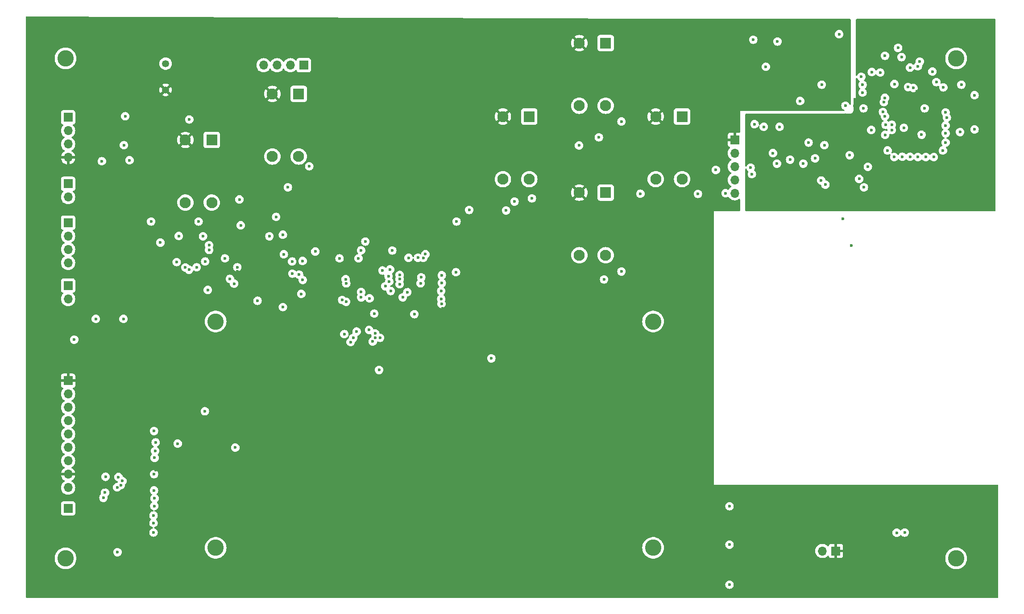
<source format=gbr>
%TF.GenerationSoftware,KiCad,Pcbnew,8.0.2*%
%TF.CreationDate,2025-01-20T18:08:45-05:00*%
%TF.ProjectId,Ecardz-Controller,45636172-647a-42d4-936f-6e74726f6c6c,rev?*%
%TF.SameCoordinates,Original*%
%TF.FileFunction,Copper,L3,Inr*%
%TF.FilePolarity,Positive*%
%FSLAX46Y46*%
G04 Gerber Fmt 4.6, Leading zero omitted, Abs format (unit mm)*
G04 Created by KiCad (PCBNEW 8.0.2) date 2025-01-20 18:08:45*
%MOMM*%
%LPD*%
G01*
G04 APERTURE LIST*
%TA.AperFunction,ComponentPad*%
%ADD10C,3.100000*%
%TD*%
%TA.AperFunction,ComponentPad*%
%ADD11R,2.100000X2.100000*%
%TD*%
%TA.AperFunction,ComponentPad*%
%ADD12C,2.100000*%
%TD*%
%TA.AperFunction,ComponentPad*%
%ADD13R,1.700000X1.700000*%
%TD*%
%TA.AperFunction,ComponentPad*%
%ADD14O,1.700000X1.700000*%
%TD*%
%TA.AperFunction,ComponentPad*%
%ADD15C,1.350000*%
%TD*%
%TA.AperFunction,ViaPad*%
%ADD16C,0.600000*%
%TD*%
G04 APERTURE END LIST*
D10*
%TO.N,GND*%
%TO.C,H5*%
X88500000Y-193000000D03*
%TD*%
%TO.N,GND*%
%TO.C,H2*%
X60000000Y-100000000D03*
%TD*%
D11*
%TO.N,unconnected-(S5-Pad1)*%
%TO.C,S5*%
X177000000Y-111050000D03*
D12*
%TO.N,/INTERFACE/BUTTON5*%
X177000000Y-122950000D03*
%TO.N,+3V3*%
X172000000Y-111050000D03*
%TO.N,unconnected-(S5-Pad4)*%
X172000000Y-122950000D03*
%TD*%
D13*
%TO.N,+3V3*%
%TO.C,J10*%
X206175000Y-193600000D03*
D14*
%TO.N,GND*%
X203635000Y-193600000D03*
%TD*%
D10*
%TO.N,GND*%
%TO.C,H6*%
X60000000Y-195000000D03*
%TD*%
%TO.N,GND*%
%TO.C,H8*%
X229000000Y-195000000D03*
%TD*%
%TO.N,GND*%
%TO.C,H7*%
X171500000Y-193000000D03*
%TD*%
D11*
%TO.N,unconnected-(S6-Pad1)*%
%TO.C,S6*%
X162500000Y-125500000D03*
D12*
%TO.N,/INTERFACE/BUTTON6*%
X162500000Y-137400000D03*
%TO.N,+3V3*%
X157500000Y-125500000D03*
%TO.N,unconnected-(S6-Pad4)*%
X157500000Y-137400000D03*
%TD*%
D10*
%TO.N,GND*%
%TO.C,H1*%
X88500000Y-150000000D03*
%TD*%
D15*
%TO.N,Net-(Q2-C)*%
%TO.C,LS1*%
X79000000Y-101000000D03*
%TO.N,+3V3*%
X79000000Y-106000000D03*
%TD*%
D11*
%TO.N,unconnected-(S3-Pad1)*%
%TO.C,S3*%
X162500000Y-97100000D03*
D12*
%TO.N,/INTERFACE/BUTTON3*%
X162500000Y-109000000D03*
%TO.N,+3V3*%
X157500000Y-97100000D03*
%TO.N,unconnected-(S3-Pad4)*%
X157500000Y-109000000D03*
%TD*%
D11*
%TO.N,unconnected-(S1-Pad1)*%
%TO.C,S1*%
X104250000Y-106750000D03*
D12*
%TO.N,/INTERFACE/BUTTON1*%
X104250000Y-118650000D03*
%TO.N,+3V3*%
X99250000Y-106750000D03*
%TO.N,unconnected-(S1-Pad4)*%
X99250000Y-118650000D03*
%TD*%
D10*
%TO.N,GND*%
%TO.C,H3*%
X171500000Y-150000000D03*
%TD*%
D11*
%TO.N,unconnected-(S2-Pad1)*%
%TO.C,S2*%
X87750000Y-115500000D03*
D12*
%TO.N,/INTERFACE/BUTTON2*%
X87750000Y-127400000D03*
%TO.N,+3V3*%
X82750000Y-115500000D03*
%TO.N,unconnected-(S2-Pad4)*%
X82750000Y-127400000D03*
%TD*%
D13*
%TO.N,+3V3*%
%TO.C,J3*%
X187000000Y-115460000D03*
D14*
%TO.N,/MCU/NFC_B_SDA*%
X187000000Y-118000000D03*
%TO.N,/MCU/NFC_B_SCL*%
X187000000Y-120540000D03*
%TO.N,/MCU/NFC_B_BUSY*%
X187000000Y-123080000D03*
%TO.N,GND*%
X187000000Y-125620000D03*
%TD*%
D10*
%TO.N,GND*%
%TO.C,H4*%
X229000000Y-100000000D03*
%TD*%
D11*
%TO.N,unconnected-(S4-Pad1)*%
%TO.C,S4*%
X148000000Y-111050000D03*
D12*
%TO.N,/INTERFACE/BUTTON4*%
X148000000Y-122950000D03*
%TO.N,+3V3*%
X143000000Y-111050000D03*
%TO.N,unconnected-(S4-Pad4)*%
X143000000Y-122950000D03*
%TD*%
D13*
%TO.N,/POWER/5V_USBC*%
%TO.C,J8*%
X60500000Y-131220000D03*
D14*
%TO.N,/USBC_TO_UART/USBC_D+*%
X60500000Y-133760000D03*
%TO.N,/USBC_TO_UART/USBC_D-*%
X60500000Y-136300000D03*
%TO.N,GND*%
X60500000Y-138840000D03*
%TD*%
D13*
%TO.N,/MCU/LED_DEBUG_B*%
%TO.C,J2*%
X105200000Y-101300000D03*
D14*
%TO.N,/MCU/LED_NFC_WORKING*%
X102660000Y-101300000D03*
%TO.N,/MCU/LED_NFC_DONE*%
X100120000Y-101300000D03*
%TO.N,GND*%
X97580000Y-101300000D03*
%TD*%
D13*
%TO.N,+3V3*%
%TO.C,J4*%
X60500000Y-161250000D03*
D14*
%TO.N,GND*%
X60500000Y-163790000D03*
%TO.N,/MCU/SPI_LCD_CS*%
X60500000Y-166330000D03*
%TO.N,unconnected-(J4-Pin_4-Pad4)*%
X60500000Y-168870000D03*
%TO.N,/MCU/SPI_LCD_DC*%
X60500000Y-171410000D03*
%TO.N,/MCU/SPI_LCD_MOSI*%
X60500000Y-173950000D03*
%TO.N,/MCU/SPI_LCD_SCK*%
X60500000Y-176490000D03*
%TO.N,+3V3*%
X60500000Y-179030000D03*
%TO.N,/MCU/SPI_LCD_MISO*%
X60500000Y-181570000D03*
%TD*%
D13*
%TO.N,/MCU/USBC_UART_TX*%
%TO.C,J11*%
X60500000Y-143160000D03*
D14*
%TO.N,/MCU/USBC_UART_RX*%
X60500000Y-145700000D03*
%TD*%
D13*
%TO.N,/INTERFACE/LCD_PWM_BRIGHT*%
%TO.C,J5*%
X60500000Y-185500000D03*
%TD*%
%TO.N,GND*%
%TO.C,J7*%
X60500000Y-123825000D03*
D14*
%TO.N,/POWER/AUX_POWER*%
X60500000Y-126365000D03*
%TD*%
D13*
%TO.N,Net-(J9-Pin_1)*%
%TO.C,J9*%
X60500000Y-111200000D03*
D14*
%TO.N,/MCU/PWR_INDICATOR*%
X60500000Y-113740000D03*
%TO.N,/INTERFACE/BUTTON7*%
X60500000Y-116280000D03*
%TO.N,+3V3*%
X60500000Y-118820000D03*
%TD*%
D16*
%TO.N,GND*%
X211250000Y-106500000D03*
X104309339Y-141081891D03*
X76900000Y-175900000D03*
X204000000Y-116500000D03*
X148500000Y-126600000D03*
X216000000Y-117500000D03*
X104750000Y-144750000D03*
X227000000Y-112750000D03*
X226500000Y-117500000D03*
X199400000Y-108100000D03*
X71087500Y-116500000D03*
X96430287Y-146057523D03*
X76800000Y-170800000D03*
X221750000Y-101500000D03*
X78000000Y-135000000D03*
X229750000Y-114000000D03*
X76850000Y-185050000D03*
X61650000Y-153450000D03*
X85250000Y-131000000D03*
X92212500Y-173950000D03*
X169100000Y-125719512D03*
X211500000Y-124500000D03*
X211250000Y-105000000D03*
X211000000Y-103500000D03*
X76700000Y-186860902D03*
X90250000Y-138000000D03*
X66900000Y-119541678D03*
X86100000Y-133800000D03*
X218800000Y-118700000D03*
X145200000Y-127200000D03*
X98700000Y-133800000D03*
X83500000Y-111600000D03*
X224500000Y-102500000D03*
X212900000Y-113600000D03*
X217730000Y-190135188D03*
X67500000Y-182500000D03*
X180000000Y-125750000D03*
X124863987Y-144420439D03*
X76800000Y-182100000D03*
X220250000Y-118700000D03*
X227000000Y-110250000D03*
X223025000Y-109500000D03*
X131400000Y-141200000D03*
X131300000Y-144200000D03*
X86500000Y-138600000D03*
X219240000Y-190100000D03*
X102200000Y-124500000D03*
X186000000Y-192400000D03*
X215500000Y-99500000D03*
X190500000Y-96450000D03*
X227000000Y-114250000D03*
X112000000Y-138000000D03*
X162200000Y-142000000D03*
X230000000Y-105000000D03*
X227000000Y-116000000D03*
X101250000Y-133500000D03*
X219100000Y-113200000D03*
X165500000Y-112000000D03*
X226586590Y-105505954D03*
X225250000Y-104500000D03*
X227250000Y-111250000D03*
X218000000Y-98000000D03*
X65750000Y-149500000D03*
X215624265Y-112624265D03*
X76250000Y-131000000D03*
X203500000Y-105000000D03*
X106250000Y-120500000D03*
X190250000Y-122000000D03*
X93000000Y-126800000D03*
X76900000Y-183600000D03*
X206800000Y-95400000D03*
X221750000Y-118750000D03*
X77000000Y-174620000D03*
X185250000Y-125620000D03*
X76800000Y-179000000D03*
X186000000Y-185100000D03*
X131300000Y-145700000D03*
X103050000Y-140900000D03*
X218650000Y-99750000D03*
X217295000Y-104887500D03*
X232500000Y-107000000D03*
X76700000Y-188300000D03*
X87000000Y-144000000D03*
X186000000Y-200000000D03*
X105000000Y-138500000D03*
X76700000Y-190100000D03*
X103000000Y-138600000D03*
X81100000Y-138700000D03*
X192500000Y-113000000D03*
X208000000Y-109000000D03*
X203400000Y-123200000D03*
X131400000Y-142700000D03*
X201000000Y-116000000D03*
X71000000Y-149500000D03*
X217250000Y-118750000D03*
X165500000Y-140500000D03*
X223250000Y-118750000D03*
X220250000Y-101750000D03*
X195100000Y-96800000D03*
X81500000Y-133750000D03*
X232500000Y-113500000D03*
X71325000Y-111000000D03*
X211420226Y-109500000D03*
X224750000Y-118750000D03*
X161200000Y-115000000D03*
X77112630Y-172972269D03*
X194250000Y-118000000D03*
%TO.N,+3V3*%
X104500000Y-135500000D03*
X120000000Y-134000000D03*
X129365403Y-143421348D03*
X131457994Y-149030299D03*
X67400000Y-181500000D03*
X131600000Y-147500000D03*
X129389991Y-141957014D03*
X127500000Y-145700000D03*
X124700000Y-143400000D03*
X197200000Y-97000000D03*
X186500000Y-128500000D03*
X95000000Y-185500000D03*
X111000000Y-146200000D03*
X92600000Y-140500000D03*
X77100000Y-178250000D03*
X111000000Y-149800000D03*
X125000000Y-134700000D03*
X185250000Y-115500000D03*
X72700000Y-181600000D03*
X127500000Y-144600000D03*
%TO.N,/POWER/VIN_PROT*%
X93250000Y-131725000D03*
%TO.N,Net-(U2-VOS)*%
X101250000Y-147250000D03*
%TO.N,/POWER/5V_USBC*%
X84880000Y-139700000D03*
X92600000Y-139700000D03*
%TO.N,Net-(C42-PORT1)*%
X200000000Y-120000000D03*
X210600000Y-122900000D03*
%TO.N,/NFC/ANTENNA/ANTENNA_COIL*%
X207500000Y-130500000D03*
X209100000Y-135600000D03*
%TO.N,/NFC/ANTENNA/AAT_A*%
X215500000Y-111000000D03*
X204200000Y-124000000D03*
X212250000Y-120600000D03*
%TO.N,/NFC/ANTENNA/AAT_B*%
X190000000Y-120750000D03*
X215116724Y-110175432D03*
%TO.N,Net-(C45-Pad2)*%
X208800000Y-118400000D03*
X195000000Y-120000000D03*
%TO.N,Net-(C46-Pad1)*%
X202250000Y-119000000D03*
X197500000Y-119250000D03*
%TO.N,/NFC/ANTENNA/RFI1*%
X190750000Y-112500000D03*
X215291422Y-108298926D03*
%TO.N,/NFC/ANTENNA/RFI2*%
X215500000Y-107500000D03*
X195500000Y-113000000D03*
%TO.N,/MCU/LED_DEBUG_B*%
X123400000Y-142900000D03*
%TO.N,/MCU/LED_DISPLAY_B*%
X114600000Y-153100000D03*
X113167215Y-141957192D03*
X140800000Y-157000000D03*
%TO.N,/MCU/LED_DISPLAY_R*%
X113274265Y-142750000D03*
X114100000Y-153900000D03*
X119500000Y-159200000D03*
%TO.N,/MCU/USBC_UART_RX*%
X92000000Y-142800000D03*
%TO.N,/MCU/USBC_UART_TX*%
X91200000Y-141900000D03*
%TO.N,Net-(IC1-TAD1)*%
X214600000Y-102700000D03*
%TO.N,Net-(IC1-TAD2)*%
X222100000Y-100600000D03*
%TO.N,/NFC/ANTENNA/RFO2*%
X216800000Y-112600000D03*
X215539611Y-114539611D03*
%TO.N,/MCU/SD_MOSI*%
X126200000Y-148600000D03*
X134100000Y-140628859D03*
%TO.N,/MCU/SD_MISO*%
X192900000Y-101600000D03*
X134200000Y-131000000D03*
%TO.N,/INTERFACE/CS#*%
X70800000Y-180304923D03*
X121700000Y-144200000D03*
%TO.N,/INTERFACE/RES#*%
X70050000Y-179550000D03*
X69865000Y-193835000D03*
X121436397Y-142387868D03*
%TO.N,/INTERFACE/VPP*%
X67200000Y-183500000D03*
%TO.N,/INTERFACE/D{slash}C#*%
X120700000Y-143300000D03*
X67600000Y-179500000D03*
%TO.N,/INTERFACE/SCL*%
X70500000Y-181100000D03*
X121300000Y-141374264D03*
%TO.N,/INTERFACE/SDA*%
X69800000Y-181500000D03*
X121599998Y-140100000D03*
%TO.N,/INTERFACE/BUSY*%
X86450000Y-167050000D03*
X81300000Y-173200000D03*
X115251473Y-151900000D03*
X120142493Y-140300001D03*
%TO.N,/MCU/NFC_B_SCL*%
X126877970Y-137877970D03*
%TO.N,/MCU/NFC_B_SDA*%
X127900000Y-137900000D03*
%TO.N,/INTERFACE/BUZZER*%
X118600000Y-148500000D03*
X117700000Y-145600000D03*
%TO.N,Net-(U2-FB)*%
X105000000Y-142100000D03*
%TO.N,/POWER/POWER_GOOD*%
X101430538Y-137216564D03*
%TO.N,Net-(U4-SUSPEND)*%
X82749694Y-139736115D03*
%TO.N,Net-(U4-~{SUSPEND})*%
X83434313Y-140150000D03*
%TO.N,/MCU/SD_CARD_DETECT*%
X183400000Y-121200000D03*
X128300000Y-137207178D03*
%TO.N,/USBC_TO_UART/USBC_D+*%
X87250000Y-135500000D03*
%TO.N,/USBC_TO_UART/USBC_D-*%
X87250000Y-136400000D03*
%TO.N,/MCU/SPI_LCD_MISO*%
X119700000Y-153100000D03*
%TO.N,/MCU/SPI_LCD_MOSI*%
X118800000Y-153100000D03*
%TO.N,/MCU/SPI_LCD_SCK*%
X118299265Y-153799265D03*
%TO.N,VDD_NFC*%
X191000000Y-128500000D03*
X223043750Y-113750000D03*
X222500000Y-111000000D03*
X221500000Y-114750000D03*
X211500000Y-113600000D03*
X216000000Y-101000000D03*
X222828898Y-112655369D03*
X211420226Y-108000000D03*
X220400000Y-124300000D03*
X208712500Y-112687500D03*
X221525000Y-106250000D03*
X220375000Y-113000000D03*
%TO.N,/MCU/LED_NFC_DONE*%
X127502970Y-141597030D03*
X123404787Y-141143742D03*
%TO.N,/MCU/LED_NFC_WORKING*%
X127374684Y-142749869D03*
X123404788Y-141943742D03*
%TO.N,/MCU/PWR_INDICATOR*%
X107398529Y-136701471D03*
%TO.N,Net-(IC1-VDD_DR)*%
X216800000Y-113600000D03*
X222443750Y-114500000D03*
%TO.N,/MCU/NFC_A_BUSY*%
X122000000Y-136500000D03*
X213000000Y-102600000D03*
%TO.N,/MCU/NFC_A_SCL*%
X219886027Y-105446185D03*
X131350000Y-146650000D03*
%TO.N,/MCU/NFC_A_SDA*%
X220900000Y-105625000D03*
X124000000Y-145400000D03*
%TO.N,/MCU/SPI_LCD_CS*%
X118775737Y-152275734D03*
%TO.N,/MCU/SPI_LCD_DC*%
X117600000Y-151600000D03*
%TO.N,/MCU/BUTTON_2*%
X115599265Y-138000735D03*
X99967892Y-130132108D03*
%TO.N,/MCU/BUTTON_3*%
X157450000Y-116550000D03*
X125100000Y-137900000D03*
%TO.N,/MCU/BUTTON_4*%
X116100000Y-144400000D03*
X116100000Y-136475735D03*
%TO.N,/MCU/BUTTON_5*%
X143600000Y-128900000D03*
X136600000Y-128800000D03*
X116100000Y-145400000D03*
X116900003Y-134800000D03*
%TO.N,/MCU/BUTTON_6*%
X112500000Y-145900000D03*
X112900001Y-152400000D03*
%TO.N,/MCU/BUTTON_7*%
X72150000Y-119350000D03*
X113252502Y-146248345D03*
%TD*%
%TA.AperFunction,Conductor*%
%TO.N,+3V3*%
G36*
X208943039Y-92519685D02*
G01*
X208988794Y-92572489D01*
X209000000Y-92624000D01*
X209000000Y-108704314D01*
X208980315Y-108771353D01*
X208927511Y-108817108D01*
X208858353Y-108827052D01*
X208794797Y-108798027D01*
X208758959Y-108745269D01*
X208725790Y-108650480D01*
X208725789Y-108650478D01*
X208629816Y-108497738D01*
X208502262Y-108370184D01*
X208349523Y-108274211D01*
X208179254Y-108214631D01*
X208179249Y-108214630D01*
X208000004Y-108194435D01*
X207999996Y-108194435D01*
X207820750Y-108214630D01*
X207820745Y-108214631D01*
X207650476Y-108274211D01*
X207497737Y-108370184D01*
X207370184Y-108497737D01*
X207274211Y-108650476D01*
X207214631Y-108820745D01*
X207214630Y-108820750D01*
X207194435Y-108999996D01*
X207194435Y-109000003D01*
X207214630Y-109179249D01*
X207214631Y-109179254D01*
X207274211Y-109349523D01*
X207370184Y-109502262D01*
X207497738Y-109629816D01*
X207650478Y-109725789D01*
X207745269Y-109758958D01*
X207802046Y-109799680D01*
X207827793Y-109864633D01*
X207814337Y-109933194D01*
X207765950Y-109983597D01*
X207704315Y-110000000D01*
X188000000Y-110000000D01*
X188000000Y-108099996D01*
X198594435Y-108099996D01*
X198594435Y-108100003D01*
X198614630Y-108279249D01*
X198614631Y-108279254D01*
X198674211Y-108449523D01*
X198704507Y-108497738D01*
X198770184Y-108602262D01*
X198897738Y-108729816D01*
X198963844Y-108771353D01*
X199042450Y-108820745D01*
X199050478Y-108825789D01*
X199220745Y-108885368D01*
X199220750Y-108885369D01*
X199399996Y-108905565D01*
X199400000Y-108905565D01*
X199400004Y-108905565D01*
X199579249Y-108885369D01*
X199579252Y-108885368D01*
X199579255Y-108885368D01*
X199749522Y-108825789D01*
X199902262Y-108729816D01*
X200029816Y-108602262D01*
X200125789Y-108449522D01*
X200185368Y-108279255D01*
X200185369Y-108279249D01*
X200205565Y-108100003D01*
X200205565Y-108099996D01*
X200185369Y-107920750D01*
X200185368Y-107920745D01*
X200125788Y-107750476D01*
X200029815Y-107597737D01*
X199902262Y-107470184D01*
X199749523Y-107374211D01*
X199579254Y-107314631D01*
X199579249Y-107314630D01*
X199400004Y-107294435D01*
X199399996Y-107294435D01*
X199220750Y-107314630D01*
X199220745Y-107314631D01*
X199050476Y-107374211D01*
X198897737Y-107470184D01*
X198770184Y-107597737D01*
X198674211Y-107750476D01*
X198614631Y-107920745D01*
X198614630Y-107920750D01*
X198594435Y-108099996D01*
X188000000Y-108099996D01*
X188000000Y-104999996D01*
X202694435Y-104999996D01*
X202694435Y-105000003D01*
X202714630Y-105179249D01*
X202714631Y-105179254D01*
X202774211Y-105349523D01*
X202870184Y-105502262D01*
X202997738Y-105629816D01*
X203150478Y-105725789D01*
X203320745Y-105785368D01*
X203320750Y-105785369D01*
X203499996Y-105805565D01*
X203500000Y-105805565D01*
X203500004Y-105805565D01*
X203679249Y-105785369D01*
X203679252Y-105785368D01*
X203679255Y-105785368D01*
X203849522Y-105725789D01*
X204002262Y-105629816D01*
X204129816Y-105502262D01*
X204225789Y-105349522D01*
X204285368Y-105179255D01*
X204305565Y-105000000D01*
X204285368Y-104820745D01*
X204225789Y-104650478D01*
X204129816Y-104497738D01*
X204002262Y-104370184D01*
X203849523Y-104274211D01*
X203679254Y-104214631D01*
X203679249Y-104214630D01*
X203500004Y-104194435D01*
X203499996Y-104194435D01*
X203320750Y-104214630D01*
X203320745Y-104214631D01*
X203150476Y-104274211D01*
X202997737Y-104370184D01*
X202870184Y-104497737D01*
X202774211Y-104650476D01*
X202714631Y-104820745D01*
X202714630Y-104820750D01*
X202694435Y-104999996D01*
X188000000Y-104999996D01*
X188000000Y-101599996D01*
X192094435Y-101599996D01*
X192094435Y-101600003D01*
X192114630Y-101779249D01*
X192114631Y-101779254D01*
X192174211Y-101949523D01*
X192270184Y-102102262D01*
X192397738Y-102229816D01*
X192550478Y-102325789D01*
X192720745Y-102385368D01*
X192720750Y-102385369D01*
X192899996Y-102405565D01*
X192900000Y-102405565D01*
X192900004Y-102405565D01*
X193079249Y-102385369D01*
X193079252Y-102385368D01*
X193079255Y-102385368D01*
X193249522Y-102325789D01*
X193402262Y-102229816D01*
X193529816Y-102102262D01*
X193625789Y-101949522D01*
X193685368Y-101779255D01*
X193705565Y-101600000D01*
X193685368Y-101420745D01*
X193625789Y-101250478D01*
X193529816Y-101097738D01*
X193402262Y-100970184D01*
X193249523Y-100874211D01*
X193079254Y-100814631D01*
X193079249Y-100814630D01*
X192900004Y-100794435D01*
X192899996Y-100794435D01*
X192720750Y-100814630D01*
X192720745Y-100814631D01*
X192550476Y-100874211D01*
X192397737Y-100970184D01*
X192270184Y-101097737D01*
X192174211Y-101250476D01*
X192114631Y-101420745D01*
X192114630Y-101420750D01*
X192094435Y-101599996D01*
X188000000Y-101599996D01*
X188000000Y-96449996D01*
X189694435Y-96449996D01*
X189694435Y-96450003D01*
X189714630Y-96629249D01*
X189714631Y-96629254D01*
X189774211Y-96799523D01*
X189774511Y-96800000D01*
X189870184Y-96952262D01*
X189997738Y-97079816D01*
X190150478Y-97175789D01*
X190320745Y-97235368D01*
X190320750Y-97235369D01*
X190499996Y-97255565D01*
X190500000Y-97255565D01*
X190500004Y-97255565D01*
X190679249Y-97235369D01*
X190679252Y-97235368D01*
X190679255Y-97235368D01*
X190849522Y-97175789D01*
X191002262Y-97079816D01*
X191129816Y-96952262D01*
X191225491Y-96799996D01*
X194294435Y-96799996D01*
X194294435Y-96800003D01*
X194314630Y-96979249D01*
X194314631Y-96979254D01*
X194374211Y-97149523D01*
X194428152Y-97235369D01*
X194470184Y-97302262D01*
X194597738Y-97429816D01*
X194750478Y-97525789D01*
X194920745Y-97585368D01*
X194920750Y-97585369D01*
X195099996Y-97605565D01*
X195100000Y-97605565D01*
X195100004Y-97605565D01*
X195279249Y-97585369D01*
X195279252Y-97585368D01*
X195279255Y-97585368D01*
X195449522Y-97525789D01*
X195602262Y-97429816D01*
X195729816Y-97302262D01*
X195825789Y-97149522D01*
X195885368Y-96979255D01*
X195885369Y-96979249D01*
X195905565Y-96800003D01*
X195905565Y-96799996D01*
X195885369Y-96620750D01*
X195885368Y-96620745D01*
X195825788Y-96450476D01*
X195729815Y-96297737D01*
X195602262Y-96170184D01*
X195449523Y-96074211D01*
X195279254Y-96014631D01*
X195279249Y-96014630D01*
X195100004Y-95994435D01*
X195099996Y-95994435D01*
X194920750Y-96014630D01*
X194920745Y-96014631D01*
X194750476Y-96074211D01*
X194597737Y-96170184D01*
X194470184Y-96297737D01*
X194374211Y-96450476D01*
X194314631Y-96620745D01*
X194314630Y-96620750D01*
X194294435Y-96799996D01*
X191225491Y-96799996D01*
X191225789Y-96799522D01*
X191285368Y-96629255D01*
X191285369Y-96629249D01*
X191305565Y-96450003D01*
X191305565Y-96449996D01*
X191285369Y-96270750D01*
X191285368Y-96270745D01*
X191225789Y-96100478D01*
X191129816Y-95947738D01*
X191002262Y-95820184D01*
X190849523Y-95724211D01*
X190679254Y-95664631D01*
X190679249Y-95664630D01*
X190500004Y-95644435D01*
X190499996Y-95644435D01*
X190320750Y-95664630D01*
X190320745Y-95664631D01*
X190150476Y-95724211D01*
X189997737Y-95820184D01*
X189870184Y-95947737D01*
X189774211Y-96100476D01*
X189714631Y-96270745D01*
X189714630Y-96270750D01*
X189694435Y-96449996D01*
X188000000Y-96449996D01*
X188000000Y-95399996D01*
X205994435Y-95399996D01*
X205994435Y-95400003D01*
X206014630Y-95579249D01*
X206014631Y-95579254D01*
X206074211Y-95749523D01*
X206118611Y-95820184D01*
X206170184Y-95902262D01*
X206297738Y-96029816D01*
X206368392Y-96074211D01*
X206410192Y-96100476D01*
X206450478Y-96125789D01*
X206577352Y-96170184D01*
X206620745Y-96185368D01*
X206620750Y-96185369D01*
X206799996Y-96205565D01*
X206800000Y-96205565D01*
X206800004Y-96205565D01*
X206979249Y-96185369D01*
X206979252Y-96185368D01*
X206979255Y-96185368D01*
X207149522Y-96125789D01*
X207302262Y-96029816D01*
X207429816Y-95902262D01*
X207525789Y-95749522D01*
X207585368Y-95579255D01*
X207605565Y-95400000D01*
X207585368Y-95220745D01*
X207525789Y-95050478D01*
X207429816Y-94897738D01*
X207302262Y-94770184D01*
X207149523Y-94674211D01*
X206979254Y-94614631D01*
X206979249Y-94614630D01*
X206800004Y-94594435D01*
X206799996Y-94594435D01*
X206620750Y-94614630D01*
X206620745Y-94614631D01*
X206450476Y-94674211D01*
X206297737Y-94770184D01*
X206170184Y-94897737D01*
X206074211Y-95050476D01*
X206014631Y-95220745D01*
X206014630Y-95220750D01*
X205994435Y-95399996D01*
X188000000Y-95399996D01*
X188000000Y-92500000D01*
X208876000Y-92500000D01*
X208943039Y-92519685D01*
G37*
%TD.AperFunction*%
%TD*%
%TA.AperFunction,Conductor*%
%TO.N,VDD_NFC*%
G36*
X236443039Y-92519685D02*
G01*
X236488794Y-92572489D01*
X236500000Y-92624000D01*
X236500000Y-107500000D01*
X233131237Y-107500000D01*
X233225789Y-107349522D01*
X233285368Y-107179255D01*
X233285369Y-107179249D01*
X233305565Y-107000003D01*
X233305565Y-106999996D01*
X233285369Y-106820750D01*
X233285368Y-106820745D01*
X233241170Y-106694435D01*
X233225789Y-106650478D01*
X233129816Y-106497738D01*
X233002262Y-106370184D01*
X232971395Y-106350789D01*
X232849523Y-106274211D01*
X232679254Y-106214631D01*
X232679249Y-106214630D01*
X232500004Y-106194435D01*
X232499996Y-106194435D01*
X232320750Y-106214630D01*
X232320745Y-106214631D01*
X232150476Y-106274211D01*
X231997737Y-106370184D01*
X231870184Y-106497737D01*
X231774211Y-106650476D01*
X231714631Y-106820745D01*
X231714630Y-106820750D01*
X231694435Y-106999996D01*
X231694435Y-107000003D01*
X231714630Y-107179249D01*
X231714631Y-107179254D01*
X231774211Y-107349523D01*
X231868763Y-107500000D01*
X216305565Y-107500000D01*
X216305565Y-107499996D01*
X216285369Y-107320750D01*
X216285368Y-107320745D01*
X216252141Y-107225788D01*
X216225789Y-107150478D01*
X216129816Y-106997738D01*
X216002262Y-106870184D01*
X215969379Y-106849522D01*
X215849523Y-106774211D01*
X215679254Y-106714631D01*
X215679249Y-106714630D01*
X215500004Y-106694435D01*
X215499996Y-106694435D01*
X215320750Y-106714630D01*
X215320745Y-106714631D01*
X215150476Y-106774211D01*
X214997737Y-106870184D01*
X214870184Y-106997737D01*
X214774211Y-107150476D01*
X214714631Y-107320745D01*
X214714630Y-107320750D01*
X214694435Y-107499996D01*
X214694435Y-107500000D01*
X210000000Y-107500000D01*
X210000000Y-103795685D01*
X210019685Y-103728646D01*
X210072489Y-103682891D01*
X210141647Y-103672947D01*
X210205203Y-103701972D01*
X210241042Y-103754731D01*
X210274210Y-103849521D01*
X210367341Y-103997737D01*
X210370184Y-104002262D01*
X210497738Y-104129816D01*
X210541377Y-104157236D01*
X210650477Y-104225789D01*
X210656128Y-104228510D01*
X210707988Y-104275332D01*
X210726302Y-104342758D01*
X210705255Y-104409383D01*
X210690010Y-104427912D01*
X210620183Y-104497739D01*
X210524211Y-104650476D01*
X210464631Y-104820745D01*
X210464630Y-104820750D01*
X210444435Y-104999996D01*
X210444435Y-105000003D01*
X210464630Y-105179249D01*
X210464631Y-105179254D01*
X210524211Y-105349523D01*
X210549495Y-105389762D01*
X210620184Y-105502262D01*
X210747738Y-105629816D01*
X210771911Y-105645005D01*
X210771913Y-105645006D01*
X210818204Y-105697341D01*
X210828852Y-105766395D01*
X210800477Y-105830243D01*
X210771913Y-105854994D01*
X210747737Y-105870184D01*
X210620184Y-105997737D01*
X210524211Y-106150476D01*
X210464631Y-106320745D01*
X210464630Y-106320750D01*
X210444435Y-106499996D01*
X210444435Y-106500003D01*
X210464630Y-106679249D01*
X210464631Y-106679254D01*
X210524211Y-106849523D01*
X210617341Y-106997737D01*
X210620184Y-107002262D01*
X210747738Y-107129816D01*
X210900478Y-107225789D01*
X211070745Y-107285368D01*
X211070750Y-107285369D01*
X211249996Y-107305565D01*
X211250000Y-107305565D01*
X211250004Y-107305565D01*
X211429249Y-107285369D01*
X211429252Y-107285368D01*
X211429255Y-107285368D01*
X211599522Y-107225789D01*
X211752262Y-107129816D01*
X211879816Y-107002262D01*
X211975789Y-106849522D01*
X212035368Y-106679255D01*
X212035369Y-106679249D01*
X212055565Y-106500003D01*
X212055565Y-106499996D01*
X212035369Y-106320750D01*
X212035368Y-106320745D01*
X212012298Y-106254815D01*
X211975789Y-106150478D01*
X211966547Y-106135770D01*
X211928991Y-106076000D01*
X211879816Y-105997738D01*
X211752262Y-105870184D01*
X211728084Y-105854992D01*
X211681796Y-105802661D01*
X211671146Y-105733607D01*
X211699521Y-105669758D01*
X211728082Y-105645009D01*
X211752262Y-105629816D01*
X211879816Y-105502262D01*
X211975789Y-105349522D01*
X212035368Y-105179255D01*
X212037940Y-105156430D01*
X212055565Y-105000003D01*
X212055565Y-104999996D01*
X212042889Y-104887496D01*
X216489435Y-104887496D01*
X216489435Y-104887503D01*
X216509630Y-105066749D01*
X216509631Y-105066754D01*
X216569211Y-105237023D01*
X216639900Y-105349523D01*
X216665184Y-105389762D01*
X216792738Y-105517316D01*
X216945478Y-105613289D01*
X217036120Y-105645006D01*
X217115745Y-105672868D01*
X217115750Y-105672869D01*
X217294996Y-105693065D01*
X217295000Y-105693065D01*
X217295004Y-105693065D01*
X217474249Y-105672869D01*
X217474252Y-105672868D01*
X217474255Y-105672868D01*
X217644522Y-105613289D01*
X217797262Y-105517316D01*
X217868397Y-105446181D01*
X219080462Y-105446181D01*
X219080462Y-105446188D01*
X219100657Y-105625434D01*
X219100658Y-105625439D01*
X219160238Y-105795708D01*
X219197491Y-105854995D01*
X219256211Y-105948447D01*
X219383765Y-106076001D01*
X219536505Y-106171974D01*
X219600695Y-106194435D01*
X219706772Y-106231553D01*
X219706777Y-106231554D01*
X219886023Y-106251750D01*
X219886027Y-106251750D01*
X219886031Y-106251750D01*
X220065276Y-106231554D01*
X220065279Y-106231553D01*
X220065282Y-106231553D01*
X220065283Y-106231552D01*
X220065286Y-106231552D01*
X220113645Y-106214630D01*
X220220789Y-106177138D01*
X220290563Y-106173576D01*
X220349421Y-106206499D01*
X220397738Y-106254816D01*
X220550478Y-106350789D01*
X220605906Y-106370184D01*
X220720745Y-106410368D01*
X220720750Y-106410369D01*
X220899996Y-106430565D01*
X220900000Y-106430565D01*
X220900004Y-106430565D01*
X221079249Y-106410369D01*
X221079252Y-106410368D01*
X221079255Y-106410368D01*
X221249522Y-106350789D01*
X221402262Y-106254816D01*
X221529816Y-106127262D01*
X221625789Y-105974522D01*
X221685368Y-105804255D01*
X221694209Y-105725788D01*
X221705565Y-105625003D01*
X221705565Y-105624996D01*
X221685369Y-105445750D01*
X221685368Y-105445745D01*
X221629250Y-105285369D01*
X221625789Y-105275478D01*
X221601625Y-105237022D01*
X221534263Y-105129816D01*
X221529816Y-105122738D01*
X221402262Y-104995184D01*
X221320681Y-104943923D01*
X221249523Y-104899211D01*
X221079254Y-104839631D01*
X221079249Y-104839630D01*
X220900004Y-104819435D01*
X220899996Y-104819435D01*
X220720750Y-104839630D01*
X220720742Y-104839632D01*
X220565239Y-104894045D01*
X220495460Y-104897606D01*
X220436604Y-104864684D01*
X220388289Y-104816369D01*
X220235550Y-104720396D01*
X220065281Y-104660816D01*
X220065276Y-104660815D01*
X219886031Y-104640620D01*
X219886023Y-104640620D01*
X219706777Y-104660815D01*
X219706772Y-104660816D01*
X219536503Y-104720396D01*
X219383764Y-104816369D01*
X219256211Y-104943922D01*
X219160238Y-105096661D01*
X219100658Y-105266930D01*
X219100657Y-105266935D01*
X219080462Y-105446181D01*
X217868397Y-105446181D01*
X217924816Y-105389762D01*
X218020789Y-105237022D01*
X218080368Y-105066755D01*
X218080369Y-105066749D01*
X218100565Y-104887503D01*
X218100565Y-104887496D01*
X218080369Y-104708250D01*
X218080368Y-104708245D01*
X218063772Y-104660816D01*
X218020789Y-104537978D01*
X217996923Y-104499996D01*
X224444435Y-104499996D01*
X224444435Y-104500003D01*
X224464630Y-104679249D01*
X224464631Y-104679254D01*
X224524211Y-104849523D01*
X224583527Y-104943923D01*
X224620184Y-105002262D01*
X224747738Y-105129816D01*
X224790094Y-105156430D01*
X224889200Y-105218703D01*
X224900478Y-105225789D01*
X225018052Y-105266930D01*
X225070745Y-105285368D01*
X225070750Y-105285369D01*
X225249996Y-105305565D01*
X225250000Y-105305565D01*
X225250004Y-105305565D01*
X225429249Y-105285369D01*
X225429252Y-105285368D01*
X225429255Y-105285368D01*
X225599522Y-105225789D01*
X225610799Y-105218702D01*
X225678035Y-105199700D01*
X225744871Y-105220065D01*
X225790087Y-105273331D01*
X225799995Y-105337577D01*
X225781025Y-105505949D01*
X225781025Y-105505957D01*
X225801220Y-105685203D01*
X225801221Y-105685208D01*
X225860801Y-105855477D01*
X225935603Y-105974523D01*
X225956774Y-106008216D01*
X226084328Y-106135770D01*
X226107736Y-106150478D01*
X226236765Y-106231553D01*
X226237068Y-106231743D01*
X226303007Y-106254816D01*
X226407335Y-106291322D01*
X226407340Y-106291323D01*
X226586586Y-106311519D01*
X226586590Y-106311519D01*
X226586594Y-106311519D01*
X226765839Y-106291323D01*
X226765842Y-106291322D01*
X226765845Y-106291322D01*
X226936112Y-106231743D01*
X227088852Y-106135770D01*
X227216406Y-106008216D01*
X227312379Y-105855476D01*
X227371958Y-105685209D01*
X227371959Y-105685203D01*
X227392155Y-105505957D01*
X227392155Y-105505950D01*
X227371959Y-105326704D01*
X227371958Y-105326699D01*
X227334645Y-105220065D01*
X227312379Y-105156432D01*
X227295654Y-105129815D01*
X227256031Y-105066755D01*
X227216406Y-105003692D01*
X227212710Y-104999996D01*
X229194435Y-104999996D01*
X229194435Y-105000003D01*
X229214630Y-105179249D01*
X229214631Y-105179254D01*
X229274211Y-105349523D01*
X229299495Y-105389762D01*
X229370184Y-105502262D01*
X229497738Y-105629816D01*
X229650478Y-105725789D01*
X229788860Y-105774211D01*
X229820745Y-105785368D01*
X229820750Y-105785369D01*
X229999996Y-105805565D01*
X230000000Y-105805565D01*
X230000004Y-105805565D01*
X230179249Y-105785369D01*
X230179252Y-105785368D01*
X230179255Y-105785368D01*
X230349522Y-105725789D01*
X230502262Y-105629816D01*
X230629816Y-105502262D01*
X230725789Y-105349522D01*
X230785368Y-105179255D01*
X230787940Y-105156430D01*
X230805565Y-105000003D01*
X230805565Y-104999996D01*
X230785369Y-104820750D01*
X230785368Y-104820745D01*
X230771168Y-104780165D01*
X230725789Y-104650478D01*
X230629816Y-104497738D01*
X230502262Y-104370184D01*
X230458614Y-104342758D01*
X230349523Y-104274211D01*
X230179254Y-104214631D01*
X230179249Y-104214630D01*
X230000004Y-104194435D01*
X229999996Y-104194435D01*
X229820750Y-104214630D01*
X229820745Y-104214631D01*
X229650476Y-104274211D01*
X229497737Y-104370184D01*
X229370184Y-104497737D01*
X229274211Y-104650476D01*
X229214631Y-104820745D01*
X229214630Y-104820750D01*
X229194435Y-104999996D01*
X227212710Y-104999996D01*
X227088852Y-104876138D01*
X226998610Y-104819435D01*
X226936113Y-104780165D01*
X226765844Y-104720585D01*
X226765839Y-104720584D01*
X226586594Y-104700389D01*
X226586586Y-104700389D01*
X226407340Y-104720584D01*
X226407335Y-104720585D01*
X226237066Y-104780165D01*
X226225783Y-104787255D01*
X226158546Y-104806253D01*
X226091711Y-104785883D01*
X226046499Y-104732614D01*
X226036594Y-104668375D01*
X226055565Y-104500002D01*
X226055565Y-104499996D01*
X226035369Y-104320750D01*
X226035368Y-104320745D01*
X226013302Y-104257684D01*
X225975789Y-104150478D01*
X225879816Y-103997738D01*
X225752262Y-103870184D01*
X225633698Y-103795685D01*
X225599523Y-103774211D01*
X225429254Y-103714631D01*
X225429249Y-103714630D01*
X225250004Y-103694435D01*
X225249996Y-103694435D01*
X225070750Y-103714630D01*
X225070745Y-103714631D01*
X224900476Y-103774211D01*
X224747737Y-103870184D01*
X224620184Y-103997737D01*
X224524211Y-104150476D01*
X224464631Y-104320745D01*
X224464630Y-104320750D01*
X224444435Y-104499996D01*
X217996923Y-104499996D01*
X217924816Y-104385238D01*
X217797262Y-104257684D01*
X217750832Y-104228510D01*
X217644523Y-104161711D01*
X217474254Y-104102131D01*
X217474249Y-104102130D01*
X217295004Y-104081935D01*
X217294996Y-104081935D01*
X217115750Y-104102130D01*
X217115745Y-104102131D01*
X216945476Y-104161711D01*
X216792737Y-104257684D01*
X216665184Y-104385237D01*
X216569211Y-104537976D01*
X216509631Y-104708245D01*
X216509630Y-104708250D01*
X216489435Y-104887496D01*
X212042889Y-104887496D01*
X212035369Y-104820750D01*
X212035368Y-104820745D01*
X212021168Y-104780165D01*
X211975789Y-104650478D01*
X211879816Y-104497738D01*
X211752262Y-104370184D01*
X211673580Y-104320745D01*
X211599519Y-104274209D01*
X211593867Y-104271487D01*
X211542009Y-104224664D01*
X211523697Y-104157236D01*
X211544746Y-104090613D01*
X211559980Y-104072097D01*
X211629816Y-104002262D01*
X211725789Y-103849522D01*
X211785368Y-103679255D01*
X211805565Y-103500000D01*
X211803916Y-103485369D01*
X211785369Y-103320750D01*
X211785368Y-103320745D01*
X211758958Y-103245269D01*
X211725789Y-103150478D01*
X211629816Y-102997738D01*
X211502262Y-102870184D01*
X211469379Y-102849522D01*
X211349523Y-102774211D01*
X211179254Y-102714631D01*
X211179249Y-102714630D01*
X211000004Y-102694435D01*
X210999996Y-102694435D01*
X210820750Y-102714630D01*
X210820745Y-102714631D01*
X210650476Y-102774211D01*
X210497737Y-102870184D01*
X210370184Y-102997737D01*
X210274209Y-103150480D01*
X210241041Y-103245269D01*
X210200320Y-103302045D01*
X210135367Y-103327792D01*
X210066805Y-103314336D01*
X210016403Y-103265948D01*
X210000000Y-103204314D01*
X210000000Y-102599996D01*
X212194435Y-102599996D01*
X212194435Y-102600003D01*
X212214630Y-102779249D01*
X212214631Y-102779254D01*
X212274211Y-102949523D01*
X212336411Y-103048513D01*
X212370184Y-103102262D01*
X212497738Y-103229816D01*
X212555242Y-103265948D01*
X212642450Y-103320745D01*
X212650478Y-103325789D01*
X212661984Y-103329815D01*
X212820745Y-103385368D01*
X212820750Y-103385369D01*
X212999996Y-103405565D01*
X213000000Y-103405565D01*
X213000004Y-103405565D01*
X213179249Y-103385369D01*
X213179252Y-103385368D01*
X213179255Y-103385368D01*
X213349522Y-103325789D01*
X213502262Y-103229816D01*
X213629816Y-103102262D01*
X213663590Y-103048509D01*
X213715921Y-103002222D01*
X213784975Y-102991572D01*
X213848823Y-103019947D01*
X213873576Y-103048512D01*
X213907350Y-103102262D01*
X213970184Y-103202262D01*
X214097738Y-103329816D01*
X214250478Y-103425789D01*
X214420745Y-103485368D01*
X214420750Y-103485369D01*
X214599996Y-103505565D01*
X214600000Y-103505565D01*
X214600004Y-103505565D01*
X214779249Y-103485369D01*
X214779252Y-103485368D01*
X214779255Y-103485368D01*
X214949522Y-103425789D01*
X215102262Y-103329816D01*
X215229816Y-103202262D01*
X215325789Y-103049522D01*
X215385368Y-102879255D01*
X215388718Y-102849522D01*
X215405565Y-102700003D01*
X215405565Y-102699996D01*
X215385369Y-102520750D01*
X215385368Y-102520745D01*
X215325788Y-102350476D01*
X215262955Y-102250478D01*
X215229816Y-102197738D01*
X215102262Y-102070184D01*
X215057428Y-102042013D01*
X214949523Y-101974211D01*
X214779254Y-101914631D01*
X214779249Y-101914630D01*
X214600004Y-101894435D01*
X214599996Y-101894435D01*
X214420750Y-101914630D01*
X214420745Y-101914631D01*
X214250476Y-101974211D01*
X214097737Y-102070184D01*
X213970182Y-102197739D01*
X213936410Y-102251488D01*
X213884076Y-102297778D01*
X213815022Y-102308426D01*
X213751174Y-102280051D01*
X213726423Y-102251487D01*
X213692650Y-102197738D01*
X213629816Y-102097738D01*
X213502262Y-101970184D01*
X213349523Y-101874211D01*
X213179254Y-101814631D01*
X213179249Y-101814630D01*
X213000004Y-101794435D01*
X212999996Y-101794435D01*
X212820750Y-101814630D01*
X212820745Y-101814631D01*
X212650476Y-101874211D01*
X212497737Y-101970184D01*
X212370184Y-102097737D01*
X212274211Y-102250476D01*
X212214631Y-102420745D01*
X212214630Y-102420750D01*
X212194435Y-102599996D01*
X210000000Y-102599996D01*
X210000000Y-101749996D01*
X219444435Y-101749996D01*
X219444435Y-101750003D01*
X219464630Y-101929249D01*
X219464631Y-101929254D01*
X219524211Y-102099523D01*
X219585924Y-102197738D01*
X219620184Y-102252262D01*
X219747738Y-102379816D01*
X219900478Y-102475789D01*
X219969678Y-102500003D01*
X220070745Y-102535368D01*
X220070750Y-102535369D01*
X220249996Y-102555565D01*
X220250000Y-102555565D01*
X220250004Y-102555565D01*
X220429249Y-102535369D01*
X220429252Y-102535368D01*
X220429255Y-102535368D01*
X220530342Y-102499996D01*
X223694435Y-102499996D01*
X223694435Y-102500003D01*
X223714630Y-102679249D01*
X223714631Y-102679254D01*
X223774211Y-102849523D01*
X223837045Y-102949522D01*
X223870184Y-103002262D01*
X223997738Y-103129816D01*
X224150478Y-103225789D01*
X224161984Y-103229815D01*
X224320745Y-103285368D01*
X224320750Y-103285369D01*
X224499996Y-103305565D01*
X224500000Y-103305565D01*
X224500004Y-103305565D01*
X224679249Y-103285369D01*
X224679252Y-103285368D01*
X224679255Y-103285368D01*
X224849522Y-103225789D01*
X225002262Y-103129816D01*
X225129816Y-103002262D01*
X225225789Y-102849522D01*
X225285368Y-102679255D01*
X225285369Y-102679249D01*
X225305565Y-102500003D01*
X225305565Y-102499996D01*
X225285369Y-102320750D01*
X225285368Y-102320745D01*
X225272989Y-102285368D01*
X225225789Y-102150478D01*
X225129816Y-101997738D01*
X225002262Y-101870184D01*
X224969379Y-101849522D01*
X224849523Y-101774211D01*
X224679254Y-101714631D01*
X224679249Y-101714630D01*
X224500004Y-101694435D01*
X224499996Y-101694435D01*
X224320750Y-101714630D01*
X224320745Y-101714631D01*
X224150476Y-101774211D01*
X223997737Y-101870184D01*
X223870184Y-101997737D01*
X223774211Y-102150476D01*
X223714631Y-102320745D01*
X223714630Y-102320750D01*
X223694435Y-102499996D01*
X220530342Y-102499996D01*
X220599522Y-102475789D01*
X220752262Y-102379816D01*
X220879816Y-102252262D01*
X220975789Y-102099522D01*
X220975791Y-102099514D01*
X220978508Y-102093875D01*
X221025328Y-102042013D01*
X221092754Y-102023697D01*
X221159379Y-102044741D01*
X221177912Y-102059990D01*
X221247738Y-102129816D01*
X221338080Y-102186582D01*
X221355833Y-102197737D01*
X221400478Y-102225789D01*
X221555550Y-102280051D01*
X221570745Y-102285368D01*
X221570750Y-102285369D01*
X221749996Y-102305565D01*
X221750000Y-102305565D01*
X221750004Y-102305565D01*
X221929249Y-102285369D01*
X221929252Y-102285368D01*
X221929255Y-102285368D01*
X222099522Y-102225789D01*
X222252262Y-102129816D01*
X222379816Y-102002262D01*
X222475789Y-101849522D01*
X222535368Y-101679255D01*
X222535384Y-101679113D01*
X222555565Y-101500003D01*
X222555565Y-101499996D01*
X222538947Y-101352504D01*
X222551002Y-101283682D01*
X222596197Y-101233626D01*
X222602262Y-101229816D01*
X222729816Y-101102262D01*
X222825789Y-100949522D01*
X222885368Y-100779255D01*
X222885369Y-100779249D01*
X222905565Y-100600003D01*
X222905565Y-100599996D01*
X222885369Y-100420750D01*
X222885368Y-100420745D01*
X222837998Y-100285369D01*
X222825789Y-100250478D01*
X222729816Y-100097738D01*
X222632078Y-100000000D01*
X226944709Y-100000000D01*
X226963851Y-100279862D01*
X226963852Y-100279864D01*
X227020921Y-100554499D01*
X227020926Y-100554516D01*
X227100799Y-100779255D01*
X227114864Y-100818830D01*
X227243919Y-101067896D01*
X227405688Y-101297069D01*
X227405692Y-101297073D01*
X227405692Y-101297074D01*
X227595208Y-101499996D01*
X227597155Y-101502081D01*
X227814754Y-101679111D01*
X227814756Y-101679112D01*
X227814757Y-101679113D01*
X228054433Y-101824863D01*
X228173777Y-101876701D01*
X228311725Y-101936620D01*
X228581839Y-102012303D01*
X228826159Y-102045884D01*
X228859741Y-102050500D01*
X228859742Y-102050500D01*
X229140259Y-102050500D01*
X229170219Y-102046381D01*
X229418161Y-102012303D01*
X229688275Y-101936620D01*
X229945568Y-101824862D01*
X230185246Y-101679111D01*
X230402845Y-101502081D01*
X230594312Y-101297069D01*
X230756081Y-101067896D01*
X230885136Y-100818830D01*
X230979075Y-100554511D01*
X230979076Y-100554504D01*
X230979078Y-100554499D01*
X231015377Y-100379815D01*
X231036148Y-100279862D01*
X231055291Y-100000000D01*
X231036148Y-99720138D01*
X231005104Y-99570745D01*
X230979078Y-99445500D01*
X230979073Y-99445483D01*
X230885136Y-99181171D01*
X230885136Y-99181170D01*
X230756081Y-98932104D01*
X230594312Y-98702931D01*
X230594307Y-98702925D01*
X230402845Y-98497919D01*
X230220442Y-98349523D01*
X230185246Y-98320889D01*
X230185244Y-98320888D01*
X230185242Y-98320886D01*
X229945566Y-98175136D01*
X229688276Y-98063380D01*
X229418166Y-97987698D01*
X229418162Y-97987697D01*
X229418161Y-97987697D01*
X229279209Y-97968598D01*
X229140259Y-97949500D01*
X229140258Y-97949500D01*
X228859742Y-97949500D01*
X228859741Y-97949500D01*
X228581839Y-97987697D01*
X228581833Y-97987698D01*
X228311723Y-98063380D01*
X228054433Y-98175136D01*
X227814757Y-98320886D01*
X227597154Y-98497919D01*
X227405692Y-98702925D01*
X227405692Y-98702926D01*
X227405689Y-98702928D01*
X227405688Y-98702931D01*
X227389554Y-98725788D01*
X227243919Y-98932103D01*
X227114863Y-99181171D01*
X227020926Y-99445483D01*
X227020921Y-99445500D01*
X226963852Y-99720135D01*
X226963851Y-99720137D01*
X226944709Y-100000000D01*
X222632078Y-100000000D01*
X222602262Y-99970184D01*
X222537124Y-99929255D01*
X222449523Y-99874211D01*
X222279254Y-99814631D01*
X222279249Y-99814630D01*
X222100004Y-99794435D01*
X222099996Y-99794435D01*
X221920750Y-99814630D01*
X221920745Y-99814631D01*
X221750476Y-99874211D01*
X221597737Y-99970184D01*
X221470184Y-100097737D01*
X221374211Y-100250476D01*
X221314631Y-100420745D01*
X221314630Y-100420750D01*
X221294435Y-100599996D01*
X221294435Y-100600004D01*
X221311052Y-100747495D01*
X221298997Y-100816317D01*
X221253811Y-100866367D01*
X221247743Y-100870179D01*
X221247735Y-100870186D01*
X221120184Y-100997737D01*
X221024205Y-101150485D01*
X221021485Y-101156135D01*
X220974660Y-101207993D01*
X220907232Y-101226302D01*
X220840609Y-101205251D01*
X220822087Y-101190009D01*
X220752262Y-101120184D01*
X220599523Y-101024211D01*
X220429254Y-100964631D01*
X220429249Y-100964630D01*
X220250004Y-100944435D01*
X220249996Y-100944435D01*
X220070750Y-100964630D01*
X220070745Y-100964631D01*
X219900476Y-101024211D01*
X219747737Y-101120184D01*
X219620184Y-101247737D01*
X219524211Y-101400476D01*
X219464631Y-101570745D01*
X219464630Y-101570750D01*
X219444435Y-101749996D01*
X210000000Y-101749996D01*
X210000000Y-99499996D01*
X214694435Y-99499996D01*
X214694435Y-99500003D01*
X214714630Y-99679249D01*
X214714631Y-99679254D01*
X214774211Y-99849523D01*
X214850028Y-99970184D01*
X214870184Y-100002262D01*
X214997738Y-100129816D01*
X215150478Y-100225789D01*
X215320745Y-100285368D01*
X215320750Y-100285369D01*
X215499996Y-100305565D01*
X215500000Y-100305565D01*
X215500004Y-100305565D01*
X215679249Y-100285369D01*
X215679252Y-100285368D01*
X215679255Y-100285368D01*
X215849522Y-100225789D01*
X216002262Y-100129816D01*
X216129816Y-100002262D01*
X216225789Y-99849522D01*
X216260615Y-99749996D01*
X217844435Y-99749996D01*
X217844435Y-99750003D01*
X217864630Y-99929249D01*
X217864631Y-99929254D01*
X217924211Y-100099523D01*
X218003549Y-100225788D01*
X218020184Y-100252262D01*
X218147738Y-100379816D01*
X218300478Y-100475789D01*
X218470745Y-100535368D01*
X218470750Y-100535369D01*
X218649996Y-100555565D01*
X218650000Y-100555565D01*
X218650004Y-100555565D01*
X218829249Y-100535369D01*
X218829252Y-100535368D01*
X218829255Y-100535368D01*
X218999522Y-100475789D01*
X219152262Y-100379816D01*
X219279816Y-100252262D01*
X219375789Y-100099522D01*
X219435368Y-99929255D01*
X219448283Y-99814630D01*
X219455565Y-99750003D01*
X219455565Y-99749996D01*
X219435369Y-99570750D01*
X219435368Y-99570745D01*
X219375788Y-99400476D01*
X219336582Y-99338080D01*
X219279816Y-99247738D01*
X219152262Y-99120184D01*
X218999523Y-99024211D01*
X218829254Y-98964631D01*
X218829249Y-98964630D01*
X218650004Y-98944435D01*
X218649996Y-98944435D01*
X218470750Y-98964630D01*
X218470745Y-98964631D01*
X218300476Y-99024211D01*
X218147737Y-99120184D01*
X218020184Y-99247737D01*
X217924211Y-99400476D01*
X217864631Y-99570745D01*
X217864630Y-99570750D01*
X217844435Y-99749996D01*
X216260615Y-99749996D01*
X216285368Y-99679255D01*
X216285369Y-99679249D01*
X216305565Y-99500003D01*
X216305565Y-99499996D01*
X216285369Y-99320750D01*
X216285368Y-99320745D01*
X216236529Y-99181171D01*
X216225789Y-99150478D01*
X216129816Y-98997738D01*
X216002262Y-98870184D01*
X215899422Y-98805565D01*
X215849523Y-98774211D01*
X215679254Y-98714631D01*
X215679249Y-98714630D01*
X215500004Y-98694435D01*
X215499996Y-98694435D01*
X215320750Y-98714630D01*
X215320745Y-98714631D01*
X215150476Y-98774211D01*
X214997737Y-98870184D01*
X214870184Y-98997737D01*
X214774211Y-99150476D01*
X214714631Y-99320745D01*
X214714630Y-99320750D01*
X214694435Y-99499996D01*
X210000000Y-99499996D01*
X210000000Y-97999996D01*
X217194435Y-97999996D01*
X217194435Y-98000003D01*
X217214630Y-98179249D01*
X217214631Y-98179254D01*
X217274211Y-98349523D01*
X217367455Y-98497919D01*
X217370184Y-98502262D01*
X217497738Y-98629816D01*
X217588080Y-98686582D01*
X217632721Y-98714632D01*
X217650478Y-98725789D01*
X217788860Y-98774211D01*
X217820745Y-98785368D01*
X217820750Y-98785369D01*
X217999996Y-98805565D01*
X218000000Y-98805565D01*
X218000004Y-98805565D01*
X218179249Y-98785369D01*
X218179252Y-98785368D01*
X218179255Y-98785368D01*
X218349522Y-98725789D01*
X218502262Y-98629816D01*
X218629816Y-98502262D01*
X218725789Y-98349522D01*
X218785368Y-98179255D01*
X218805565Y-98000000D01*
X218799875Y-97949500D01*
X218785369Y-97820750D01*
X218785368Y-97820745D01*
X218725788Y-97650476D01*
X218629815Y-97497737D01*
X218502262Y-97370184D01*
X218349523Y-97274211D01*
X218179254Y-97214631D01*
X218179249Y-97214630D01*
X218000004Y-97194435D01*
X217999996Y-97194435D01*
X217820750Y-97214630D01*
X217820745Y-97214631D01*
X217650476Y-97274211D01*
X217497737Y-97370184D01*
X217370184Y-97497737D01*
X217274211Y-97650476D01*
X217214631Y-97820745D01*
X217214630Y-97820750D01*
X217194435Y-97999996D01*
X210000000Y-97999996D01*
X210000000Y-92624000D01*
X210019685Y-92556961D01*
X210072489Y-92511206D01*
X210124000Y-92500000D01*
X236376000Y-92500000D01*
X236443039Y-92519685D01*
G37*
%TD.AperFunction*%
%TD*%
%TA.AperFunction,Conductor*%
%TO.N,VDD_NFC*%
G36*
X214714464Y-107677778D02*
G01*
X214702409Y-107746600D01*
X214678929Y-107779338D01*
X214661610Y-107796658D01*
X214661608Y-107796660D01*
X214565633Y-107949402D01*
X214506053Y-108119671D01*
X214506052Y-108119676D01*
X214485857Y-108298922D01*
X214485857Y-108298929D01*
X214506052Y-108478175D01*
X214506053Y-108478180D01*
X214565633Y-108648449D01*
X214607219Y-108714632D01*
X214661606Y-108801188D01*
X214789160Y-108928742D01*
X214941900Y-109024715D01*
X215112167Y-109084294D01*
X215112172Y-109084295D01*
X215291418Y-109104491D01*
X215291422Y-109104491D01*
X215291426Y-109104491D01*
X215470671Y-109084295D01*
X215470674Y-109084294D01*
X215470677Y-109084294D01*
X215640944Y-109024715D01*
X215793684Y-108928742D01*
X215921238Y-108801188D01*
X216017211Y-108648448D01*
X216076790Y-108478181D01*
X216096987Y-108298926D01*
X216076956Y-108121145D01*
X216089010Y-108052325D01*
X216112497Y-108019580D01*
X216129816Y-108002262D01*
X216225789Y-107849522D01*
X216285368Y-107679255D01*
X216285535Y-107677778D01*
X216305565Y-107500000D01*
X231868763Y-107500000D01*
X231870184Y-107502262D01*
X231997738Y-107629816D01*
X232150478Y-107725789D01*
X232303512Y-107779338D01*
X232320745Y-107785368D01*
X232320750Y-107785369D01*
X232499996Y-107805565D01*
X232500000Y-107805565D01*
X232500004Y-107805565D01*
X232679249Y-107785369D01*
X232679252Y-107785368D01*
X232679255Y-107785368D01*
X232849522Y-107725789D01*
X233002262Y-107629816D01*
X233129816Y-107502262D01*
X233131237Y-107500000D01*
X236500000Y-107500000D01*
X236500000Y-128876000D01*
X236480315Y-128943039D01*
X236427511Y-128988794D01*
X236376000Y-129000000D01*
X189124000Y-129000000D01*
X189056961Y-128980315D01*
X189011206Y-128927511D01*
X189000000Y-128876000D01*
X189000000Y-123199996D01*
X202594435Y-123199996D01*
X202594435Y-123200003D01*
X202614630Y-123379249D01*
X202614631Y-123379254D01*
X202674211Y-123549523D01*
X202759569Y-123685368D01*
X202770184Y-123702262D01*
X202897738Y-123829816D01*
X203050478Y-123925789D01*
X203220745Y-123985368D01*
X203296735Y-123993929D01*
X203361145Y-124020994D01*
X203400701Y-124078588D01*
X203406069Y-124103265D01*
X203414630Y-124179249D01*
X203474210Y-124349521D01*
X203568760Y-124499996D01*
X203570184Y-124502262D01*
X203697738Y-124629816D01*
X203850478Y-124725789D01*
X204020745Y-124785368D01*
X204020750Y-124785369D01*
X204199996Y-124805565D01*
X204200000Y-124805565D01*
X204200004Y-124805565D01*
X204379249Y-124785369D01*
X204379252Y-124785368D01*
X204379255Y-124785368D01*
X204549522Y-124725789D01*
X204702262Y-124629816D01*
X204829816Y-124502262D01*
X204925789Y-124349522D01*
X204985368Y-124179255D01*
X204985369Y-124179249D01*
X205005565Y-124000003D01*
X205005565Y-123999996D01*
X204985369Y-123820750D01*
X204985368Y-123820745D01*
X204969085Y-123774211D01*
X204925789Y-123650478D01*
X204921751Y-123644052D01*
X204849971Y-123529815D01*
X204829816Y-123497738D01*
X204702262Y-123370184D01*
X204549521Y-123274210D01*
X204379249Y-123214630D01*
X204303265Y-123206069D01*
X204238851Y-123179002D01*
X204199296Y-123121407D01*
X204193930Y-123096743D01*
X204185368Y-123020745D01*
X204143116Y-122899996D01*
X209794435Y-122899996D01*
X209794435Y-122900003D01*
X209814630Y-123079249D01*
X209814631Y-123079254D01*
X209874211Y-123249523D01*
X209889724Y-123274211D01*
X209970184Y-123402262D01*
X210097738Y-123529816D01*
X210250478Y-123625789D01*
X210391738Y-123675218D01*
X210420745Y-123685368D01*
X210420750Y-123685369D01*
X210599996Y-123705565D01*
X210600000Y-123705565D01*
X210600004Y-123705565D01*
X210779249Y-123685369D01*
X210779251Y-123685368D01*
X210779255Y-123685368D01*
X210779258Y-123685366D01*
X210779262Y-123685366D01*
X210897331Y-123644052D01*
X210967110Y-123640490D01*
X211027737Y-123675218D01*
X211059965Y-123737212D01*
X211053560Y-123806787D01*
X211010556Y-123861855D01*
X211004261Y-123866085D01*
X210997739Y-123870182D01*
X210870184Y-123997737D01*
X210774211Y-124150476D01*
X210714631Y-124320745D01*
X210714630Y-124320750D01*
X210694435Y-124499996D01*
X210694435Y-124500003D01*
X210714630Y-124679249D01*
X210714631Y-124679254D01*
X210774211Y-124849523D01*
X210870184Y-125002262D01*
X210997738Y-125129816D01*
X211150478Y-125225789D01*
X211320745Y-125285368D01*
X211320750Y-125285369D01*
X211499996Y-125305565D01*
X211500000Y-125305565D01*
X211500004Y-125305565D01*
X211679249Y-125285369D01*
X211679252Y-125285368D01*
X211679255Y-125285368D01*
X211849522Y-125225789D01*
X212002262Y-125129816D01*
X212129816Y-125002262D01*
X212225789Y-124849522D01*
X212285368Y-124679255D01*
X212285369Y-124679249D01*
X212305565Y-124500003D01*
X212305565Y-124499996D01*
X212285369Y-124320750D01*
X212285368Y-124320745D01*
X212225789Y-124150478D01*
X212129816Y-123997738D01*
X212002262Y-123870184D01*
X212002259Y-123870182D01*
X211849523Y-123774211D01*
X211679254Y-123714631D01*
X211679249Y-123714630D01*
X211500004Y-123694435D01*
X211499996Y-123694435D01*
X211320750Y-123714630D01*
X211320742Y-123714632D01*
X211202667Y-123755948D01*
X211132888Y-123759509D01*
X211072261Y-123724780D01*
X211040034Y-123662786D01*
X211046440Y-123593211D01*
X211089444Y-123538143D01*
X211095724Y-123533923D01*
X211102262Y-123529816D01*
X211229816Y-123402262D01*
X211325789Y-123249522D01*
X211385368Y-123079255D01*
X211391960Y-123020750D01*
X211405565Y-122900003D01*
X211405565Y-122899996D01*
X211385369Y-122720750D01*
X211385368Y-122720745D01*
X211325789Y-122550478D01*
X211229816Y-122397738D01*
X211102262Y-122270184D01*
X210949523Y-122174211D01*
X210779254Y-122114631D01*
X210779249Y-122114630D01*
X210600004Y-122094435D01*
X210599996Y-122094435D01*
X210420750Y-122114630D01*
X210420745Y-122114631D01*
X210250476Y-122174211D01*
X210097737Y-122270184D01*
X209970184Y-122397737D01*
X209874211Y-122550476D01*
X209814631Y-122720745D01*
X209814630Y-122720750D01*
X209794435Y-122899996D01*
X204143116Y-122899996D01*
X204125789Y-122850478D01*
X204029816Y-122697738D01*
X203902262Y-122570184D01*
X203870897Y-122550476D01*
X203749523Y-122474211D01*
X203579254Y-122414631D01*
X203579249Y-122414630D01*
X203400004Y-122394435D01*
X203399996Y-122394435D01*
X203220750Y-122414630D01*
X203220745Y-122414631D01*
X203050476Y-122474211D01*
X202897737Y-122570184D01*
X202770184Y-122697737D01*
X202674211Y-122850476D01*
X202614631Y-123020745D01*
X202614630Y-123020750D01*
X202594435Y-123199996D01*
X189000000Y-123199996D01*
X189000000Y-121045685D01*
X189019685Y-120978646D01*
X189072489Y-120932891D01*
X189141647Y-120922947D01*
X189205203Y-120951972D01*
X189241042Y-121004731D01*
X189274210Y-121099521D01*
X189322674Y-121176650D01*
X189370184Y-121252262D01*
X189497738Y-121379816D01*
X189506576Y-121385369D01*
X189533652Y-121402382D01*
X189579943Y-121454717D01*
X189590591Y-121523770D01*
X189572674Y-121573347D01*
X189524212Y-121650474D01*
X189464631Y-121820745D01*
X189464630Y-121820750D01*
X189444435Y-121999996D01*
X189444435Y-122000003D01*
X189464630Y-122179249D01*
X189464631Y-122179254D01*
X189524211Y-122349523D01*
X189565122Y-122414632D01*
X189620184Y-122502262D01*
X189747738Y-122629816D01*
X189838080Y-122686582D01*
X189892450Y-122720745D01*
X189900478Y-122725789D01*
X190070745Y-122785368D01*
X190070750Y-122785369D01*
X190249996Y-122805565D01*
X190250000Y-122805565D01*
X190250004Y-122805565D01*
X190429249Y-122785369D01*
X190429252Y-122785368D01*
X190429255Y-122785368D01*
X190599522Y-122725789D01*
X190752262Y-122629816D01*
X190879816Y-122502262D01*
X190975789Y-122349522D01*
X191035368Y-122179255D01*
X191035369Y-122179249D01*
X191055565Y-122000003D01*
X191055565Y-121999996D01*
X191035369Y-121820750D01*
X191035368Y-121820745D01*
X190975788Y-121650476D01*
X190879815Y-121497737D01*
X190752260Y-121370182D01*
X190716346Y-121347616D01*
X190670056Y-121295281D01*
X190659408Y-121226228D01*
X190677326Y-121176650D01*
X190725788Y-121099524D01*
X190744627Y-121045685D01*
X190785368Y-120929255D01*
X190786079Y-120922947D01*
X190805565Y-120750003D01*
X190805565Y-120749996D01*
X190785369Y-120570750D01*
X190785368Y-120570745D01*
X190732882Y-120420750D01*
X190725789Y-120400478D01*
X190629816Y-120247738D01*
X190502262Y-120120184D01*
X190349523Y-120024211D01*
X190280321Y-119999996D01*
X194194435Y-119999996D01*
X194194435Y-120000003D01*
X194214630Y-120179249D01*
X194214631Y-120179254D01*
X194274211Y-120349523D01*
X194340056Y-120454314D01*
X194370184Y-120502262D01*
X194497738Y-120629816D01*
X194650478Y-120725789D01*
X194719678Y-120750003D01*
X194820745Y-120785368D01*
X194820750Y-120785369D01*
X194999996Y-120805565D01*
X195000000Y-120805565D01*
X195000004Y-120805565D01*
X195179249Y-120785369D01*
X195179252Y-120785368D01*
X195179255Y-120785368D01*
X195349522Y-120725789D01*
X195502262Y-120629816D01*
X195629816Y-120502262D01*
X195725789Y-120349522D01*
X195785368Y-120179255D01*
X195794553Y-120097737D01*
X195805565Y-120000003D01*
X195805565Y-119999996D01*
X195785369Y-119820750D01*
X195785368Y-119820745D01*
X195725788Y-119650476D01*
X195653461Y-119535369D01*
X195629816Y-119497738D01*
X195502262Y-119370184D01*
X195438017Y-119329816D01*
X195349523Y-119274211D01*
X195280321Y-119249996D01*
X196694435Y-119249996D01*
X196694435Y-119250003D01*
X196714630Y-119429249D01*
X196714631Y-119429254D01*
X196774211Y-119599523D01*
X196853549Y-119725788D01*
X196870184Y-119752262D01*
X196997738Y-119879816D01*
X197088080Y-119936582D01*
X197141557Y-119970184D01*
X197150478Y-119975789D01*
X197219678Y-120000003D01*
X197320745Y-120035368D01*
X197320750Y-120035369D01*
X197499996Y-120055565D01*
X197500000Y-120055565D01*
X197500004Y-120055565D01*
X197679249Y-120035369D01*
X197679252Y-120035368D01*
X197679255Y-120035368D01*
X197780342Y-119999996D01*
X199194435Y-119999996D01*
X199194435Y-120000003D01*
X199214630Y-120179249D01*
X199214631Y-120179254D01*
X199274211Y-120349523D01*
X199340056Y-120454314D01*
X199370184Y-120502262D01*
X199497738Y-120629816D01*
X199650478Y-120725789D01*
X199719678Y-120750003D01*
X199820745Y-120785368D01*
X199820750Y-120785369D01*
X199999996Y-120805565D01*
X200000000Y-120805565D01*
X200000004Y-120805565D01*
X200179249Y-120785369D01*
X200179252Y-120785368D01*
X200179255Y-120785368D01*
X200349522Y-120725789D01*
X200502262Y-120629816D01*
X200532082Y-120599996D01*
X211444435Y-120599996D01*
X211444435Y-120600003D01*
X211464630Y-120779249D01*
X211464631Y-120779254D01*
X211524211Y-120949523D01*
X211558901Y-121004731D01*
X211620184Y-121102262D01*
X211747738Y-121229816D01*
X211900478Y-121325789D01*
X212054878Y-121379816D01*
X212070745Y-121385368D01*
X212070750Y-121385369D01*
X212249996Y-121405565D01*
X212250000Y-121405565D01*
X212250004Y-121405565D01*
X212429249Y-121385369D01*
X212429252Y-121385368D01*
X212429255Y-121385368D01*
X212599522Y-121325789D01*
X212752262Y-121229816D01*
X212879816Y-121102262D01*
X212975789Y-120949522D01*
X213035368Y-120779255D01*
X213038664Y-120750003D01*
X213055565Y-120600003D01*
X213055565Y-120599996D01*
X213035369Y-120420750D01*
X213035368Y-120420745D01*
X212975788Y-120250476D01*
X212931033Y-120179249D01*
X212879816Y-120097738D01*
X212752262Y-119970184D01*
X212743426Y-119964632D01*
X212599523Y-119874211D01*
X212429254Y-119814631D01*
X212429249Y-119814630D01*
X212250004Y-119794435D01*
X212249996Y-119794435D01*
X212070750Y-119814630D01*
X212070745Y-119814631D01*
X211900476Y-119874211D01*
X211747737Y-119970184D01*
X211620184Y-120097737D01*
X211524211Y-120250476D01*
X211464631Y-120420745D01*
X211464630Y-120420750D01*
X211444435Y-120599996D01*
X200532082Y-120599996D01*
X200629816Y-120502262D01*
X200725789Y-120349522D01*
X200785368Y-120179255D01*
X200794553Y-120097737D01*
X200805565Y-120000003D01*
X200805565Y-119999996D01*
X200785369Y-119820750D01*
X200785368Y-119820745D01*
X200725788Y-119650476D01*
X200653461Y-119535369D01*
X200629816Y-119497738D01*
X200502262Y-119370184D01*
X200438017Y-119329816D01*
X200349523Y-119274211D01*
X200179254Y-119214631D01*
X200179249Y-119214630D01*
X200000004Y-119194435D01*
X199999996Y-119194435D01*
X199820750Y-119214630D01*
X199820745Y-119214631D01*
X199650476Y-119274211D01*
X199497737Y-119370184D01*
X199370184Y-119497737D01*
X199274211Y-119650476D01*
X199214631Y-119820745D01*
X199214630Y-119820750D01*
X199194435Y-119999996D01*
X197780342Y-119999996D01*
X197849522Y-119975789D01*
X198002262Y-119879816D01*
X198129816Y-119752262D01*
X198225789Y-119599522D01*
X198285368Y-119429255D01*
X198285759Y-119425788D01*
X198305565Y-119250003D01*
X198305565Y-119249996D01*
X198285369Y-119070750D01*
X198285368Y-119070745D01*
X198260612Y-118999996D01*
X201444435Y-118999996D01*
X201444435Y-119000003D01*
X201464630Y-119179249D01*
X201464631Y-119179254D01*
X201524211Y-119349523D01*
X201603549Y-119475788D01*
X201620184Y-119502262D01*
X201747738Y-119629816D01*
X201900478Y-119725789D01*
X202070745Y-119785368D01*
X202070750Y-119785369D01*
X202249996Y-119805565D01*
X202250000Y-119805565D01*
X202250004Y-119805565D01*
X202429249Y-119785369D01*
X202429252Y-119785368D01*
X202429255Y-119785368D01*
X202599522Y-119725789D01*
X202752262Y-119629816D01*
X202879816Y-119502262D01*
X202975789Y-119349522D01*
X203035368Y-119179255D01*
X203036282Y-119171146D01*
X203055565Y-119000003D01*
X203055565Y-118999996D01*
X203035369Y-118820750D01*
X203035368Y-118820745D01*
X202975788Y-118650476D01*
X202931033Y-118579249D01*
X202879816Y-118497738D01*
X202782074Y-118399996D01*
X207994435Y-118399996D01*
X207994435Y-118400003D01*
X208014630Y-118579249D01*
X208014631Y-118579254D01*
X208074211Y-118749523D01*
X208169062Y-118900476D01*
X208170184Y-118902262D01*
X208297738Y-119029816D01*
X208450478Y-119125789D01*
X208603258Y-119179249D01*
X208620745Y-119185368D01*
X208620750Y-119185369D01*
X208799996Y-119205565D01*
X208800000Y-119205565D01*
X208800004Y-119205565D01*
X208979249Y-119185369D01*
X208979252Y-119185368D01*
X208979255Y-119185368D01*
X209149522Y-119125789D01*
X209302262Y-119029816D01*
X209429816Y-118902262D01*
X209525789Y-118749522D01*
X209585368Y-118579255D01*
X209585369Y-118579249D01*
X209605565Y-118400003D01*
X209605565Y-118399996D01*
X209585369Y-118220750D01*
X209585368Y-118220745D01*
X209577318Y-118197739D01*
X209525789Y-118050478D01*
X209429816Y-117897738D01*
X209302262Y-117770184D01*
X209149523Y-117674211D01*
X208979254Y-117614631D01*
X208979249Y-117614630D01*
X208800004Y-117594435D01*
X208799996Y-117594435D01*
X208620750Y-117614630D01*
X208620745Y-117614631D01*
X208450476Y-117674211D01*
X208297737Y-117770184D01*
X208170184Y-117897737D01*
X208074211Y-118050476D01*
X208014631Y-118220745D01*
X208014630Y-118220750D01*
X207994435Y-118399996D01*
X202782074Y-118399996D01*
X202752262Y-118370184D01*
X202686483Y-118328852D01*
X202599523Y-118274211D01*
X202429254Y-118214631D01*
X202429249Y-118214630D01*
X202250004Y-118194435D01*
X202249996Y-118194435D01*
X202070750Y-118214630D01*
X202070745Y-118214631D01*
X201900476Y-118274211D01*
X201747737Y-118370184D01*
X201620184Y-118497737D01*
X201524211Y-118650476D01*
X201464631Y-118820745D01*
X201464630Y-118820750D01*
X201444435Y-118999996D01*
X198260612Y-118999996D01*
X198225789Y-118900478D01*
X198129816Y-118747738D01*
X198002262Y-118620184D01*
X197937124Y-118579255D01*
X197849523Y-118524211D01*
X197679254Y-118464631D01*
X197679249Y-118464630D01*
X197500004Y-118444435D01*
X197499996Y-118444435D01*
X197320750Y-118464630D01*
X197320745Y-118464631D01*
X197150476Y-118524211D01*
X196997737Y-118620184D01*
X196870184Y-118747737D01*
X196774211Y-118900476D01*
X196714631Y-119070745D01*
X196714630Y-119070750D01*
X196694435Y-119249996D01*
X195280321Y-119249996D01*
X195179254Y-119214631D01*
X195179249Y-119214630D01*
X195000004Y-119194435D01*
X194999996Y-119194435D01*
X194820750Y-119214630D01*
X194820745Y-119214631D01*
X194650476Y-119274211D01*
X194497737Y-119370184D01*
X194370184Y-119497737D01*
X194274211Y-119650476D01*
X194214631Y-119820745D01*
X194214630Y-119820750D01*
X194194435Y-119999996D01*
X190280321Y-119999996D01*
X190179254Y-119964631D01*
X190179249Y-119964630D01*
X190000004Y-119944435D01*
X189999996Y-119944435D01*
X189820750Y-119964630D01*
X189820745Y-119964631D01*
X189650476Y-120024211D01*
X189497737Y-120120184D01*
X189370184Y-120247737D01*
X189274209Y-120400480D01*
X189241041Y-120495269D01*
X189200320Y-120552045D01*
X189135367Y-120577792D01*
X189066805Y-120564336D01*
X189016403Y-120515948D01*
X189000000Y-120454314D01*
X189000000Y-117999996D01*
X193444435Y-117999996D01*
X193444435Y-118000003D01*
X193464630Y-118179249D01*
X193464631Y-118179254D01*
X193524211Y-118349523D01*
X193583849Y-118444435D01*
X193620184Y-118502262D01*
X193747738Y-118629816D01*
X193900478Y-118725789D01*
X193969678Y-118750003D01*
X194070745Y-118785368D01*
X194070750Y-118785369D01*
X194249996Y-118805565D01*
X194250000Y-118805565D01*
X194250004Y-118805565D01*
X194429249Y-118785369D01*
X194429252Y-118785368D01*
X194429255Y-118785368D01*
X194599522Y-118725789D01*
X194752262Y-118629816D01*
X194879816Y-118502262D01*
X194975789Y-118349522D01*
X195035368Y-118179255D01*
X195035369Y-118179249D01*
X195055565Y-118000003D01*
X195055565Y-117999996D01*
X195035369Y-117820750D01*
X195035368Y-117820745D01*
X195017676Y-117770184D01*
X194975789Y-117650478D01*
X194953265Y-117614632D01*
X194881237Y-117500000D01*
X194881234Y-117499996D01*
X215194435Y-117499996D01*
X215194435Y-117500003D01*
X215214630Y-117679249D01*
X215214631Y-117679254D01*
X215274211Y-117849523D01*
X215315122Y-117914632D01*
X215370184Y-118002262D01*
X215497738Y-118129816D01*
X215576410Y-118179249D01*
X215642633Y-118220860D01*
X215650478Y-118225789D01*
X215782293Y-118271913D01*
X215820745Y-118285368D01*
X215820750Y-118285369D01*
X215999996Y-118305565D01*
X216000000Y-118305565D01*
X216000004Y-118305565D01*
X216179249Y-118285369D01*
X216179252Y-118285368D01*
X216179255Y-118285368D01*
X216349522Y-118225789D01*
X216359534Y-118219497D01*
X216426770Y-118200495D01*
X216493606Y-118220860D01*
X216538822Y-118274126D01*
X216548062Y-118343382D01*
X216530506Y-118390457D01*
X216524212Y-118400473D01*
X216464631Y-118570745D01*
X216464630Y-118570750D01*
X216444435Y-118749996D01*
X216444435Y-118750003D01*
X216464630Y-118929249D01*
X216464631Y-118929254D01*
X216524211Y-119099523D01*
X216590842Y-119205565D01*
X216620184Y-119252262D01*
X216747738Y-119379816D01*
X216900478Y-119475789D01*
X216985573Y-119505565D01*
X217070745Y-119535368D01*
X217070750Y-119535369D01*
X217249996Y-119555565D01*
X217250000Y-119555565D01*
X217250004Y-119555565D01*
X217429249Y-119535369D01*
X217429252Y-119535368D01*
X217429255Y-119535368D01*
X217599522Y-119475789D01*
X217752262Y-119379816D01*
X217879816Y-119252262D01*
X217881236Y-119250003D01*
X217895006Y-119228087D01*
X217935715Y-119163298D01*
X217988048Y-119117008D01*
X218057101Y-119106359D01*
X218120950Y-119134734D01*
X218145701Y-119163298D01*
X218170184Y-119202262D01*
X218297738Y-119329816D01*
X218450478Y-119425789D01*
X218593367Y-119475788D01*
X218620745Y-119485368D01*
X218620750Y-119485369D01*
X218799996Y-119505565D01*
X218800000Y-119505565D01*
X218800004Y-119505565D01*
X218979249Y-119485369D01*
X218979252Y-119485368D01*
X218979255Y-119485368D01*
X219149522Y-119425789D01*
X219302262Y-119329816D01*
X219429816Y-119202262D01*
X219429816Y-119202261D01*
X219434740Y-119197338D01*
X219436174Y-119198772D01*
X219485241Y-119164332D01*
X219555052Y-119161482D01*
X219615322Y-119196827D01*
X219619044Y-119201122D01*
X219620184Y-119202262D01*
X219747738Y-119329816D01*
X219900478Y-119425789D01*
X220043367Y-119475788D01*
X220070745Y-119485368D01*
X220070750Y-119485369D01*
X220249996Y-119505565D01*
X220250000Y-119505565D01*
X220250004Y-119505565D01*
X220429249Y-119485369D01*
X220429252Y-119485368D01*
X220429255Y-119485368D01*
X220599522Y-119425789D01*
X220752262Y-119329816D01*
X220879816Y-119202262D01*
X220879819Y-119202256D01*
X220884159Y-119196816D01*
X220885332Y-119197751D01*
X220931617Y-119156802D01*
X221000669Y-119146144D01*
X221064521Y-119174511D01*
X221089283Y-119203084D01*
X221120184Y-119252262D01*
X221247738Y-119379816D01*
X221400478Y-119475789D01*
X221485573Y-119505565D01*
X221570745Y-119535368D01*
X221570750Y-119535369D01*
X221749996Y-119555565D01*
X221750000Y-119555565D01*
X221750004Y-119555565D01*
X221929249Y-119535369D01*
X221929252Y-119535368D01*
X221929255Y-119535368D01*
X222099522Y-119475789D01*
X222252262Y-119379816D01*
X222379816Y-119252262D01*
X222395007Y-119228084D01*
X222447339Y-119181796D01*
X222516393Y-119171146D01*
X222580242Y-119199521D01*
X222604990Y-119228082D01*
X222620184Y-119252262D01*
X222747738Y-119379816D01*
X222900478Y-119475789D01*
X222985573Y-119505565D01*
X223070745Y-119535368D01*
X223070750Y-119535369D01*
X223249996Y-119555565D01*
X223250000Y-119555565D01*
X223250004Y-119555565D01*
X223429249Y-119535369D01*
X223429252Y-119535368D01*
X223429255Y-119535368D01*
X223599522Y-119475789D01*
X223752262Y-119379816D01*
X223879816Y-119252262D01*
X223895007Y-119228084D01*
X223947339Y-119181796D01*
X224016393Y-119171146D01*
X224080242Y-119199521D01*
X224104990Y-119228082D01*
X224120184Y-119252262D01*
X224247738Y-119379816D01*
X224400478Y-119475789D01*
X224485573Y-119505565D01*
X224570745Y-119535368D01*
X224570750Y-119535369D01*
X224749996Y-119555565D01*
X224750000Y-119555565D01*
X224750004Y-119555565D01*
X224929249Y-119535369D01*
X224929252Y-119535368D01*
X224929255Y-119535368D01*
X225099522Y-119475789D01*
X225252262Y-119379816D01*
X225379816Y-119252262D01*
X225475789Y-119099522D01*
X225535368Y-118929255D01*
X225535369Y-118929249D01*
X225555565Y-118750003D01*
X225555565Y-118749996D01*
X225535369Y-118570750D01*
X225535368Y-118570745D01*
X225475788Y-118400476D01*
X225403461Y-118285369D01*
X225379816Y-118247738D01*
X225252262Y-118120184D01*
X225141326Y-118050478D01*
X225099523Y-118024211D01*
X224929254Y-117964631D01*
X224929249Y-117964630D01*
X224750004Y-117944435D01*
X224749996Y-117944435D01*
X224570750Y-117964630D01*
X224570745Y-117964631D01*
X224400476Y-118024211D01*
X224247737Y-118120184D01*
X224120184Y-118247737D01*
X224104994Y-118271913D01*
X224052659Y-118318204D01*
X223983605Y-118328852D01*
X223919757Y-118300477D01*
X223895006Y-118271913D01*
X223879815Y-118247737D01*
X223752262Y-118120184D01*
X223599523Y-118024211D01*
X223429254Y-117964631D01*
X223429249Y-117964630D01*
X223250004Y-117944435D01*
X223249996Y-117944435D01*
X223070750Y-117964630D01*
X223070745Y-117964631D01*
X222900476Y-118024211D01*
X222747737Y-118120184D01*
X222620184Y-118247737D01*
X222604994Y-118271913D01*
X222552659Y-118318204D01*
X222483605Y-118328852D01*
X222419757Y-118300477D01*
X222395006Y-118271913D01*
X222379815Y-118247737D01*
X222252262Y-118120184D01*
X222099523Y-118024211D01*
X221929254Y-117964631D01*
X221929249Y-117964630D01*
X221750004Y-117944435D01*
X221749996Y-117944435D01*
X221570750Y-117964630D01*
X221570745Y-117964631D01*
X221400476Y-118024211D01*
X221247737Y-118120184D01*
X221120184Y-118247737D01*
X221115841Y-118253184D01*
X221114670Y-118252250D01*
X221068356Y-118293209D01*
X220999302Y-118303851D01*
X220935456Y-118275470D01*
X220910714Y-118246912D01*
X220879818Y-118197740D01*
X220752262Y-118070184D01*
X220599523Y-117974211D01*
X220429254Y-117914631D01*
X220429249Y-117914630D01*
X220250004Y-117894435D01*
X220249996Y-117894435D01*
X220070750Y-117914630D01*
X220070745Y-117914631D01*
X219900476Y-117974211D01*
X219747737Y-118070184D01*
X219615260Y-118202662D01*
X219613828Y-118201230D01*
X219564742Y-118235673D01*
X219494930Y-118238513D01*
X219434665Y-118203158D01*
X219430955Y-118198877D01*
X219302262Y-118070184D01*
X219149523Y-117974211D01*
X218979254Y-117914631D01*
X218979249Y-117914630D01*
X218800004Y-117894435D01*
X218799996Y-117894435D01*
X218620750Y-117914630D01*
X218620745Y-117914631D01*
X218450476Y-117974211D01*
X218297737Y-118070184D01*
X218170182Y-118197739D01*
X218114284Y-118286701D01*
X218061950Y-118332991D01*
X217992896Y-118343639D01*
X217929048Y-118315264D01*
X217904297Y-118286700D01*
X217903460Y-118285368D01*
X217879816Y-118247738D01*
X217752262Y-118120184D01*
X217641326Y-118050478D01*
X217599523Y-118024211D01*
X217429254Y-117964631D01*
X217429249Y-117964630D01*
X217250004Y-117944435D01*
X217249996Y-117944435D01*
X217070750Y-117964630D01*
X217070745Y-117964631D01*
X216900473Y-118024212D01*
X216890457Y-118030506D01*
X216823220Y-118049504D01*
X216756385Y-118029134D01*
X216711173Y-117975864D01*
X216701938Y-117906608D01*
X216719498Y-117859534D01*
X216725788Y-117849523D01*
X216725789Y-117849522D01*
X216785368Y-117679255D01*
X216785369Y-117679249D01*
X216805565Y-117500003D01*
X216805565Y-117499996D01*
X225694435Y-117499996D01*
X225694435Y-117500003D01*
X225714630Y-117679249D01*
X225714631Y-117679254D01*
X225774211Y-117849523D01*
X225815122Y-117914632D01*
X225870184Y-118002262D01*
X225997738Y-118129816D01*
X226076410Y-118179249D01*
X226142633Y-118220860D01*
X226150478Y-118225789D01*
X226282293Y-118271913D01*
X226320745Y-118285368D01*
X226320750Y-118285369D01*
X226499996Y-118305565D01*
X226500000Y-118305565D01*
X226500004Y-118305565D01*
X226679249Y-118285369D01*
X226679252Y-118285368D01*
X226679255Y-118285368D01*
X226849522Y-118225789D01*
X227002262Y-118129816D01*
X227129816Y-118002262D01*
X227225789Y-117849522D01*
X227285368Y-117679255D01*
X227285369Y-117679249D01*
X227305565Y-117500003D01*
X227305565Y-117499996D01*
X227285369Y-117320750D01*
X227285368Y-117320745D01*
X227225788Y-117150476D01*
X227186582Y-117088080D01*
X227129816Y-116997738D01*
X227124745Y-116992667D01*
X227091260Y-116931344D01*
X227096244Y-116861652D01*
X227138116Y-116805719D01*
X227173301Y-116789439D01*
X227172682Y-116787668D01*
X227179255Y-116785368D01*
X227349522Y-116725789D01*
X227502262Y-116629816D01*
X227629816Y-116502262D01*
X227725789Y-116349522D01*
X227785368Y-116179255D01*
X227785369Y-116179249D01*
X227805565Y-116000003D01*
X227805565Y-115999996D01*
X227785369Y-115820750D01*
X227785368Y-115820745D01*
X227725788Y-115650476D01*
X227629815Y-115497737D01*
X227502262Y-115370184D01*
X227349523Y-115274211D01*
X227257588Y-115242042D01*
X227200812Y-115201320D01*
X227175065Y-115136367D01*
X227188521Y-115067806D01*
X227236908Y-115017403D01*
X227257588Y-115007958D01*
X227349522Y-114975789D01*
X227502262Y-114879816D01*
X227629816Y-114752262D01*
X227725789Y-114599522D01*
X227785368Y-114429255D01*
X227785369Y-114429249D01*
X227805565Y-114250003D01*
X227805565Y-114249996D01*
X227785369Y-114070750D01*
X227785368Y-114070745D01*
X227773682Y-114037348D01*
X227760612Y-113999996D01*
X228944435Y-113999996D01*
X228944435Y-114000003D01*
X228964630Y-114179249D01*
X228964631Y-114179254D01*
X229024211Y-114349523D01*
X229102902Y-114474758D01*
X229120184Y-114502262D01*
X229247738Y-114629816D01*
X229326410Y-114679249D01*
X229389458Y-114718865D01*
X229400478Y-114725789D01*
X229570745Y-114785368D01*
X229570750Y-114785369D01*
X229749996Y-114805565D01*
X229750000Y-114805565D01*
X229750004Y-114805565D01*
X229929249Y-114785369D01*
X229929252Y-114785368D01*
X229929255Y-114785368D01*
X230099522Y-114725789D01*
X230252262Y-114629816D01*
X230379816Y-114502262D01*
X230475789Y-114349522D01*
X230535368Y-114179255D01*
X230535369Y-114179249D01*
X230555565Y-114000003D01*
X230555565Y-113999996D01*
X230535369Y-113820750D01*
X230535368Y-113820745D01*
X230512098Y-113754243D01*
X230475789Y-113650478D01*
X230447209Y-113604994D01*
X230391539Y-113516395D01*
X230381235Y-113499996D01*
X231694435Y-113499996D01*
X231694435Y-113500003D01*
X231714630Y-113679249D01*
X231714631Y-113679254D01*
X231774211Y-113849523D01*
X231829903Y-113938155D01*
X231870184Y-114002262D01*
X231997738Y-114129816D01*
X232150478Y-114225789D01*
X232219678Y-114250003D01*
X232320745Y-114285368D01*
X232320750Y-114285369D01*
X232499996Y-114305565D01*
X232500000Y-114305565D01*
X232500004Y-114305565D01*
X232679249Y-114285369D01*
X232679252Y-114285368D01*
X232679255Y-114285368D01*
X232849522Y-114225789D01*
X233002262Y-114129816D01*
X233129816Y-114002262D01*
X233225789Y-113849522D01*
X233285368Y-113679255D01*
X233286991Y-113664854D01*
X233305565Y-113500003D01*
X233305565Y-113499996D01*
X233285369Y-113320750D01*
X233285368Y-113320745D01*
X233261405Y-113252262D01*
X233225789Y-113150478D01*
X233129816Y-112997738D01*
X233002262Y-112870184D01*
X232928893Y-112824083D01*
X232849523Y-112774211D01*
X232679254Y-112714631D01*
X232679249Y-112714630D01*
X232500004Y-112694435D01*
X232499996Y-112694435D01*
X232320750Y-112714630D01*
X232320745Y-112714631D01*
X232150476Y-112774211D01*
X231997737Y-112870184D01*
X231870184Y-112997737D01*
X231774211Y-113150476D01*
X231714631Y-113320745D01*
X231714630Y-113320750D01*
X231694435Y-113499996D01*
X230381235Y-113499996D01*
X230379816Y-113497738D01*
X230252262Y-113370184D01*
X230099523Y-113274211D01*
X229929254Y-113214631D01*
X229929249Y-113214630D01*
X229750004Y-113194435D01*
X229749996Y-113194435D01*
X229570750Y-113214630D01*
X229570745Y-113214631D01*
X229400476Y-113274211D01*
X229247737Y-113370184D01*
X229120184Y-113497737D01*
X229024211Y-113650476D01*
X228964631Y-113820745D01*
X228964630Y-113820750D01*
X228944435Y-113999996D01*
X227760612Y-113999996D01*
X227725789Y-113900478D01*
X227629816Y-113747738D01*
X227502262Y-113620184D01*
X227478084Y-113604992D01*
X227431796Y-113552661D01*
X227421146Y-113483607D01*
X227449521Y-113419758D01*
X227478082Y-113395009D01*
X227502262Y-113379816D01*
X227629816Y-113252262D01*
X227725789Y-113099522D01*
X227785368Y-112929255D01*
X227794244Y-112850478D01*
X227805565Y-112750003D01*
X227805565Y-112749996D01*
X227785369Y-112570750D01*
X227785368Y-112570745D01*
X227732882Y-112420750D01*
X227725789Y-112400478D01*
X227629816Y-112247738D01*
X227559990Y-112177912D01*
X227526505Y-112116589D01*
X227531489Y-112046897D01*
X227573361Y-111990964D01*
X227593875Y-111978508D01*
X227599514Y-111975791D01*
X227599522Y-111975789D01*
X227752262Y-111879816D01*
X227879816Y-111752262D01*
X227975789Y-111599522D01*
X228035368Y-111429255D01*
X228055565Y-111250000D01*
X228047593Y-111179249D01*
X228035369Y-111070750D01*
X228035368Y-111070745D01*
X227990484Y-110942475D01*
X227975789Y-110900478D01*
X227973974Y-110897590D01*
X227927483Y-110823600D01*
X227879816Y-110747738D01*
X227782389Y-110650311D01*
X227748904Y-110588988D01*
X227753029Y-110521674D01*
X227754768Y-110516706D01*
X227772743Y-110465335D01*
X227785367Y-110429259D01*
X227785369Y-110429249D01*
X227805565Y-110250003D01*
X227805565Y-110249996D01*
X227785369Y-110070750D01*
X227785368Y-110070745D01*
X227759277Y-109996182D01*
X227725789Y-109900478D01*
X227710408Y-109876000D01*
X227678935Y-109825910D01*
X227629816Y-109747738D01*
X227502262Y-109620184D01*
X227349523Y-109524211D01*
X227179254Y-109464631D01*
X227179249Y-109464630D01*
X227000004Y-109444435D01*
X226999996Y-109444435D01*
X226820750Y-109464630D01*
X226820745Y-109464631D01*
X226650476Y-109524211D01*
X226497737Y-109620184D01*
X226370184Y-109747737D01*
X226274211Y-109900476D01*
X226214631Y-110070745D01*
X226214630Y-110070750D01*
X226194435Y-110249996D01*
X226194435Y-110250003D01*
X226214630Y-110429249D01*
X226214631Y-110429254D01*
X226274211Y-110599523D01*
X226370184Y-110752262D01*
X226467610Y-110849688D01*
X226501095Y-110911011D01*
X226496971Y-110978323D01*
X226464632Y-111070742D01*
X226464630Y-111070750D01*
X226444435Y-111249996D01*
X226444435Y-111250003D01*
X226464630Y-111429249D01*
X226464631Y-111429254D01*
X226524211Y-111599523D01*
X226620184Y-111752262D01*
X226690009Y-111822087D01*
X226723494Y-111883410D01*
X226718510Y-111953102D01*
X226676638Y-112009035D01*
X226656135Y-112021485D01*
X226650485Y-112024205D01*
X226497737Y-112120184D01*
X226370184Y-112247737D01*
X226274211Y-112400476D01*
X226214631Y-112570745D01*
X226214630Y-112570750D01*
X226194435Y-112749996D01*
X226194435Y-112750003D01*
X226214630Y-112929249D01*
X226214631Y-112929254D01*
X226274211Y-113099523D01*
X226337347Y-113200003D01*
X226370184Y-113252262D01*
X226497738Y-113379816D01*
X226520137Y-113393890D01*
X226521913Y-113395006D01*
X226568204Y-113447341D01*
X226578852Y-113516395D01*
X226550477Y-113580243D01*
X226521913Y-113604994D01*
X226497737Y-113620184D01*
X226370184Y-113747737D01*
X226274211Y-113900476D01*
X226214631Y-114070745D01*
X226214630Y-114070750D01*
X226194435Y-114249996D01*
X226194435Y-114250003D01*
X226214630Y-114429249D01*
X226214631Y-114429254D01*
X226274211Y-114599523D01*
X226349196Y-114718860D01*
X226370184Y-114752262D01*
X226497738Y-114879816D01*
X226650478Y-114975789D01*
X226650480Y-114975790D01*
X226742411Y-115007959D01*
X226799187Y-115048680D01*
X226824934Y-115113633D01*
X226811478Y-115182195D01*
X226763090Y-115232597D01*
X226742411Y-115242041D01*
X226650480Y-115274209D01*
X226497737Y-115370184D01*
X226370184Y-115497737D01*
X226274211Y-115650476D01*
X226214631Y-115820745D01*
X226214630Y-115820750D01*
X226194435Y-115999996D01*
X226194435Y-116000003D01*
X226214630Y-116179249D01*
X226214631Y-116179254D01*
X226274211Y-116349523D01*
X226370184Y-116502262D01*
X226375254Y-116507332D01*
X226408739Y-116568655D01*
X226403755Y-116638347D01*
X226361883Y-116694280D01*
X226326703Y-116710577D01*
X226327318Y-116712332D01*
X226150476Y-116774211D01*
X225997737Y-116870184D01*
X225870184Y-116997737D01*
X225774211Y-117150476D01*
X225714631Y-117320745D01*
X225714630Y-117320750D01*
X225694435Y-117499996D01*
X216805565Y-117499996D01*
X216785369Y-117320750D01*
X216785368Y-117320745D01*
X216725788Y-117150476D01*
X216686582Y-117088080D01*
X216629816Y-116997738D01*
X216502262Y-116870184D01*
X216349523Y-116774211D01*
X216179254Y-116714631D01*
X216179249Y-116714630D01*
X216000004Y-116694435D01*
X215999996Y-116694435D01*
X215820750Y-116714630D01*
X215820745Y-116714631D01*
X215650476Y-116774211D01*
X215497737Y-116870184D01*
X215370184Y-116997737D01*
X215274211Y-117150476D01*
X215214631Y-117320745D01*
X215214630Y-117320750D01*
X215194435Y-117499996D01*
X194881234Y-117499996D01*
X194879816Y-117497738D01*
X194752262Y-117370184D01*
X194599523Y-117274211D01*
X194429254Y-117214631D01*
X194429249Y-117214630D01*
X194250004Y-117194435D01*
X194249996Y-117194435D01*
X194070750Y-117214630D01*
X194070745Y-117214631D01*
X193900476Y-117274211D01*
X193747737Y-117370184D01*
X193620184Y-117497737D01*
X193524211Y-117650476D01*
X193464631Y-117820745D01*
X193464630Y-117820750D01*
X193444435Y-117999996D01*
X189000000Y-117999996D01*
X189000000Y-115999996D01*
X200194435Y-115999996D01*
X200194435Y-116000003D01*
X200214630Y-116179249D01*
X200214631Y-116179254D01*
X200274211Y-116349523D01*
X200368760Y-116499996D01*
X200370184Y-116502262D01*
X200497738Y-116629816D01*
X200511315Y-116638347D01*
X200632721Y-116714632D01*
X200650478Y-116725789D01*
X200788860Y-116774211D01*
X200820745Y-116785368D01*
X200820750Y-116785369D01*
X200999996Y-116805565D01*
X201000000Y-116805565D01*
X201000004Y-116805565D01*
X201179249Y-116785369D01*
X201179252Y-116785368D01*
X201179255Y-116785368D01*
X201349522Y-116725789D01*
X201502262Y-116629816D01*
X201629816Y-116502262D01*
X201631240Y-116499996D01*
X203194435Y-116499996D01*
X203194435Y-116500003D01*
X203214630Y-116679249D01*
X203214631Y-116679254D01*
X203274211Y-116849523D01*
X203325623Y-116931344D01*
X203370184Y-117002262D01*
X203497738Y-117129816D01*
X203588080Y-117186582D01*
X203632721Y-117214632D01*
X203650478Y-117225789D01*
X203788860Y-117274211D01*
X203820745Y-117285368D01*
X203820750Y-117285369D01*
X203999996Y-117305565D01*
X204000000Y-117305565D01*
X204000004Y-117305565D01*
X204179249Y-117285369D01*
X204179252Y-117285368D01*
X204179255Y-117285368D01*
X204349522Y-117225789D01*
X204502262Y-117129816D01*
X204629816Y-117002262D01*
X204725789Y-116849522D01*
X204785368Y-116679255D01*
X204785369Y-116679249D01*
X204805565Y-116500003D01*
X204805565Y-116499996D01*
X204785369Y-116320750D01*
X204785368Y-116320745D01*
X204725789Y-116150478D01*
X204629816Y-115997738D01*
X204502262Y-115870184D01*
X204349523Y-115774211D01*
X204179254Y-115714631D01*
X204179249Y-115714630D01*
X204000004Y-115694435D01*
X203999996Y-115694435D01*
X203820750Y-115714630D01*
X203820745Y-115714631D01*
X203650476Y-115774211D01*
X203497737Y-115870184D01*
X203370184Y-115997737D01*
X203274211Y-116150476D01*
X203214631Y-116320745D01*
X203214630Y-116320750D01*
X203194435Y-116499996D01*
X201631240Y-116499996D01*
X201725789Y-116349522D01*
X201785368Y-116179255D01*
X201785369Y-116179249D01*
X201805565Y-116000003D01*
X201805565Y-115999996D01*
X201785369Y-115820750D01*
X201785368Y-115820745D01*
X201725788Y-115650476D01*
X201629815Y-115497737D01*
X201502262Y-115370184D01*
X201349523Y-115274211D01*
X201179254Y-115214631D01*
X201179249Y-115214630D01*
X201000004Y-115194435D01*
X200999996Y-115194435D01*
X200820750Y-115214630D01*
X200820745Y-115214631D01*
X200650476Y-115274211D01*
X200497737Y-115370184D01*
X200370184Y-115497737D01*
X200274211Y-115650476D01*
X200214631Y-115820745D01*
X200214630Y-115820750D01*
X200194435Y-115999996D01*
X189000000Y-115999996D01*
X189000000Y-112499996D01*
X189944435Y-112499996D01*
X189944435Y-112500003D01*
X189964630Y-112679249D01*
X189964631Y-112679254D01*
X190024211Y-112849523D01*
X190117341Y-112997737D01*
X190120184Y-113002262D01*
X190247738Y-113129816D01*
X190326410Y-113179249D01*
X190382721Y-113214632D01*
X190400478Y-113225789D01*
X190481329Y-113254080D01*
X190570745Y-113285368D01*
X190570750Y-113285369D01*
X190749996Y-113305565D01*
X190750000Y-113305565D01*
X190750004Y-113305565D01*
X190929249Y-113285369D01*
X190929252Y-113285368D01*
X190929255Y-113285368D01*
X191099522Y-113225789D01*
X191252262Y-113129816D01*
X191379816Y-113002262D01*
X191473825Y-112852646D01*
X191526160Y-112806356D01*
X191595213Y-112795708D01*
X191659062Y-112824083D01*
X191697434Y-112882472D01*
X191702039Y-112932501D01*
X191694435Y-112999994D01*
X191694435Y-113000003D01*
X191714630Y-113179249D01*
X191714631Y-113179254D01*
X191774211Y-113349523D01*
X191823910Y-113428618D01*
X191870184Y-113502262D01*
X191997738Y-113629816D01*
X192053501Y-113664854D01*
X192132721Y-113714632D01*
X192150478Y-113725789D01*
X192231792Y-113754242D01*
X192320745Y-113785368D01*
X192320750Y-113785369D01*
X192499996Y-113805565D01*
X192500000Y-113805565D01*
X192500004Y-113805565D01*
X192679249Y-113785369D01*
X192679252Y-113785368D01*
X192679255Y-113785368D01*
X192849522Y-113725789D01*
X193002262Y-113629816D01*
X193129816Y-113502262D01*
X193225789Y-113349522D01*
X193285368Y-113179255D01*
X193286865Y-113165973D01*
X193305565Y-113000003D01*
X193305565Y-112999996D01*
X194694435Y-112999996D01*
X194694435Y-113000003D01*
X194714630Y-113179249D01*
X194714631Y-113179254D01*
X194774211Y-113349523D01*
X194823910Y-113428618D01*
X194870184Y-113502262D01*
X194997738Y-113629816D01*
X195053501Y-113664854D01*
X195132721Y-113714632D01*
X195150478Y-113725789D01*
X195231792Y-113754242D01*
X195320745Y-113785368D01*
X195320750Y-113785369D01*
X195499996Y-113805565D01*
X195500000Y-113805565D01*
X195500004Y-113805565D01*
X195679249Y-113785369D01*
X195679252Y-113785368D01*
X195679255Y-113785368D01*
X195849522Y-113725789D01*
X196002262Y-113629816D01*
X196032082Y-113599996D01*
X212094435Y-113599996D01*
X212094435Y-113600003D01*
X212114630Y-113779249D01*
X212114631Y-113779254D01*
X212174211Y-113949523D01*
X212250384Y-114070750D01*
X212270184Y-114102262D01*
X212397738Y-114229816D01*
X212486148Y-114285368D01*
X212542450Y-114320745D01*
X212550478Y-114325789D01*
X212649265Y-114360356D01*
X212720745Y-114385368D01*
X212720750Y-114385369D01*
X212899996Y-114405565D01*
X212900000Y-114405565D01*
X212900004Y-114405565D01*
X213079249Y-114385369D01*
X213079252Y-114385368D01*
X213079255Y-114385368D01*
X213249522Y-114325789D01*
X213402262Y-114229816D01*
X213529816Y-114102262D01*
X213625789Y-113949522D01*
X213685368Y-113779255D01*
X213685369Y-113779249D01*
X213705565Y-113600003D01*
X213705565Y-113599996D01*
X213685369Y-113420750D01*
X213685368Y-113420745D01*
X213677218Y-113397453D01*
X213625789Y-113250478D01*
X213603265Y-113214632D01*
X213562955Y-113150478D01*
X213529816Y-113097738D01*
X213402262Y-112970184D01*
X213337124Y-112929255D01*
X213249523Y-112874211D01*
X213079254Y-112814631D01*
X213079249Y-112814630D01*
X212900004Y-112794435D01*
X212899996Y-112794435D01*
X212720750Y-112814630D01*
X212720745Y-112814631D01*
X212550476Y-112874211D01*
X212397737Y-112970184D01*
X212270184Y-113097737D01*
X212174211Y-113250476D01*
X212114631Y-113420745D01*
X212114630Y-113420750D01*
X212094435Y-113599996D01*
X196032082Y-113599996D01*
X196129816Y-113502262D01*
X196225789Y-113349522D01*
X196285368Y-113179255D01*
X196286865Y-113165973D01*
X196305565Y-113000003D01*
X196305565Y-112999996D01*
X196285369Y-112820750D01*
X196285368Y-112820745D01*
X196242326Y-112697738D01*
X196225789Y-112650478D01*
X196223825Y-112647353D01*
X196186582Y-112588080D01*
X196129816Y-112497738D01*
X196002262Y-112370184D01*
X195849523Y-112274211D01*
X195679254Y-112214631D01*
X195679249Y-112214630D01*
X195500004Y-112194435D01*
X195499996Y-112194435D01*
X195320750Y-112214630D01*
X195320745Y-112214631D01*
X195150476Y-112274211D01*
X194997737Y-112370184D01*
X194870184Y-112497737D01*
X194774211Y-112650476D01*
X194714631Y-112820745D01*
X194714630Y-112820750D01*
X194694435Y-112999996D01*
X193305565Y-112999996D01*
X193285369Y-112820750D01*
X193285368Y-112820745D01*
X193242326Y-112697738D01*
X193225789Y-112650478D01*
X193223825Y-112647353D01*
X193186582Y-112588080D01*
X193129816Y-112497738D01*
X193002262Y-112370184D01*
X192849523Y-112274211D01*
X192679254Y-112214631D01*
X192679249Y-112214630D01*
X192500004Y-112194435D01*
X192499996Y-112194435D01*
X192320750Y-112214630D01*
X192320745Y-112214631D01*
X192150476Y-112274211D01*
X191997737Y-112370184D01*
X191870182Y-112497739D01*
X191776173Y-112647353D01*
X191723838Y-112693643D01*
X191654785Y-112704291D01*
X191590937Y-112675916D01*
X191552565Y-112617526D01*
X191547960Y-112567496D01*
X191555565Y-112500002D01*
X191555565Y-112499996D01*
X191535369Y-112320750D01*
X191535368Y-112320745D01*
X191519271Y-112274743D01*
X191475789Y-112150478D01*
X191379816Y-111997738D01*
X191252262Y-111870184D01*
X191198045Y-111836117D01*
X191099523Y-111774211D01*
X190929254Y-111714631D01*
X190929249Y-111714630D01*
X190750004Y-111694435D01*
X190749996Y-111694435D01*
X190570750Y-111714630D01*
X190570745Y-111714631D01*
X190400476Y-111774211D01*
X190247737Y-111870184D01*
X190120184Y-111997737D01*
X190024211Y-112150476D01*
X189964631Y-112320745D01*
X189964630Y-112320750D01*
X189944435Y-112499996D01*
X189000000Y-112499996D01*
X189000000Y-110629500D01*
X189019685Y-110562461D01*
X189072489Y-110516706D01*
X189124000Y-110505500D01*
X207704315Y-110505500D01*
X207834319Y-110488497D01*
X207871001Y-110478734D01*
X207895940Y-110472098D01*
X207895944Y-110472096D01*
X207895954Y-110472094D01*
X207954111Y-110448177D01*
X208023594Y-110440884D01*
X208052783Y-110450064D01*
X208086226Y-110465338D01*
X208153265Y-110485023D01*
X208153269Y-110485024D01*
X208295685Y-110505500D01*
X208295688Y-110505500D01*
X208875990Y-110505500D01*
X208876000Y-110505500D01*
X208983456Y-110493947D01*
X209034967Y-110482741D01*
X209069197Y-110471347D01*
X209137497Y-110448616D01*
X209137501Y-110448613D01*
X209137504Y-110448613D01*
X209258543Y-110370825D01*
X209311347Y-110325070D01*
X209405567Y-110216336D01*
X209465338Y-110085459D01*
X209485023Y-110018420D01*
X209485024Y-110018416D01*
X209505500Y-109876000D01*
X209505500Y-109499996D01*
X210614661Y-109499996D01*
X210614661Y-109500003D01*
X210634856Y-109679249D01*
X210634857Y-109679254D01*
X210694437Y-109849523D01*
X210786587Y-109996177D01*
X210790410Y-110002262D01*
X210917964Y-110129816D01*
X210990555Y-110175428D01*
X211055659Y-110216336D01*
X211070704Y-110225789D01*
X211139904Y-110250003D01*
X211240971Y-110285368D01*
X211240976Y-110285369D01*
X211420222Y-110305565D01*
X211420226Y-110305565D01*
X211420230Y-110305565D01*
X211599475Y-110285369D01*
X211599478Y-110285368D01*
X211599481Y-110285368D01*
X211769748Y-110225789D01*
X211849897Y-110175428D01*
X214311159Y-110175428D01*
X214311159Y-110175435D01*
X214331354Y-110354681D01*
X214331355Y-110354686D01*
X214390935Y-110524955D01*
X214486908Y-110677694D01*
X214614461Y-110805247D01*
X214614464Y-110805249D01*
X214643668Y-110823600D01*
X214689959Y-110875935D01*
X214700916Y-110942475D01*
X214694436Y-110999996D01*
X214694435Y-111000003D01*
X214714630Y-111179249D01*
X214714631Y-111179254D01*
X214774211Y-111349523D01*
X214870184Y-111502262D01*
X214997738Y-111629816D01*
X215064531Y-111671785D01*
X215150479Y-111725790D01*
X215163777Y-111730443D01*
X215220554Y-111771164D01*
X215246302Y-111836117D01*
X215232846Y-111904678D01*
X215188798Y-111952478D01*
X215122001Y-111994450D01*
X214994449Y-112122002D01*
X214898476Y-112274741D01*
X214838896Y-112445010D01*
X214838895Y-112445015D01*
X214818700Y-112624261D01*
X214818700Y-112624268D01*
X214838895Y-112803514D01*
X214838896Y-112803519D01*
X214898476Y-112973788D01*
X214936327Y-113034027D01*
X214994449Y-113126527D01*
X215122003Y-113254081D01*
X215274743Y-113350054D01*
X215410202Y-113397453D01*
X215445010Y-113409633D01*
X215445015Y-113409634D01*
X215624261Y-113429830D01*
X215624265Y-113429830D01*
X215624269Y-113429830D01*
X215803514Y-113409634D01*
X215803515Y-113409633D01*
X215803520Y-113409633D01*
X215838328Y-113397452D01*
X215908106Y-113393890D01*
X215968734Y-113428618D01*
X216000962Y-113490611D01*
X216002504Y-113528377D01*
X215994435Y-113599995D01*
X215994435Y-113600005D01*
X216001741Y-113664854D01*
X215989686Y-113733675D01*
X215942336Y-113785054D01*
X215874726Y-113802678D01*
X215837566Y-113795778D01*
X215718865Y-113754242D01*
X215718860Y-113754241D01*
X215539615Y-113734046D01*
X215539607Y-113734046D01*
X215360361Y-113754241D01*
X215360356Y-113754242D01*
X215190087Y-113813822D01*
X215037348Y-113909795D01*
X214909795Y-114037348D01*
X214813822Y-114190087D01*
X214754242Y-114360356D01*
X214754241Y-114360361D01*
X214734046Y-114539607D01*
X214734046Y-114539614D01*
X214754241Y-114718860D01*
X214754242Y-114718865D01*
X214813822Y-114889134D01*
X214868272Y-114975790D01*
X214909795Y-115041873D01*
X215037349Y-115169427D01*
X215190089Y-115265400D01*
X215304874Y-115305565D01*
X215360356Y-115324979D01*
X215360361Y-115324980D01*
X215539607Y-115345176D01*
X215539611Y-115345176D01*
X215539615Y-115345176D01*
X215718860Y-115324980D01*
X215718863Y-115324979D01*
X215718866Y-115324979D01*
X215889133Y-115265400D01*
X216041873Y-115169427D01*
X216169427Y-115041873D01*
X216265400Y-114889133D01*
X216324979Y-114718866D01*
X216329443Y-114679249D01*
X216345176Y-114539614D01*
X216345176Y-114539608D01*
X216340713Y-114499996D01*
X221638185Y-114499996D01*
X221638185Y-114500003D01*
X221658380Y-114679249D01*
X221658381Y-114679254D01*
X221717961Y-114849523D01*
X221813934Y-115002262D01*
X221941488Y-115129816D01*
X222024849Y-115182195D01*
X222076471Y-115214632D01*
X222094228Y-115225789D01*
X222232610Y-115274211D01*
X222264495Y-115285368D01*
X222264500Y-115285369D01*
X222443746Y-115305565D01*
X222443750Y-115305565D01*
X222443754Y-115305565D01*
X222622999Y-115285369D01*
X222623002Y-115285368D01*
X222623005Y-115285368D01*
X222793272Y-115225789D01*
X222946012Y-115129816D01*
X223073566Y-115002262D01*
X223169539Y-114849522D01*
X223229118Y-114679255D01*
X223229119Y-114679249D01*
X223249315Y-114500003D01*
X223249315Y-114499996D01*
X223229119Y-114320750D01*
X223229118Y-114320745D01*
X223204362Y-114249996D01*
X223169539Y-114150478D01*
X223073566Y-113997738D01*
X222946012Y-113870184D01*
X222881767Y-113829816D01*
X222793273Y-113774211D01*
X222623004Y-113714631D01*
X222622999Y-113714630D01*
X222443754Y-113694435D01*
X222443746Y-113694435D01*
X222264500Y-113714630D01*
X222264495Y-113714631D01*
X222094226Y-113774211D01*
X221941487Y-113870184D01*
X221813934Y-113997737D01*
X221717961Y-114150476D01*
X221658381Y-114320745D01*
X221658380Y-114320750D01*
X221638185Y-114499996D01*
X216340713Y-114499996D01*
X216337869Y-114474758D01*
X216349923Y-114405936D01*
X216397272Y-114354556D01*
X216464883Y-114336932D01*
X216502044Y-114343833D01*
X216620737Y-114385366D01*
X216620743Y-114385367D01*
X216620745Y-114385368D01*
X216620746Y-114385368D01*
X216620750Y-114385369D01*
X216799996Y-114405565D01*
X216800000Y-114405565D01*
X216800004Y-114405565D01*
X216979249Y-114385369D01*
X216979252Y-114385368D01*
X216979255Y-114385368D01*
X217149522Y-114325789D01*
X217302262Y-114229816D01*
X217429816Y-114102262D01*
X217525789Y-113949522D01*
X217585368Y-113779255D01*
X217585369Y-113779249D01*
X217605565Y-113600003D01*
X217605565Y-113599996D01*
X217585369Y-113420750D01*
X217585368Y-113420745D01*
X217525788Y-113250475D01*
X217494069Y-113199996D01*
X218294435Y-113199996D01*
X218294435Y-113200003D01*
X218314630Y-113379249D01*
X218314631Y-113379254D01*
X218374211Y-113549523D01*
X218437646Y-113650478D01*
X218470184Y-113702262D01*
X218597738Y-113829816D01*
X218661983Y-113870184D01*
X218725023Y-113909795D01*
X218750478Y-113925789D01*
X218818306Y-113949523D01*
X218920745Y-113985368D01*
X218920750Y-113985369D01*
X219099996Y-114005565D01*
X219100000Y-114005565D01*
X219100004Y-114005565D01*
X219279249Y-113985369D01*
X219279252Y-113985368D01*
X219279255Y-113985368D01*
X219449522Y-113925789D01*
X219602262Y-113829816D01*
X219729816Y-113702262D01*
X219825789Y-113549522D01*
X219885368Y-113379255D01*
X219888658Y-113350054D01*
X219905565Y-113200003D01*
X219905565Y-113199996D01*
X219885369Y-113020750D01*
X219885368Y-113020745D01*
X219825789Y-112850478D01*
X219825188Y-112849522D01*
X219740431Y-112714632D01*
X219729816Y-112697738D01*
X219602262Y-112570184D01*
X219490570Y-112500003D01*
X219449523Y-112474211D01*
X219279254Y-112414631D01*
X219279249Y-112414630D01*
X219100004Y-112394435D01*
X219099996Y-112394435D01*
X218920750Y-112414630D01*
X218920745Y-112414631D01*
X218750476Y-112474211D01*
X218597737Y-112570184D01*
X218470184Y-112697737D01*
X218374211Y-112850476D01*
X218314631Y-113020745D01*
X218314630Y-113020750D01*
X218294435Y-113199996D01*
X217494069Y-113199996D01*
X217472691Y-113165973D01*
X217453690Y-113098736D01*
X217472691Y-113034027D01*
X217525788Y-112949524D01*
X217531745Y-112932501D01*
X217585368Y-112779255D01*
X217585369Y-112779249D01*
X217605565Y-112600003D01*
X217605565Y-112599996D01*
X217585369Y-112420750D01*
X217585368Y-112420745D01*
X217550376Y-112320745D01*
X217525789Y-112250478D01*
X217524067Y-112247738D01*
X217462955Y-112150478D01*
X217429816Y-112097738D01*
X217302262Y-111970184D01*
X217274083Y-111952478D01*
X217149523Y-111874211D01*
X216979254Y-111814631D01*
X216979249Y-111814630D01*
X216800004Y-111794435D01*
X216799996Y-111794435D01*
X216620750Y-111814630D01*
X216620745Y-111814631D01*
X216450476Y-111874211D01*
X216297739Y-111970183D01*
X216286633Y-111981289D01*
X216225308Y-112014772D01*
X216155617Y-112009785D01*
X216133111Y-111997058D01*
X216132423Y-111998154D01*
X216120980Y-111990964D01*
X216059731Y-111952478D01*
X215973786Y-111898475D01*
X215960483Y-111893820D01*
X215903708Y-111853097D01*
X215877962Y-111788144D01*
X215891419Y-111719582D01*
X215935466Y-111671786D01*
X216002262Y-111629816D01*
X216129816Y-111502262D01*
X216225789Y-111349522D01*
X216285368Y-111179255D01*
X216285369Y-111179249D01*
X216305565Y-111000003D01*
X216305565Y-110999996D01*
X216285369Y-110820750D01*
X216285368Y-110820745D01*
X216225788Y-110650476D01*
X216170484Y-110562461D01*
X216129816Y-110497738D01*
X216002262Y-110370184D01*
X216002260Y-110370182D01*
X216002257Y-110370180D01*
X215973056Y-110351832D01*
X215926764Y-110299498D01*
X215915807Y-110232955D01*
X215922289Y-110175432D01*
X215917149Y-110129816D01*
X215902093Y-109996182D01*
X215902092Y-109996177D01*
X215860040Y-109876000D01*
X215842513Y-109825910D01*
X215746540Y-109673170D01*
X215618986Y-109545616D01*
X215584920Y-109524211D01*
X215546382Y-109499996D01*
X222219435Y-109499996D01*
X222219435Y-109500003D01*
X222239630Y-109679249D01*
X222239631Y-109679254D01*
X222299211Y-109849523D01*
X222391361Y-109996177D01*
X222395184Y-110002262D01*
X222522738Y-110129816D01*
X222595329Y-110175428D01*
X222660433Y-110216336D01*
X222675478Y-110225789D01*
X222744678Y-110250003D01*
X222845745Y-110285368D01*
X222845750Y-110285369D01*
X223024996Y-110305565D01*
X223025000Y-110305565D01*
X223025004Y-110305565D01*
X223204249Y-110285369D01*
X223204252Y-110285368D01*
X223204255Y-110285368D01*
X223374522Y-110225789D01*
X223527262Y-110129816D01*
X223654816Y-110002262D01*
X223750789Y-109849522D01*
X223810368Y-109679255D01*
X223817024Y-109620184D01*
X223830565Y-109500003D01*
X223830565Y-109499996D01*
X223810369Y-109320750D01*
X223810368Y-109320745D01*
X223756110Y-109165685D01*
X223750789Y-109150478D01*
X223654816Y-108997738D01*
X223527262Y-108870184D01*
X223417456Y-108801188D01*
X223374523Y-108774211D01*
X223204254Y-108714631D01*
X223204249Y-108714630D01*
X223025004Y-108694435D01*
X223024996Y-108694435D01*
X222845750Y-108714630D01*
X222845745Y-108714631D01*
X222675476Y-108774211D01*
X222522737Y-108870184D01*
X222395184Y-108997737D01*
X222299211Y-109150476D01*
X222239631Y-109320745D01*
X222239630Y-109320750D01*
X222219435Y-109499996D01*
X215546382Y-109499996D01*
X215466247Y-109449643D01*
X215295978Y-109390063D01*
X215295973Y-109390062D01*
X215116728Y-109369867D01*
X215116720Y-109369867D01*
X214937474Y-109390062D01*
X214937469Y-109390063D01*
X214767200Y-109449643D01*
X214614461Y-109545616D01*
X214486908Y-109673169D01*
X214390935Y-109825908D01*
X214331355Y-109996177D01*
X214331354Y-109996182D01*
X214311159Y-110175428D01*
X211849897Y-110175428D01*
X211922488Y-110129816D01*
X212050042Y-110002262D01*
X212146015Y-109849522D01*
X212205594Y-109679255D01*
X212212250Y-109620184D01*
X212225791Y-109500003D01*
X212225791Y-109499996D01*
X212205595Y-109320750D01*
X212205594Y-109320745D01*
X212151336Y-109165685D01*
X212146015Y-109150478D01*
X212050042Y-108997738D01*
X211922488Y-108870184D01*
X211812682Y-108801188D01*
X211769749Y-108774211D01*
X211599480Y-108714631D01*
X211599475Y-108714630D01*
X211420230Y-108694435D01*
X211420222Y-108694435D01*
X211240976Y-108714630D01*
X211240971Y-108714631D01*
X211070702Y-108774211D01*
X210917963Y-108870184D01*
X210790410Y-108997737D01*
X210694437Y-109150476D01*
X210634857Y-109320745D01*
X210634856Y-109320750D01*
X210614661Y-109499996D01*
X209505500Y-109499996D01*
X209505500Y-109295685D01*
X209488497Y-109165681D01*
X209484451Y-109150478D01*
X209472098Y-109104059D01*
X209472095Y-109104052D01*
X209472094Y-109104046D01*
X209448176Y-109045886D01*
X209440885Y-108976399D01*
X209450063Y-108947217D01*
X209465338Y-108913773D01*
X209485023Y-108846734D01*
X209485024Y-108846730D01*
X209505500Y-108704314D01*
X209505500Y-107624000D01*
X209525185Y-107556961D01*
X209577989Y-107511206D01*
X209629500Y-107500000D01*
X210000000Y-107500000D01*
X214694435Y-107500000D01*
X214714464Y-107677778D01*
G37*
%TD.AperFunction*%
%TD*%
%TA.AperFunction,Conductor*%
%TO.N,+3V3*%
G36*
X171102591Y-92454416D02*
G01*
X182999976Y-92500000D01*
X183000000Y-92500000D01*
X183000000Y-120505927D01*
X182897737Y-120570184D01*
X182770184Y-120697737D01*
X182674211Y-120850476D01*
X182614631Y-121020745D01*
X182614630Y-121020750D01*
X182594435Y-121199996D01*
X182594435Y-121200003D01*
X182614630Y-121379249D01*
X182614631Y-121379254D01*
X182674211Y-121549523D01*
X182683448Y-121564223D01*
X182770184Y-121702262D01*
X182897738Y-121829816D01*
X183000000Y-121894071D01*
X183000000Y-202500000D01*
X52624000Y-202500000D01*
X52556961Y-202480315D01*
X52511206Y-202427511D01*
X52500000Y-202376000D01*
X52500000Y-195000000D01*
X57944709Y-195000000D01*
X57963851Y-195279862D01*
X57963852Y-195279864D01*
X58020921Y-195554499D01*
X58020926Y-195554516D01*
X58114863Y-195818828D01*
X58114864Y-195818830D01*
X58243919Y-196067896D01*
X58405688Y-196297069D01*
X58405692Y-196297073D01*
X58405692Y-196297074D01*
X58597154Y-196502080D01*
X58597155Y-196502081D01*
X58814754Y-196679111D01*
X58814756Y-196679112D01*
X58814757Y-196679113D01*
X59054433Y-196824863D01*
X59263257Y-196915567D01*
X59311725Y-196936620D01*
X59581839Y-197012303D01*
X59826159Y-197045884D01*
X59859741Y-197050500D01*
X59859742Y-197050500D01*
X60140259Y-197050500D01*
X60170219Y-197046381D01*
X60418161Y-197012303D01*
X60688275Y-196936620D01*
X60945568Y-196824862D01*
X61185246Y-196679111D01*
X61402845Y-196502081D01*
X61594312Y-196297069D01*
X61756081Y-196067896D01*
X61885136Y-195818830D01*
X61979075Y-195554511D01*
X61979076Y-195554504D01*
X61979078Y-195554499D01*
X62005571Y-195427005D01*
X62036148Y-195279862D01*
X62055291Y-195000000D01*
X62036148Y-194720138D01*
X62003035Y-194560788D01*
X61979078Y-194445500D01*
X61979073Y-194445483D01*
X61926328Y-194297073D01*
X61885136Y-194181170D01*
X61756081Y-193932104D01*
X61687534Y-193834996D01*
X69059435Y-193834996D01*
X69059435Y-193835003D01*
X69079630Y-194014249D01*
X69079631Y-194014254D01*
X69139211Y-194184523D01*
X69209932Y-194297074D01*
X69235184Y-194337262D01*
X69362738Y-194464816D01*
X69515478Y-194560789D01*
X69685745Y-194620368D01*
X69685750Y-194620369D01*
X69864996Y-194640565D01*
X69865000Y-194640565D01*
X69865004Y-194640565D01*
X70044249Y-194620369D01*
X70044252Y-194620368D01*
X70044255Y-194620368D01*
X70214522Y-194560789D01*
X70367262Y-194464816D01*
X70494816Y-194337262D01*
X70590789Y-194184522D01*
X70650368Y-194014255D01*
X70659624Y-193932104D01*
X70670565Y-193835003D01*
X70670565Y-193834996D01*
X70650369Y-193655750D01*
X70650368Y-193655745D01*
X70590788Y-193485476D01*
X70494815Y-193332737D01*
X70367262Y-193205184D01*
X70214523Y-193109211D01*
X70044254Y-193049631D01*
X70044249Y-193049630D01*
X69865004Y-193029435D01*
X69864996Y-193029435D01*
X69685750Y-193049630D01*
X69685745Y-193049631D01*
X69515476Y-193109211D01*
X69362737Y-193205184D01*
X69235184Y-193332737D01*
X69139211Y-193485476D01*
X69079631Y-193655745D01*
X69079630Y-193655750D01*
X69059435Y-193834996D01*
X61687534Y-193834996D01*
X61594312Y-193702931D01*
X61594307Y-193702925D01*
X61402845Y-193497919D01*
X61387553Y-193485478D01*
X61185246Y-193320889D01*
X61185244Y-193320888D01*
X61185242Y-193320886D01*
X60945566Y-193175136D01*
X60688276Y-193063380D01*
X60462072Y-193000000D01*
X86444709Y-193000000D01*
X86463851Y-193279862D01*
X86463852Y-193279864D01*
X86520921Y-193554499D01*
X86520926Y-193554516D01*
X86573673Y-193702931D01*
X86614864Y-193818830D01*
X86743919Y-194067896D01*
X86905688Y-194297069D01*
X86905692Y-194297073D01*
X86905692Y-194297074D01*
X86943225Y-194337262D01*
X87097155Y-194502081D01*
X87314754Y-194679111D01*
X87314756Y-194679112D01*
X87314757Y-194679113D01*
X87554433Y-194824863D01*
X87763257Y-194915567D01*
X87811725Y-194936620D01*
X88081839Y-195012303D01*
X88326159Y-195045884D01*
X88359741Y-195050500D01*
X88359742Y-195050500D01*
X88640259Y-195050500D01*
X88670219Y-195046381D01*
X88918161Y-195012303D01*
X89188275Y-194936620D01*
X89445568Y-194824862D01*
X89685246Y-194679111D01*
X89902845Y-194502081D01*
X90094312Y-194297069D01*
X90256081Y-194067896D01*
X90385136Y-193818830D01*
X90479075Y-193554511D01*
X90479076Y-193554504D01*
X90479078Y-193554499D01*
X90527623Y-193320886D01*
X90536148Y-193279862D01*
X90555291Y-193000000D01*
X169444709Y-193000000D01*
X169463851Y-193279862D01*
X169463852Y-193279864D01*
X169520921Y-193554499D01*
X169520926Y-193554516D01*
X169573673Y-193702931D01*
X169614864Y-193818830D01*
X169743919Y-194067896D01*
X169905688Y-194297069D01*
X169905692Y-194297073D01*
X169905692Y-194297074D01*
X169943225Y-194337262D01*
X170097155Y-194502081D01*
X170314754Y-194679111D01*
X170314756Y-194679112D01*
X170314757Y-194679113D01*
X170554433Y-194824863D01*
X170763257Y-194915567D01*
X170811725Y-194936620D01*
X171081839Y-195012303D01*
X171326159Y-195045884D01*
X171359741Y-195050500D01*
X171359742Y-195050500D01*
X171640259Y-195050500D01*
X171670219Y-195046381D01*
X171918161Y-195012303D01*
X172188275Y-194936620D01*
X172445568Y-194824862D01*
X172685246Y-194679111D01*
X172902845Y-194502081D01*
X173094312Y-194297069D01*
X173256081Y-194067896D01*
X173385136Y-193818830D01*
X173479075Y-193554511D01*
X173479076Y-193554504D01*
X173479078Y-193554499D01*
X173527623Y-193320886D01*
X173536148Y-193279862D01*
X173555291Y-193000000D01*
X173536148Y-192720138D01*
X173516443Y-192625315D01*
X173479078Y-192445500D01*
X173479073Y-192445483D01*
X173385136Y-192181171D01*
X173385136Y-192181170D01*
X173256081Y-191932104D01*
X173094312Y-191702931D01*
X173094307Y-191702925D01*
X172902845Y-191497919D01*
X172685242Y-191320886D01*
X172445566Y-191175136D01*
X172188276Y-191063380D01*
X171918166Y-190987698D01*
X171918162Y-190987697D01*
X171918161Y-190987697D01*
X171779209Y-190968598D01*
X171640259Y-190949500D01*
X171640258Y-190949500D01*
X171359742Y-190949500D01*
X171359741Y-190949500D01*
X171081839Y-190987697D01*
X171081833Y-190987698D01*
X170811723Y-191063380D01*
X170554433Y-191175136D01*
X170314757Y-191320886D01*
X170097154Y-191497919D01*
X169905692Y-191702925D01*
X169905692Y-191702926D01*
X169743919Y-191932103D01*
X169614863Y-192181171D01*
X169520926Y-192445483D01*
X169520921Y-192445500D01*
X169463852Y-192720135D01*
X169463851Y-192720137D01*
X169444709Y-193000000D01*
X90555291Y-193000000D01*
X90536148Y-192720138D01*
X90516443Y-192625315D01*
X90479078Y-192445500D01*
X90479073Y-192445483D01*
X90385136Y-192181171D01*
X90385136Y-192181170D01*
X90256081Y-191932104D01*
X90094312Y-191702931D01*
X90094307Y-191702925D01*
X89902845Y-191497919D01*
X89685242Y-191320886D01*
X89445566Y-191175136D01*
X89188276Y-191063380D01*
X88918166Y-190987698D01*
X88918162Y-190987697D01*
X88918161Y-190987697D01*
X88779209Y-190968598D01*
X88640259Y-190949500D01*
X88640258Y-190949500D01*
X88359742Y-190949500D01*
X88359741Y-190949500D01*
X88081839Y-190987697D01*
X88081833Y-190987698D01*
X87811723Y-191063380D01*
X87554433Y-191175136D01*
X87314757Y-191320886D01*
X87097154Y-191497919D01*
X86905692Y-191702925D01*
X86905692Y-191702926D01*
X86743919Y-191932103D01*
X86614863Y-192181171D01*
X86520926Y-192445483D01*
X86520921Y-192445500D01*
X86463852Y-192720135D01*
X86463851Y-192720137D01*
X86444709Y-193000000D01*
X60462072Y-193000000D01*
X60418166Y-192987698D01*
X60418162Y-192987697D01*
X60418161Y-192987697D01*
X60279209Y-192968598D01*
X60140259Y-192949500D01*
X60140258Y-192949500D01*
X59859742Y-192949500D01*
X59859741Y-192949500D01*
X59581839Y-192987697D01*
X59581833Y-192987698D01*
X59311723Y-193063380D01*
X59054433Y-193175136D01*
X58814757Y-193320886D01*
X58597154Y-193497919D01*
X58405692Y-193702925D01*
X58405692Y-193702926D01*
X58243919Y-193932103D01*
X58114863Y-194181171D01*
X58020926Y-194445483D01*
X58020921Y-194445500D01*
X57963852Y-194720135D01*
X57963851Y-194720137D01*
X57944709Y-195000000D01*
X52500000Y-195000000D01*
X52500000Y-186860898D01*
X75894435Y-186860898D01*
X75894435Y-186860905D01*
X75914630Y-187040151D01*
X75914631Y-187040156D01*
X75974211Y-187210425D01*
X76070184Y-187363164D01*
X76199790Y-187492770D01*
X76233275Y-187554093D01*
X76228291Y-187623785D01*
X76199790Y-187668132D01*
X76070184Y-187797737D01*
X75974211Y-187950476D01*
X75914631Y-188120745D01*
X75914630Y-188120750D01*
X75894435Y-188299996D01*
X75894435Y-188300003D01*
X75914630Y-188479249D01*
X75914631Y-188479254D01*
X75974211Y-188649523D01*
X76070184Y-188802262D01*
X76197738Y-188929816D01*
X76350478Y-189025789D01*
X76350480Y-189025790D01*
X76513857Y-189082959D01*
X76570633Y-189123680D01*
X76596380Y-189188633D01*
X76582924Y-189257195D01*
X76534536Y-189307597D01*
X76513857Y-189317041D01*
X76350480Y-189374209D01*
X76197737Y-189470184D01*
X76070184Y-189597737D01*
X75974211Y-189750476D01*
X75914631Y-189920745D01*
X75914630Y-189920750D01*
X75894435Y-190099996D01*
X75894435Y-190100003D01*
X75914630Y-190279249D01*
X75914631Y-190279254D01*
X75974211Y-190449523D01*
X76070184Y-190602262D01*
X76197738Y-190729816D01*
X76350478Y-190825789D01*
X76520745Y-190885368D01*
X76520750Y-190885369D01*
X76699996Y-190905565D01*
X76700000Y-190905565D01*
X76700004Y-190905565D01*
X76879249Y-190885369D01*
X76879252Y-190885368D01*
X76879255Y-190885368D01*
X77049522Y-190825789D01*
X77202262Y-190729816D01*
X77329816Y-190602262D01*
X77425789Y-190449522D01*
X77485368Y-190279255D01*
X77505565Y-190100000D01*
X77485368Y-189920745D01*
X77425789Y-189750478D01*
X77329816Y-189597738D01*
X77202262Y-189470184D01*
X77049523Y-189374211D01*
X76886142Y-189317042D01*
X76829366Y-189276320D01*
X76803619Y-189211367D01*
X76817075Y-189142806D01*
X76865462Y-189092403D01*
X76886142Y-189082958D01*
X77049522Y-189025789D01*
X77202262Y-188929816D01*
X77329816Y-188802262D01*
X77425789Y-188649522D01*
X77485368Y-188479255D01*
X77505565Y-188300000D01*
X77485368Y-188120745D01*
X77425789Y-187950478D01*
X77329816Y-187797738D01*
X77202262Y-187670184D01*
X77200210Y-187668132D01*
X77166725Y-187606809D01*
X77171709Y-187537117D01*
X77200210Y-187492770D01*
X77202262Y-187490718D01*
X77329816Y-187363164D01*
X77425789Y-187210424D01*
X77485368Y-187040157D01*
X77505565Y-186860902D01*
X77498004Y-186793797D01*
X77485369Y-186681652D01*
X77485368Y-186681647D01*
X77425788Y-186511378D01*
X77354474Y-186397883D01*
X77329816Y-186358640D01*
X77202262Y-186231086D01*
X77049523Y-186135113D01*
X76909405Y-186086084D01*
X76852629Y-186045362D01*
X76826882Y-185980409D01*
X76840338Y-185911848D01*
X76888725Y-185861445D01*
X76936477Y-185845822D01*
X77029249Y-185835369D01*
X77029252Y-185835368D01*
X77029255Y-185835368D01*
X77199522Y-185775789D01*
X77352262Y-185679816D01*
X77479816Y-185552262D01*
X77575789Y-185399522D01*
X77635368Y-185229255D01*
X77655565Y-185050000D01*
X77635368Y-184870745D01*
X77575789Y-184700478D01*
X77479816Y-184547738D01*
X77364595Y-184432517D01*
X77331110Y-184371194D01*
X77336094Y-184301502D01*
X77377966Y-184245569D01*
X77386307Y-184239841D01*
X77402262Y-184229816D01*
X77529816Y-184102262D01*
X77625789Y-183949522D01*
X77685368Y-183779255D01*
X77685369Y-183779249D01*
X77705565Y-183600003D01*
X77705565Y-183599996D01*
X77685369Y-183420750D01*
X77685368Y-183420745D01*
X77625788Y-183250476D01*
X77562955Y-183150478D01*
X77529816Y-183097738D01*
X77402262Y-182970184D01*
X77324892Y-182921569D01*
X77278601Y-182869234D01*
X77267953Y-182800180D01*
X77296328Y-182736332D01*
X77303159Y-182728918D01*
X77429816Y-182602262D01*
X77525789Y-182449522D01*
X77585368Y-182279255D01*
X77585369Y-182279249D01*
X77605565Y-182100003D01*
X77605565Y-182099996D01*
X77585369Y-181920750D01*
X77585368Y-181920745D01*
X77552141Y-181825788D01*
X77525789Y-181750478D01*
X77503265Y-181714632D01*
X77481033Y-181679249D01*
X77429816Y-181597738D01*
X77302262Y-181470184D01*
X77269379Y-181449522D01*
X77149523Y-181374211D01*
X76979254Y-181314631D01*
X76979249Y-181314630D01*
X76800004Y-181294435D01*
X76799996Y-181294435D01*
X76620750Y-181314630D01*
X76620745Y-181314631D01*
X76450476Y-181374211D01*
X76297737Y-181470184D01*
X76170184Y-181597737D01*
X76074211Y-181750476D01*
X76014631Y-181920745D01*
X76014630Y-181920750D01*
X75994435Y-182099996D01*
X75994435Y-182100003D01*
X76014630Y-182279249D01*
X76014631Y-182279254D01*
X76074211Y-182449523D01*
X76105926Y-182499996D01*
X76170184Y-182602262D01*
X76297738Y-182729816D01*
X76375107Y-182778430D01*
X76421398Y-182830765D01*
X76432046Y-182899818D01*
X76403671Y-182963667D01*
X76396817Y-182971105D01*
X76270183Y-183097739D01*
X76174211Y-183250476D01*
X76114631Y-183420745D01*
X76114630Y-183420750D01*
X76094435Y-183599996D01*
X76094435Y-183600003D01*
X76114630Y-183779249D01*
X76114631Y-183779254D01*
X76174211Y-183949523D01*
X76270184Y-184102262D01*
X76385404Y-184217482D01*
X76418889Y-184278805D01*
X76413905Y-184348497D01*
X76372033Y-184404430D01*
X76363698Y-184410155D01*
X76347739Y-184420183D01*
X76347737Y-184420184D01*
X76220184Y-184547737D01*
X76124211Y-184700476D01*
X76064631Y-184870745D01*
X76064630Y-184870750D01*
X76044435Y-185049996D01*
X76044435Y-185050003D01*
X76064630Y-185229249D01*
X76064631Y-185229254D01*
X76124211Y-185399523D01*
X76220184Y-185552262D01*
X76347738Y-185679816D01*
X76500478Y-185775789D01*
X76640593Y-185824817D01*
X76697369Y-185865539D01*
X76723117Y-185930491D01*
X76709661Y-185999053D01*
X76661274Y-186049456D01*
X76613524Y-186065079D01*
X76520748Y-186075533D01*
X76520745Y-186075533D01*
X76350476Y-186135113D01*
X76197737Y-186231086D01*
X76070184Y-186358639D01*
X75974211Y-186511378D01*
X75914631Y-186681647D01*
X75914630Y-186681652D01*
X75894435Y-186860898D01*
X52500000Y-186860898D01*
X52500000Y-184602135D01*
X59149500Y-184602135D01*
X59149500Y-186397870D01*
X59149501Y-186397876D01*
X59155908Y-186457483D01*
X59206202Y-186592328D01*
X59206206Y-186592335D01*
X59292452Y-186707544D01*
X59292455Y-186707547D01*
X59407664Y-186793793D01*
X59407671Y-186793797D01*
X59542517Y-186844091D01*
X59542516Y-186844091D01*
X59549444Y-186844835D01*
X59602127Y-186850500D01*
X61397872Y-186850499D01*
X61457483Y-186844091D01*
X61592331Y-186793796D01*
X61707546Y-186707546D01*
X61793796Y-186592331D01*
X61844091Y-186457483D01*
X61850500Y-186397873D01*
X61850499Y-184602128D01*
X61844091Y-184542517D01*
X61798463Y-184420183D01*
X61793797Y-184407671D01*
X61793793Y-184407664D01*
X61707547Y-184292455D01*
X61707544Y-184292452D01*
X61592335Y-184206206D01*
X61592328Y-184206202D01*
X61457482Y-184155908D01*
X61457483Y-184155908D01*
X61397883Y-184149501D01*
X61397881Y-184149500D01*
X61397873Y-184149500D01*
X61397864Y-184149500D01*
X59602129Y-184149500D01*
X59602123Y-184149501D01*
X59542516Y-184155908D01*
X59407671Y-184206202D01*
X59407664Y-184206206D01*
X59292455Y-184292452D01*
X59292452Y-184292455D01*
X59206206Y-184407664D01*
X59206202Y-184407671D01*
X59155908Y-184542517D01*
X59149501Y-184602116D01*
X59149501Y-184602123D01*
X59149500Y-184602135D01*
X52500000Y-184602135D01*
X52500000Y-183499996D01*
X66394435Y-183499996D01*
X66394435Y-183500003D01*
X66414630Y-183679249D01*
X66414631Y-183679254D01*
X66474211Y-183849523D01*
X66537045Y-183949522D01*
X66570184Y-184002262D01*
X66697738Y-184129816D01*
X66739263Y-184155908D01*
X66819308Y-184206204D01*
X66850478Y-184225789D01*
X67001989Y-184278805D01*
X67020745Y-184285368D01*
X67020750Y-184285369D01*
X67199996Y-184305565D01*
X67200000Y-184305565D01*
X67200004Y-184305565D01*
X67379249Y-184285369D01*
X67379252Y-184285368D01*
X67379255Y-184285368D01*
X67549522Y-184225789D01*
X67702262Y-184129816D01*
X67829816Y-184002262D01*
X67925789Y-183849522D01*
X67985368Y-183679255D01*
X67985369Y-183679249D01*
X68005565Y-183500003D01*
X68005565Y-183499996D01*
X67985369Y-183320753D01*
X67985368Y-183320751D01*
X67985368Y-183320745D01*
X67965878Y-183265048D01*
X67962316Y-183195272D01*
X67997045Y-183134644D01*
X68000161Y-183131916D01*
X68002259Y-183129817D01*
X68002262Y-183129816D01*
X68129816Y-183002262D01*
X68225789Y-182849522D01*
X68285368Y-182679255D01*
X68285369Y-182679249D01*
X68305565Y-182500003D01*
X68305565Y-182499996D01*
X68285369Y-182320750D01*
X68285368Y-182320745D01*
X68225788Y-182150476D01*
X68152384Y-182033655D01*
X68129816Y-181997738D01*
X68002262Y-181870184D01*
X67931608Y-181825789D01*
X67849523Y-181774211D01*
X67679254Y-181714631D01*
X67679249Y-181714630D01*
X67500004Y-181694435D01*
X67499996Y-181694435D01*
X67320750Y-181714630D01*
X67320745Y-181714631D01*
X67150476Y-181774211D01*
X66997737Y-181870184D01*
X66870184Y-181997737D01*
X66774211Y-182150476D01*
X66714631Y-182320745D01*
X66714630Y-182320750D01*
X66694435Y-182499996D01*
X66694435Y-182500003D01*
X66714631Y-182679253D01*
X66714631Y-182679256D01*
X66734120Y-182734950D01*
X66737682Y-182804729D01*
X66702954Y-182865356D01*
X66699832Y-182868089D01*
X66570184Y-182997737D01*
X66474211Y-183150476D01*
X66414631Y-183320745D01*
X66414630Y-183320750D01*
X66394435Y-183499996D01*
X52500000Y-183499996D01*
X52500000Y-163789999D01*
X59144341Y-163789999D01*
X59144341Y-163790000D01*
X59164936Y-164025403D01*
X59164938Y-164025413D01*
X59226094Y-164253655D01*
X59226096Y-164253659D01*
X59226097Y-164253663D01*
X59325965Y-164467830D01*
X59325967Y-164467834D01*
X59461501Y-164661395D01*
X59461506Y-164661402D01*
X59628597Y-164828493D01*
X59628603Y-164828498D01*
X59814158Y-164958425D01*
X59857783Y-165013002D01*
X59864977Y-165082500D01*
X59833454Y-165144855D01*
X59814158Y-165161575D01*
X59628597Y-165291505D01*
X59461505Y-165458597D01*
X59325965Y-165652169D01*
X59325964Y-165652171D01*
X59226098Y-165866335D01*
X59226094Y-165866344D01*
X59164938Y-166094586D01*
X59164936Y-166094596D01*
X59144341Y-166329999D01*
X59144341Y-166330000D01*
X59164936Y-166565403D01*
X59164938Y-166565413D01*
X59226094Y-166793655D01*
X59226096Y-166793659D01*
X59226097Y-166793663D01*
X59325965Y-167007830D01*
X59325967Y-167007834D01*
X59461501Y-167201395D01*
X59461506Y-167201402D01*
X59628597Y-167368493D01*
X59628603Y-167368498D01*
X59814158Y-167498425D01*
X59857783Y-167553002D01*
X59864977Y-167622500D01*
X59833454Y-167684855D01*
X59814158Y-167701575D01*
X59628597Y-167831505D01*
X59461505Y-167998597D01*
X59325965Y-168192169D01*
X59325964Y-168192171D01*
X59226098Y-168406335D01*
X59226094Y-168406344D01*
X59164938Y-168634586D01*
X59164936Y-168634596D01*
X59144341Y-168869999D01*
X59144341Y-168870000D01*
X59164936Y-169105403D01*
X59164938Y-169105413D01*
X59226094Y-169333655D01*
X59226096Y-169333659D01*
X59226097Y-169333663D01*
X59325965Y-169547830D01*
X59325967Y-169547834D01*
X59461501Y-169741395D01*
X59461506Y-169741402D01*
X59628597Y-169908493D01*
X59628603Y-169908498D01*
X59814158Y-170038425D01*
X59857783Y-170093002D01*
X59864977Y-170162500D01*
X59833454Y-170224855D01*
X59814158Y-170241575D01*
X59628597Y-170371505D01*
X59461505Y-170538597D01*
X59325965Y-170732169D01*
X59325964Y-170732171D01*
X59226098Y-170946335D01*
X59226094Y-170946344D01*
X59164938Y-171174586D01*
X59164936Y-171174596D01*
X59144341Y-171409999D01*
X59144341Y-171410000D01*
X59164936Y-171645403D01*
X59164938Y-171645413D01*
X59226094Y-171873655D01*
X59226096Y-171873659D01*
X59226097Y-171873663D01*
X59325965Y-172087830D01*
X59325967Y-172087834D01*
X59461501Y-172281395D01*
X59461506Y-172281402D01*
X59628597Y-172448493D01*
X59628603Y-172448498D01*
X59814158Y-172578425D01*
X59857783Y-172633002D01*
X59864977Y-172702500D01*
X59833454Y-172764855D01*
X59814158Y-172781575D01*
X59628597Y-172911505D01*
X59461505Y-173078597D01*
X59325965Y-173272169D01*
X59325964Y-173272171D01*
X59226098Y-173486335D01*
X59226094Y-173486344D01*
X59164938Y-173714586D01*
X59164936Y-173714596D01*
X59144341Y-173949999D01*
X59144341Y-173950000D01*
X59164936Y-174185403D01*
X59164938Y-174185413D01*
X59226094Y-174413655D01*
X59226096Y-174413659D01*
X59226097Y-174413663D01*
X59238726Y-174440745D01*
X59325965Y-174627830D01*
X59325967Y-174627834D01*
X59415406Y-174755565D01*
X59445997Y-174799254D01*
X59461501Y-174821395D01*
X59461506Y-174821402D01*
X59628597Y-174988493D01*
X59628603Y-174988498D01*
X59814158Y-175118425D01*
X59857783Y-175173002D01*
X59864977Y-175242500D01*
X59833454Y-175304855D01*
X59814158Y-175321575D01*
X59628597Y-175451505D01*
X59461505Y-175618597D01*
X59325965Y-175812169D01*
X59325964Y-175812171D01*
X59226098Y-176026335D01*
X59226094Y-176026344D01*
X59164938Y-176254586D01*
X59164936Y-176254596D01*
X59144341Y-176489999D01*
X59144341Y-176490000D01*
X59164936Y-176725403D01*
X59164938Y-176725413D01*
X59226094Y-176953655D01*
X59226096Y-176953659D01*
X59226097Y-176953663D01*
X59325965Y-177167830D01*
X59325967Y-177167834D01*
X59461501Y-177361395D01*
X59461506Y-177361402D01*
X59628597Y-177528493D01*
X59628603Y-177528498D01*
X59814594Y-177658730D01*
X59858219Y-177713307D01*
X59865413Y-177782805D01*
X59833890Y-177845160D01*
X59814595Y-177861880D01*
X59628922Y-177991890D01*
X59628920Y-177991891D01*
X59461891Y-178158920D01*
X59461886Y-178158926D01*
X59326400Y-178352420D01*
X59326399Y-178352422D01*
X59226570Y-178566507D01*
X59226567Y-178566513D01*
X59169364Y-178779999D01*
X59169364Y-178780000D01*
X60066988Y-178780000D01*
X60034075Y-178837007D01*
X60000000Y-178964174D01*
X60000000Y-179095826D01*
X60034075Y-179222993D01*
X60066988Y-179280000D01*
X59169364Y-179280000D01*
X59226567Y-179493486D01*
X59226570Y-179493492D01*
X59326399Y-179707578D01*
X59461894Y-179901082D01*
X59628917Y-180068105D01*
X59814595Y-180198119D01*
X59858219Y-180252696D01*
X59865412Y-180322195D01*
X59833890Y-180384549D01*
X59814595Y-180401269D01*
X59628594Y-180531508D01*
X59461505Y-180698597D01*
X59325965Y-180892169D01*
X59325964Y-180892171D01*
X59226098Y-181106335D01*
X59226094Y-181106344D01*
X59164938Y-181334586D01*
X59164936Y-181334596D01*
X59144341Y-181569999D01*
X59144341Y-181570000D01*
X59164936Y-181805403D01*
X59164938Y-181805413D01*
X59226094Y-182033655D01*
X59226096Y-182033659D01*
X59226097Y-182033663D01*
X59257029Y-182099996D01*
X59325965Y-182247830D01*
X59325967Y-182247834D01*
X59377024Y-182320750D01*
X59461505Y-182441401D01*
X59628599Y-182608495D01*
X59725384Y-182676265D01*
X59822165Y-182744032D01*
X59822167Y-182744033D01*
X59822170Y-182744035D01*
X60036337Y-182843903D01*
X60036343Y-182843904D01*
X60036344Y-182843905D01*
X60057311Y-182849523D01*
X60264592Y-182905063D01*
X60452918Y-182921539D01*
X60499999Y-182925659D01*
X60500000Y-182925659D01*
X60500001Y-182925659D01*
X60546748Y-182921569D01*
X60735408Y-182905063D01*
X60963663Y-182843903D01*
X61177830Y-182744035D01*
X61371401Y-182608495D01*
X61538495Y-182441401D01*
X61674035Y-182247830D01*
X61773903Y-182033663D01*
X61835063Y-181805408D01*
X61855659Y-181570000D01*
X61849534Y-181499996D01*
X68994435Y-181499996D01*
X68994435Y-181500003D01*
X69014630Y-181679249D01*
X69014631Y-181679254D01*
X69074211Y-181849523D01*
X69141915Y-181957272D01*
X69170184Y-182002262D01*
X69297738Y-182129816D01*
X69450478Y-182225789D01*
X69603258Y-182279249D01*
X69620745Y-182285368D01*
X69620750Y-182285369D01*
X69799996Y-182305565D01*
X69800000Y-182305565D01*
X69800004Y-182305565D01*
X69979249Y-182285369D01*
X69979252Y-182285368D01*
X69979255Y-182285368D01*
X70149522Y-182225789D01*
X70302262Y-182129816D01*
X70429816Y-182002262D01*
X70458085Y-181957270D01*
X70510418Y-181910980D01*
X70549196Y-181900022D01*
X70679249Y-181885369D01*
X70679252Y-181885368D01*
X70679255Y-181885368D01*
X70849522Y-181825789D01*
X71002262Y-181729816D01*
X71129816Y-181602262D01*
X71225789Y-181449522D01*
X71285368Y-181279255D01*
X71299878Y-181150476D01*
X71305565Y-181100003D01*
X71305565Y-181099998D01*
X71303025Y-181077465D01*
X71295181Y-181007844D01*
X71307235Y-180939025D01*
X71330720Y-180906281D01*
X71366817Y-180870184D01*
X71429816Y-180807185D01*
X71525789Y-180654445D01*
X71585368Y-180484178D01*
X71587958Y-180461195D01*
X71605565Y-180304926D01*
X71605565Y-180304919D01*
X71585369Y-180125673D01*
X71585368Y-180125668D01*
X71525788Y-179955399D01*
X71459261Y-179849522D01*
X71429816Y-179802661D01*
X71302262Y-179675107D01*
X71230182Y-179629816D01*
X71149521Y-179579133D01*
X70979249Y-179519553D01*
X70948762Y-179516118D01*
X70884348Y-179489050D01*
X70844795Y-179431454D01*
X70839429Y-179406788D01*
X70835368Y-179370745D01*
X70775789Y-179200478D01*
X70679816Y-179047738D01*
X70632074Y-178999996D01*
X75994435Y-178999996D01*
X75994435Y-179000003D01*
X76014630Y-179179249D01*
X76014631Y-179179254D01*
X76074211Y-179349523D01*
X76087545Y-179370743D01*
X76170184Y-179502262D01*
X76297738Y-179629816D01*
X76450478Y-179725789D01*
X76620745Y-179785368D01*
X76620750Y-179785369D01*
X76799996Y-179805565D01*
X76800000Y-179805565D01*
X76800004Y-179805565D01*
X76979249Y-179785369D01*
X76979252Y-179785368D01*
X76979255Y-179785368D01*
X77149522Y-179725789D01*
X77302262Y-179629816D01*
X77429816Y-179502262D01*
X77525789Y-179349522D01*
X77585368Y-179179255D01*
X77585369Y-179179249D01*
X77605565Y-179000003D01*
X77605565Y-178999996D01*
X77585369Y-178820750D01*
X77585368Y-178820745D01*
X77565733Y-178764631D01*
X77525789Y-178650478D01*
X77429816Y-178497738D01*
X77302262Y-178370184D01*
X77273991Y-178352420D01*
X77149523Y-178274211D01*
X76979254Y-178214631D01*
X76979249Y-178214630D01*
X76800004Y-178194435D01*
X76799996Y-178194435D01*
X76620750Y-178214630D01*
X76620745Y-178214631D01*
X76450476Y-178274211D01*
X76297737Y-178370184D01*
X76170184Y-178497737D01*
X76074211Y-178650476D01*
X76014631Y-178820745D01*
X76014630Y-178820750D01*
X75994435Y-178999996D01*
X70632074Y-178999996D01*
X70552262Y-178920184D01*
X70472688Y-178870184D01*
X70399523Y-178824211D01*
X70229254Y-178764631D01*
X70229249Y-178764630D01*
X70050004Y-178744435D01*
X70049996Y-178744435D01*
X69870750Y-178764630D01*
X69870745Y-178764631D01*
X69700476Y-178824211D01*
X69547737Y-178920184D01*
X69420184Y-179047737D01*
X69324211Y-179200476D01*
X69264631Y-179370745D01*
X69264630Y-179370750D01*
X69244435Y-179549996D01*
X69244435Y-179550003D01*
X69264630Y-179729249D01*
X69264631Y-179729254D01*
X69324211Y-179899523D01*
X69359322Y-179955401D01*
X69420184Y-180052262D01*
X69547738Y-180179816D01*
X69700478Y-180275789D01*
X69783747Y-180304926D01*
X69877318Y-180337668D01*
X69876373Y-180340367D01*
X69926132Y-180368192D01*
X69958998Y-180429848D01*
X69953313Y-180499486D01*
X69925255Y-180542667D01*
X69870180Y-180597742D01*
X69841912Y-180642730D01*
X69789577Y-180689021D01*
X69750803Y-180699977D01*
X69620749Y-180714630D01*
X69620745Y-180714631D01*
X69450476Y-180774211D01*
X69297737Y-180870184D01*
X69170184Y-180997737D01*
X69074211Y-181150476D01*
X69014631Y-181320745D01*
X69014630Y-181320750D01*
X68994435Y-181499996D01*
X61849534Y-181499996D01*
X61835063Y-181334592D01*
X61773903Y-181106337D01*
X61674035Y-180892171D01*
X61614528Y-180807185D01*
X61538494Y-180698597D01*
X61371402Y-180531506D01*
X61371401Y-180531505D01*
X61185405Y-180401269D01*
X61141781Y-180346692D01*
X61134588Y-180277193D01*
X61166110Y-180214839D01*
X61185405Y-180198119D01*
X61371082Y-180068105D01*
X61538105Y-179901082D01*
X61673600Y-179707578D01*
X61770396Y-179499996D01*
X66794435Y-179499996D01*
X66794435Y-179500003D01*
X66814630Y-179679249D01*
X66814631Y-179679254D01*
X66874211Y-179849523D01*
X66906608Y-179901082D01*
X66970184Y-180002262D01*
X67097738Y-180129816D01*
X67188080Y-180186582D01*
X67232258Y-180214341D01*
X67250478Y-180225789D01*
X67327374Y-180252696D01*
X67420745Y-180285368D01*
X67420750Y-180285369D01*
X67599996Y-180305565D01*
X67600000Y-180305565D01*
X67600004Y-180305565D01*
X67779249Y-180285369D01*
X67779252Y-180285368D01*
X67779255Y-180285368D01*
X67949522Y-180225789D01*
X68102262Y-180129816D01*
X68229816Y-180002262D01*
X68325789Y-179849522D01*
X68385368Y-179679255D01*
X68385369Y-179679249D01*
X68405565Y-179500003D01*
X68405565Y-179499996D01*
X68385369Y-179320750D01*
X68385368Y-179320745D01*
X68343284Y-179200476D01*
X68325789Y-179150478D01*
X68229816Y-178997738D01*
X68102262Y-178870184D01*
X67949523Y-178774211D01*
X67779254Y-178714631D01*
X67779249Y-178714630D01*
X67600004Y-178694435D01*
X67599996Y-178694435D01*
X67420750Y-178714630D01*
X67420745Y-178714631D01*
X67250476Y-178774211D01*
X67097737Y-178870184D01*
X66970184Y-178997737D01*
X66874211Y-179150476D01*
X66814631Y-179320745D01*
X66814630Y-179320750D01*
X66794435Y-179499996D01*
X61770396Y-179499996D01*
X61773429Y-179493492D01*
X61773432Y-179493486D01*
X61830636Y-179280000D01*
X60933012Y-179280000D01*
X60965925Y-179222993D01*
X61000000Y-179095826D01*
X61000000Y-178964174D01*
X60965925Y-178837007D01*
X60933012Y-178780000D01*
X61830636Y-178780000D01*
X61830635Y-178779999D01*
X61773432Y-178566513D01*
X61773429Y-178566507D01*
X61673600Y-178352422D01*
X61673599Y-178352420D01*
X61538113Y-178158926D01*
X61538108Y-178158920D01*
X61371078Y-177991890D01*
X61185405Y-177861879D01*
X61141780Y-177807302D01*
X61134588Y-177737804D01*
X61166110Y-177675449D01*
X61185406Y-177658730D01*
X61371401Y-177528495D01*
X61538495Y-177361401D01*
X61674035Y-177167830D01*
X61773903Y-176953663D01*
X61835063Y-176725408D01*
X61855659Y-176490000D01*
X61835063Y-176254592D01*
X61773903Y-176026337D01*
X61714989Y-175899996D01*
X76094435Y-175899996D01*
X76094435Y-175900003D01*
X76114630Y-176079249D01*
X76114631Y-176079254D01*
X76174211Y-176249523D01*
X76177399Y-176254596D01*
X76270184Y-176402262D01*
X76397738Y-176529816D01*
X76550478Y-176625789D01*
X76720745Y-176685368D01*
X76720750Y-176685369D01*
X76899996Y-176705565D01*
X76900000Y-176705565D01*
X76900004Y-176705565D01*
X77079249Y-176685369D01*
X77079252Y-176685368D01*
X77079255Y-176685368D01*
X77249522Y-176625789D01*
X77402262Y-176529816D01*
X77529816Y-176402262D01*
X77625789Y-176249522D01*
X77685368Y-176079255D01*
X77691330Y-176026344D01*
X77705565Y-175900003D01*
X77705565Y-175899996D01*
X77685369Y-175720750D01*
X77685368Y-175720745D01*
X77625789Y-175550478D01*
X77529816Y-175397738D01*
X77529759Y-175397681D01*
X77529734Y-175397635D01*
X77525475Y-175392295D01*
X77526410Y-175391548D01*
X77496274Y-175336358D01*
X77501258Y-175266666D01*
X77529759Y-175222319D01*
X77579076Y-175173002D01*
X77629816Y-175122262D01*
X77725789Y-174969522D01*
X77785368Y-174799255D01*
X77792566Y-174735369D01*
X77805565Y-174620003D01*
X77805565Y-174619996D01*
X77785369Y-174440750D01*
X77785368Y-174440745D01*
X77725788Y-174270476D01*
X77672333Y-174185403D01*
X77629816Y-174117738D01*
X77502262Y-173990184D01*
X77407317Y-173930526D01*
X77361027Y-173878192D01*
X77350379Y-173809139D01*
X77378754Y-173745290D01*
X77432337Y-173708491D01*
X77462150Y-173698059D01*
X77462152Y-173698058D01*
X77614892Y-173602085D01*
X77742446Y-173474531D01*
X77838419Y-173321791D01*
X77881037Y-173199996D01*
X80494435Y-173199996D01*
X80494435Y-173200003D01*
X80514630Y-173379249D01*
X80514631Y-173379254D01*
X80574211Y-173549523D01*
X80644723Y-173661741D01*
X80670184Y-173702262D01*
X80797738Y-173829816D01*
X80950478Y-173925789D01*
X81019678Y-173950003D01*
X81120745Y-173985368D01*
X81120750Y-173985369D01*
X81299996Y-174005565D01*
X81300000Y-174005565D01*
X81300004Y-174005565D01*
X81479249Y-173985369D01*
X81479252Y-173985368D01*
X81479255Y-173985368D01*
X81580342Y-173949996D01*
X91406935Y-173949996D01*
X91406935Y-173950003D01*
X91427130Y-174129249D01*
X91427131Y-174129254D01*
X91486711Y-174299523D01*
X91582684Y-174452262D01*
X91710238Y-174579816D01*
X91862978Y-174675789D01*
X92033245Y-174735368D01*
X92033250Y-174735369D01*
X92212496Y-174755565D01*
X92212500Y-174755565D01*
X92212504Y-174755565D01*
X92391749Y-174735369D01*
X92391752Y-174735368D01*
X92391755Y-174735368D01*
X92562022Y-174675789D01*
X92714762Y-174579816D01*
X92842316Y-174452262D01*
X92938289Y-174299522D01*
X92997868Y-174129255D01*
X92999166Y-174117737D01*
X93018065Y-173950003D01*
X93018065Y-173949996D01*
X92997869Y-173770750D01*
X92997868Y-173770745D01*
X92938288Y-173600476D01*
X92842315Y-173447737D01*
X92714762Y-173320184D01*
X92562023Y-173224211D01*
X92391754Y-173164631D01*
X92391749Y-173164630D01*
X92212504Y-173144435D01*
X92212496Y-173144435D01*
X92033250Y-173164630D01*
X92033245Y-173164631D01*
X91862976Y-173224211D01*
X91710237Y-173320184D01*
X91582684Y-173447737D01*
X91486711Y-173600476D01*
X91427131Y-173770745D01*
X91427130Y-173770750D01*
X91406935Y-173949996D01*
X81580342Y-173949996D01*
X81649522Y-173925789D01*
X81802262Y-173829816D01*
X81929816Y-173702262D01*
X82025789Y-173549522D01*
X82085368Y-173379255D01*
X82085369Y-173379249D01*
X82105565Y-173200003D01*
X82105565Y-173199996D01*
X82085369Y-173020750D01*
X82085368Y-173020745D01*
X82025789Y-172850478D01*
X81929816Y-172697738D01*
X81802262Y-172570184D01*
X81649523Y-172474211D01*
X81479254Y-172414631D01*
X81479249Y-172414630D01*
X81300004Y-172394435D01*
X81299996Y-172394435D01*
X81120750Y-172414630D01*
X81120745Y-172414631D01*
X80950476Y-172474211D01*
X80797737Y-172570184D01*
X80670184Y-172697737D01*
X80574211Y-172850476D01*
X80514631Y-173020745D01*
X80514630Y-173020750D01*
X80494435Y-173199996D01*
X77881037Y-173199996D01*
X77897998Y-173151524D01*
X77918195Y-172972269D01*
X77911348Y-172911501D01*
X77897999Y-172793019D01*
X77897998Y-172793014D01*
X77864659Y-172697737D01*
X77838419Y-172622747D01*
X77821075Y-172595145D01*
X77799212Y-172560349D01*
X77742446Y-172470007D01*
X77614892Y-172342453D01*
X77462153Y-172246480D01*
X77291884Y-172186900D01*
X77291879Y-172186899D01*
X77112634Y-172166704D01*
X77112626Y-172166704D01*
X76933380Y-172186899D01*
X76933375Y-172186900D01*
X76763106Y-172246480D01*
X76610367Y-172342453D01*
X76482814Y-172470006D01*
X76386841Y-172622745D01*
X76327261Y-172793014D01*
X76327260Y-172793019D01*
X76307065Y-172972265D01*
X76307065Y-172972272D01*
X76327260Y-173151518D01*
X76327261Y-173151523D01*
X76386841Y-173321792D01*
X76422944Y-173379249D01*
X76482814Y-173474531D01*
X76610368Y-173602085D01*
X76705312Y-173661742D01*
X76751602Y-173714075D01*
X76762251Y-173783129D01*
X76733876Y-173846977D01*
X76680296Y-173883776D01*
X76650478Y-173894210D01*
X76497737Y-173990184D01*
X76370184Y-174117737D01*
X76274211Y-174270476D01*
X76214631Y-174440745D01*
X76214630Y-174440750D01*
X76194435Y-174619996D01*
X76194435Y-174620003D01*
X76214630Y-174799249D01*
X76214631Y-174799254D01*
X76274211Y-174969523D01*
X76370184Y-175122262D01*
X76370241Y-175122319D01*
X76370265Y-175122364D01*
X76374525Y-175127705D01*
X76373589Y-175128451D01*
X76403726Y-175183642D01*
X76398742Y-175253334D01*
X76370241Y-175297681D01*
X76270184Y-175397737D01*
X76174211Y-175550476D01*
X76114631Y-175720745D01*
X76114630Y-175720750D01*
X76094435Y-175899996D01*
X61714989Y-175899996D01*
X61674035Y-175812171D01*
X61538495Y-175618599D01*
X61538494Y-175618597D01*
X61371402Y-175451506D01*
X61371396Y-175451501D01*
X61185842Y-175321575D01*
X61142217Y-175266998D01*
X61135023Y-175197500D01*
X61166546Y-175135145D01*
X61185842Y-175118425D01*
X61208026Y-175102891D01*
X61371401Y-174988495D01*
X61538495Y-174821401D01*
X61674035Y-174627830D01*
X61773903Y-174413663D01*
X61835063Y-174185408D01*
X61855659Y-173950000D01*
X61835063Y-173714592D01*
X61773903Y-173486337D01*
X61674035Y-173272171D01*
X61640454Y-173224211D01*
X61538494Y-173078597D01*
X61371402Y-172911506D01*
X61371396Y-172911501D01*
X61185842Y-172781575D01*
X61142217Y-172726998D01*
X61135023Y-172657500D01*
X61166546Y-172595145D01*
X61185842Y-172578425D01*
X61208026Y-172562891D01*
X61371401Y-172448495D01*
X61538495Y-172281401D01*
X61674035Y-172087830D01*
X61773903Y-171873663D01*
X61835063Y-171645408D01*
X61855659Y-171410000D01*
X61835063Y-171174592D01*
X61773903Y-170946337D01*
X61705663Y-170799996D01*
X75994435Y-170799996D01*
X75994435Y-170800003D01*
X76014630Y-170979249D01*
X76014631Y-170979254D01*
X76074211Y-171149523D01*
X76089966Y-171174596D01*
X76170184Y-171302262D01*
X76297738Y-171429816D01*
X76450478Y-171525789D01*
X76620745Y-171585368D01*
X76620750Y-171585369D01*
X76799996Y-171605565D01*
X76800000Y-171605565D01*
X76800004Y-171605565D01*
X76979249Y-171585369D01*
X76979252Y-171585368D01*
X76979255Y-171585368D01*
X77149522Y-171525789D01*
X77302262Y-171429816D01*
X77429816Y-171302262D01*
X77525789Y-171149522D01*
X77585368Y-170979255D01*
X77605565Y-170800000D01*
X77597922Y-170732169D01*
X77585369Y-170620750D01*
X77585368Y-170620745D01*
X77525788Y-170450476D01*
X77486582Y-170388080D01*
X77429816Y-170297738D01*
X77302262Y-170170184D01*
X77290033Y-170162500D01*
X77149523Y-170074211D01*
X76979254Y-170014631D01*
X76979249Y-170014630D01*
X76800004Y-169994435D01*
X76799996Y-169994435D01*
X76620750Y-170014630D01*
X76620745Y-170014631D01*
X76450476Y-170074211D01*
X76297737Y-170170184D01*
X76170184Y-170297737D01*
X76074211Y-170450476D01*
X76014631Y-170620745D01*
X76014630Y-170620750D01*
X75994435Y-170799996D01*
X61705663Y-170799996D01*
X61674035Y-170732171D01*
X61538495Y-170538599D01*
X61538494Y-170538597D01*
X61371402Y-170371506D01*
X61371396Y-170371501D01*
X61185842Y-170241575D01*
X61142217Y-170186998D01*
X61135023Y-170117500D01*
X61166546Y-170055145D01*
X61185842Y-170038425D01*
X61248666Y-169994435D01*
X61371401Y-169908495D01*
X61538495Y-169741401D01*
X61674035Y-169547830D01*
X61773903Y-169333663D01*
X61835063Y-169105408D01*
X61855659Y-168870000D01*
X61835063Y-168634592D01*
X61773903Y-168406337D01*
X61674035Y-168192171D01*
X61538495Y-167998599D01*
X61538494Y-167998597D01*
X61371402Y-167831506D01*
X61371396Y-167831501D01*
X61185842Y-167701575D01*
X61142217Y-167646998D01*
X61135023Y-167577500D01*
X61166546Y-167515145D01*
X61185842Y-167498425D01*
X61327088Y-167399523D01*
X61371401Y-167368495D01*
X61538495Y-167201401D01*
X61644510Y-167049996D01*
X85644435Y-167049996D01*
X85644435Y-167050003D01*
X85664630Y-167229249D01*
X85664631Y-167229254D01*
X85724211Y-167399523D01*
X85786356Y-167498425D01*
X85820184Y-167552262D01*
X85947738Y-167679816D01*
X86100478Y-167775789D01*
X86259694Y-167831501D01*
X86270745Y-167835368D01*
X86270750Y-167835369D01*
X86449996Y-167855565D01*
X86450000Y-167855565D01*
X86450004Y-167855565D01*
X86629249Y-167835369D01*
X86629252Y-167835368D01*
X86629255Y-167835368D01*
X86799522Y-167775789D01*
X86952262Y-167679816D01*
X87079816Y-167552262D01*
X87175789Y-167399522D01*
X87235368Y-167229255D01*
X87235369Y-167229249D01*
X87255565Y-167050003D01*
X87255565Y-167049996D01*
X87235369Y-166870750D01*
X87235368Y-166870745D01*
X87175788Y-166700476D01*
X87090919Y-166565408D01*
X87079816Y-166547738D01*
X86952262Y-166420184D01*
X86799523Y-166324211D01*
X86629254Y-166264631D01*
X86629249Y-166264630D01*
X86450004Y-166244435D01*
X86449996Y-166244435D01*
X86270750Y-166264630D01*
X86270745Y-166264631D01*
X86100476Y-166324211D01*
X85947737Y-166420184D01*
X85820184Y-166547737D01*
X85724211Y-166700476D01*
X85664631Y-166870745D01*
X85664630Y-166870750D01*
X85644435Y-167049996D01*
X61644510Y-167049996D01*
X61674035Y-167007830D01*
X61773903Y-166793663D01*
X61835063Y-166565408D01*
X61855659Y-166330000D01*
X61835063Y-166094592D01*
X61773903Y-165866337D01*
X61674035Y-165652171D01*
X61538495Y-165458599D01*
X61538494Y-165458597D01*
X61371402Y-165291506D01*
X61371396Y-165291501D01*
X61185842Y-165161575D01*
X61142217Y-165106998D01*
X61135023Y-165037500D01*
X61166546Y-164975145D01*
X61185842Y-164958425D01*
X61208026Y-164942891D01*
X61371401Y-164828495D01*
X61538495Y-164661401D01*
X61674035Y-164467830D01*
X61773903Y-164253663D01*
X61835063Y-164025408D01*
X61855659Y-163790000D01*
X61835063Y-163554592D01*
X61773903Y-163326337D01*
X61674035Y-163112171D01*
X61538495Y-162918599D01*
X61416179Y-162796283D01*
X61382696Y-162734963D01*
X61387680Y-162665271D01*
X61429551Y-162609337D01*
X61460529Y-162592422D01*
X61592086Y-162543354D01*
X61592093Y-162543350D01*
X61707187Y-162457190D01*
X61707190Y-162457187D01*
X61793350Y-162342093D01*
X61793354Y-162342086D01*
X61843596Y-162207379D01*
X61843598Y-162207372D01*
X61849999Y-162147844D01*
X61850000Y-162147827D01*
X61850000Y-161500000D01*
X60933012Y-161500000D01*
X60965925Y-161442993D01*
X61000000Y-161315826D01*
X61000000Y-161184174D01*
X60965925Y-161057007D01*
X60933012Y-161000000D01*
X61850000Y-161000000D01*
X61850000Y-160352172D01*
X61849999Y-160352155D01*
X61843598Y-160292627D01*
X61843596Y-160292620D01*
X61793354Y-160157913D01*
X61793350Y-160157906D01*
X61707190Y-160042812D01*
X61707187Y-160042809D01*
X61592093Y-159956649D01*
X61592086Y-159956645D01*
X61457379Y-159906403D01*
X61457372Y-159906401D01*
X61397844Y-159900000D01*
X60750000Y-159900000D01*
X60750000Y-160816988D01*
X60692993Y-160784075D01*
X60565826Y-160750000D01*
X60434174Y-160750000D01*
X60307007Y-160784075D01*
X60250000Y-160816988D01*
X60250000Y-159900000D01*
X59602155Y-159900000D01*
X59542627Y-159906401D01*
X59542620Y-159906403D01*
X59407913Y-159956645D01*
X59407906Y-159956649D01*
X59292812Y-160042809D01*
X59292809Y-160042812D01*
X59206649Y-160157906D01*
X59206645Y-160157913D01*
X59156403Y-160292620D01*
X59156401Y-160292627D01*
X59150000Y-160352155D01*
X59150000Y-161000000D01*
X60066988Y-161000000D01*
X60034075Y-161057007D01*
X60000000Y-161184174D01*
X60000000Y-161315826D01*
X60034075Y-161442993D01*
X60066988Y-161500000D01*
X59150000Y-161500000D01*
X59150000Y-162147844D01*
X59156401Y-162207372D01*
X59156403Y-162207379D01*
X59206645Y-162342086D01*
X59206649Y-162342093D01*
X59292809Y-162457187D01*
X59292812Y-162457190D01*
X59407906Y-162543350D01*
X59407913Y-162543354D01*
X59539470Y-162592421D01*
X59595403Y-162634292D01*
X59619821Y-162699756D01*
X59604970Y-162768029D01*
X59583819Y-162796284D01*
X59461503Y-162918600D01*
X59325965Y-163112169D01*
X59325964Y-163112171D01*
X59226098Y-163326335D01*
X59226094Y-163326344D01*
X59164938Y-163554586D01*
X59164936Y-163554596D01*
X59144341Y-163789999D01*
X52500000Y-163789999D01*
X52500000Y-159199996D01*
X118694435Y-159199996D01*
X118694435Y-159200003D01*
X118714630Y-159379249D01*
X118714631Y-159379254D01*
X118774211Y-159549523D01*
X118870184Y-159702262D01*
X118997738Y-159829816D01*
X119150478Y-159925789D01*
X119238671Y-159956649D01*
X119320745Y-159985368D01*
X119320750Y-159985369D01*
X119499996Y-160005565D01*
X119500000Y-160005565D01*
X119500004Y-160005565D01*
X119679249Y-159985369D01*
X119679252Y-159985368D01*
X119679255Y-159985368D01*
X119849522Y-159925789D01*
X120002262Y-159829816D01*
X120129816Y-159702262D01*
X120225789Y-159549522D01*
X120285368Y-159379255D01*
X120305565Y-159200000D01*
X120285368Y-159020745D01*
X120225789Y-158850478D01*
X120129816Y-158697738D01*
X120002262Y-158570184D01*
X119849523Y-158474211D01*
X119679254Y-158414631D01*
X119679249Y-158414630D01*
X119500004Y-158394435D01*
X119499996Y-158394435D01*
X119320750Y-158414630D01*
X119320745Y-158414631D01*
X119150476Y-158474211D01*
X118997737Y-158570184D01*
X118870184Y-158697737D01*
X118774211Y-158850476D01*
X118714631Y-159020745D01*
X118714630Y-159020750D01*
X118694435Y-159199996D01*
X52500000Y-159199996D01*
X52500000Y-156999996D01*
X139994435Y-156999996D01*
X139994435Y-157000003D01*
X140014630Y-157179249D01*
X140014631Y-157179254D01*
X140074211Y-157349523D01*
X140170184Y-157502262D01*
X140297738Y-157629816D01*
X140450478Y-157725789D01*
X140620745Y-157785368D01*
X140620750Y-157785369D01*
X140799996Y-157805565D01*
X140800000Y-157805565D01*
X140800004Y-157805565D01*
X140979249Y-157785369D01*
X140979252Y-157785368D01*
X140979255Y-157785368D01*
X141149522Y-157725789D01*
X141302262Y-157629816D01*
X141429816Y-157502262D01*
X141525789Y-157349522D01*
X141585368Y-157179255D01*
X141605565Y-157000000D01*
X141585368Y-156820745D01*
X141525789Y-156650478D01*
X141429816Y-156497738D01*
X141302262Y-156370184D01*
X141149523Y-156274211D01*
X140979254Y-156214631D01*
X140979249Y-156214630D01*
X140800004Y-156194435D01*
X140799996Y-156194435D01*
X140620750Y-156214630D01*
X140620745Y-156214631D01*
X140450476Y-156274211D01*
X140297737Y-156370184D01*
X140170184Y-156497737D01*
X140074211Y-156650476D01*
X140014631Y-156820745D01*
X140014630Y-156820750D01*
X139994435Y-156999996D01*
X52500000Y-156999996D01*
X52500000Y-153449996D01*
X60844435Y-153449996D01*
X60844435Y-153450003D01*
X60864630Y-153629249D01*
X60864631Y-153629254D01*
X60924211Y-153799523D01*
X60987347Y-153900003D01*
X61020184Y-153952262D01*
X61147738Y-154079816D01*
X61238080Y-154136582D01*
X61257504Y-154148787D01*
X61300478Y-154175789D01*
X61470745Y-154235368D01*
X61470750Y-154235369D01*
X61649996Y-154255565D01*
X61650000Y-154255565D01*
X61650004Y-154255565D01*
X61829249Y-154235369D01*
X61829252Y-154235368D01*
X61829255Y-154235368D01*
X61999522Y-154175789D01*
X62152262Y-154079816D01*
X62279816Y-153952262D01*
X62312657Y-153899996D01*
X113294435Y-153899996D01*
X113294435Y-153900003D01*
X113314630Y-154079249D01*
X113314631Y-154079254D01*
X113374211Y-154249523D01*
X113406888Y-154301527D01*
X113470184Y-154402262D01*
X113597738Y-154529816D01*
X113750478Y-154625789D01*
X113920745Y-154685368D01*
X113920750Y-154685369D01*
X114099996Y-154705565D01*
X114100000Y-154705565D01*
X114100004Y-154705565D01*
X114279249Y-154685369D01*
X114279252Y-154685368D01*
X114279255Y-154685368D01*
X114449522Y-154625789D01*
X114602262Y-154529816D01*
X114729816Y-154402262D01*
X114825789Y-154249522D01*
X114885368Y-154079255D01*
X114904528Y-153909197D01*
X114931594Y-153844785D01*
X114961770Y-153818092D01*
X115102262Y-153729816D01*
X115229816Y-153602262D01*
X115325789Y-153449522D01*
X115385368Y-153279255D01*
X115385369Y-153279249D01*
X115405565Y-153100003D01*
X115405565Y-153099996D01*
X115385369Y-152920750D01*
X115385368Y-152920745D01*
X115357893Y-152842226D01*
X115354332Y-152772447D01*
X115389061Y-152711819D01*
X115433978Y-152684230D01*
X115600995Y-152625789D01*
X115753735Y-152529816D01*
X115881289Y-152402262D01*
X115977262Y-152249522D01*
X116036841Y-152079255D01*
X116040081Y-152050500D01*
X116057038Y-151900003D01*
X116057038Y-151899996D01*
X116036842Y-151720750D01*
X116036841Y-151720745D01*
X115999710Y-151614630D01*
X115994589Y-151599996D01*
X116794435Y-151599996D01*
X116794435Y-151600003D01*
X116814630Y-151779249D01*
X116814631Y-151779254D01*
X116874211Y-151949523D01*
X116937646Y-152050478D01*
X116970184Y-152102262D01*
X117097738Y-152229816D01*
X117169250Y-152274750D01*
X117232721Y-152314632D01*
X117250478Y-152325789D01*
X117360748Y-152364374D01*
X117420745Y-152385368D01*
X117420750Y-152385369D01*
X117599996Y-152405565D01*
X117600000Y-152405565D01*
X117600004Y-152405565D01*
X117779249Y-152385369D01*
X117779251Y-152385368D01*
X117779255Y-152385368D01*
X117829070Y-152367936D01*
X117898847Y-152364374D01*
X117959475Y-152399102D01*
X117986396Y-152449002D01*
X117988070Y-152448417D01*
X117990368Y-152454986D01*
X117990369Y-152454989D01*
X118033851Y-152579254D01*
X118049948Y-152625256D01*
X118061906Y-152644288D01*
X118080905Y-152711525D01*
X118073953Y-152751212D01*
X118014630Y-152920750D01*
X118007741Y-152981894D01*
X117980674Y-153046308D01*
X117950494Y-153073003D01*
X117797004Y-153169447D01*
X117669449Y-153297002D01*
X117573476Y-153449741D01*
X117513896Y-153620010D01*
X117513895Y-153620015D01*
X117493700Y-153799261D01*
X117493700Y-153799268D01*
X117513895Y-153978514D01*
X117513896Y-153978519D01*
X117573476Y-154148788D01*
X117640569Y-154255565D01*
X117669449Y-154301527D01*
X117797003Y-154429081D01*
X117949743Y-154525054D01*
X118120010Y-154584633D01*
X118120015Y-154584634D01*
X118299261Y-154604830D01*
X118299265Y-154604830D01*
X118299269Y-154604830D01*
X118478514Y-154584634D01*
X118478517Y-154584633D01*
X118478520Y-154584633D01*
X118648787Y-154525054D01*
X118801527Y-154429081D01*
X118929081Y-154301527D01*
X119025054Y-154148787D01*
X119084633Y-153978520D01*
X119091522Y-153917368D01*
X119118587Y-153852959D01*
X119148771Y-153826260D01*
X119149518Y-153825790D01*
X119149522Y-153825789D01*
X119184028Y-153804106D01*
X119251265Y-153785107D01*
X119315971Y-153804107D01*
X119338222Y-153818088D01*
X119350478Y-153825789D01*
X119520745Y-153885368D01*
X119520750Y-153885369D01*
X119699996Y-153905565D01*
X119700000Y-153905565D01*
X119700004Y-153905565D01*
X119879249Y-153885369D01*
X119879252Y-153885368D01*
X119879255Y-153885368D01*
X120049522Y-153825789D01*
X120202262Y-153729816D01*
X120329816Y-153602262D01*
X120425789Y-153449522D01*
X120485368Y-153279255D01*
X120485369Y-153279249D01*
X120505565Y-153100003D01*
X120505565Y-153099996D01*
X120485369Y-152920750D01*
X120485368Y-152920745D01*
X120485366Y-152920740D01*
X120425789Y-152750478D01*
X120425188Y-152749522D01*
X120359065Y-152644288D01*
X120329816Y-152597738D01*
X120202262Y-152470184D01*
X120099422Y-152405565D01*
X120049523Y-152374211D01*
X119879254Y-152314631D01*
X119879249Y-152314630D01*
X119700004Y-152294435D01*
X119694222Y-152294435D01*
X119627183Y-152274750D01*
X119581428Y-152221946D01*
X119571002Y-152184318D01*
X119561106Y-152096483D01*
X119561105Y-152096479D01*
X119501526Y-151926212D01*
X119485053Y-151899996D01*
X119437844Y-151824863D01*
X119405553Y-151773472D01*
X119277999Y-151645918D01*
X119228206Y-151614631D01*
X119125260Y-151549945D01*
X118954991Y-151490365D01*
X118954986Y-151490364D01*
X118775741Y-151470169D01*
X118775733Y-151470169D01*
X118596487Y-151490364D01*
X118596482Y-151490365D01*
X118546667Y-151507797D01*
X118476888Y-151511358D01*
X118416260Y-151476629D01*
X118389345Y-151426730D01*
X118387668Y-151427318D01*
X118385368Y-151420745D01*
X118325789Y-151250478D01*
X118229816Y-151097738D01*
X118102262Y-150970184D01*
X117949523Y-150874211D01*
X117779254Y-150814631D01*
X117779249Y-150814630D01*
X117600004Y-150794435D01*
X117599996Y-150794435D01*
X117420750Y-150814630D01*
X117420745Y-150814631D01*
X117250476Y-150874211D01*
X117097737Y-150970184D01*
X116970184Y-151097737D01*
X116874211Y-151250476D01*
X116814631Y-151420745D01*
X116814630Y-151420750D01*
X116794435Y-151599996D01*
X115994589Y-151599996D01*
X115977262Y-151550478D01*
X115946851Y-151502080D01*
X115881288Y-151397737D01*
X115753735Y-151270184D01*
X115600996Y-151174211D01*
X115430727Y-151114631D01*
X115430722Y-151114630D01*
X115251477Y-151094435D01*
X115251469Y-151094435D01*
X115072223Y-151114630D01*
X115072218Y-151114631D01*
X114901949Y-151174211D01*
X114749210Y-151270184D01*
X114621657Y-151397737D01*
X114525684Y-151550476D01*
X114466104Y-151720745D01*
X114466103Y-151720750D01*
X114445908Y-151899996D01*
X114445908Y-151900003D01*
X114466103Y-152079249D01*
X114466106Y-152079262D01*
X114493579Y-152157773D01*
X114497141Y-152227552D01*
X114462413Y-152288179D01*
X114417493Y-152315770D01*
X114250476Y-152374211D01*
X114097737Y-152470184D01*
X113970184Y-152597737D01*
X113970179Y-152597743D01*
X113898348Y-152712062D01*
X113846014Y-152758353D01*
X113791719Y-152766725D01*
X113825259Y-152817762D01*
X113825972Y-152887628D01*
X113823688Y-152894860D01*
X113814632Y-152920740D01*
X113814630Y-152920750D01*
X113795471Y-153090800D01*
X113768405Y-153155214D01*
X113738223Y-153181911D01*
X113597737Y-153270184D01*
X113470184Y-153397737D01*
X113374211Y-153550476D01*
X113314631Y-153720745D01*
X113314630Y-153720750D01*
X113294435Y-153899996D01*
X62312657Y-153899996D01*
X62375789Y-153799522D01*
X62435368Y-153629255D01*
X62436410Y-153620010D01*
X62455565Y-153450003D01*
X62455565Y-153449996D01*
X62435369Y-153270750D01*
X62435368Y-153270745D01*
X62435172Y-153270184D01*
X62375789Y-153100478D01*
X62279816Y-152947738D01*
X62152262Y-152820184D01*
X62100943Y-152787938D01*
X61999523Y-152724211D01*
X61829254Y-152664631D01*
X61829249Y-152664630D01*
X61650004Y-152644435D01*
X61649996Y-152644435D01*
X61470750Y-152664630D01*
X61470745Y-152664631D01*
X61300476Y-152724211D01*
X61147737Y-152820184D01*
X61020184Y-152947737D01*
X60924211Y-153100476D01*
X60864631Y-153270745D01*
X60864630Y-153270750D01*
X60844435Y-153449996D01*
X52500000Y-153449996D01*
X52500000Y-152399996D01*
X112094436Y-152399996D01*
X112094436Y-152400003D01*
X112114631Y-152579249D01*
X112114632Y-152579254D01*
X112174212Y-152749523D01*
X112198350Y-152787938D01*
X112270185Y-152902262D01*
X112397739Y-153029816D01*
X112488081Y-153086582D01*
X112510193Y-153100476D01*
X112550479Y-153125789D01*
X112720746Y-153185368D01*
X112720751Y-153185369D01*
X112899997Y-153205565D01*
X112900001Y-153205565D01*
X112900005Y-153205565D01*
X113079250Y-153185369D01*
X113079253Y-153185368D01*
X113079256Y-153185368D01*
X113249523Y-153125789D01*
X113402263Y-153029816D01*
X113529817Y-152902262D01*
X113601652Y-152787936D01*
X113653985Y-152741646D01*
X113708279Y-152733273D01*
X113674740Y-152682236D01*
X113674028Y-152612370D01*
X113676314Y-152605135D01*
X113685367Y-152579262D01*
X113685370Y-152579249D01*
X113705566Y-152400003D01*
X113705566Y-152399996D01*
X113685370Y-152220750D01*
X113685369Y-152220745D01*
X113635862Y-152079262D01*
X113625790Y-152050478D01*
X113601802Y-152012302D01*
X113554248Y-151936620D01*
X113529817Y-151897738D01*
X113402263Y-151770184D01*
X113249524Y-151674211D01*
X113079255Y-151614631D01*
X113079250Y-151614630D01*
X112900005Y-151594435D01*
X112899997Y-151594435D01*
X112720751Y-151614630D01*
X112720746Y-151614631D01*
X112550477Y-151674211D01*
X112397738Y-151770184D01*
X112270185Y-151897737D01*
X112174212Y-152050476D01*
X112114632Y-152220745D01*
X112114631Y-152220750D01*
X112094436Y-152399996D01*
X52500000Y-152399996D01*
X52500000Y-149499996D01*
X64944435Y-149499996D01*
X64944435Y-149500003D01*
X64964630Y-149679249D01*
X64964631Y-149679254D01*
X65024211Y-149849523D01*
X65118763Y-150000000D01*
X65120184Y-150002262D01*
X65247738Y-150129816D01*
X65400478Y-150225789D01*
X65570745Y-150285368D01*
X65570750Y-150285369D01*
X65749996Y-150305565D01*
X65750000Y-150305565D01*
X65750004Y-150305565D01*
X65929249Y-150285369D01*
X65929252Y-150285368D01*
X65929255Y-150285368D01*
X66099522Y-150225789D01*
X66252262Y-150129816D01*
X66379816Y-150002262D01*
X66475789Y-149849522D01*
X66535368Y-149679255D01*
X66555565Y-149500000D01*
X66555565Y-149499996D01*
X70194435Y-149499996D01*
X70194435Y-149500003D01*
X70214630Y-149679249D01*
X70214631Y-149679254D01*
X70274211Y-149849523D01*
X70368763Y-150000000D01*
X70370184Y-150002262D01*
X70497738Y-150129816D01*
X70650478Y-150225789D01*
X70820745Y-150285368D01*
X70820750Y-150285369D01*
X70999996Y-150305565D01*
X71000000Y-150305565D01*
X71000004Y-150305565D01*
X71179249Y-150285369D01*
X71179252Y-150285368D01*
X71179255Y-150285368D01*
X71349522Y-150225789D01*
X71502262Y-150129816D01*
X71629816Y-150002262D01*
X71631237Y-150000000D01*
X86444709Y-150000000D01*
X86463851Y-150279862D01*
X86463852Y-150279864D01*
X86520921Y-150554499D01*
X86520926Y-150554516D01*
X86613372Y-150814632D01*
X86614864Y-150818830D01*
X86743919Y-151067896D01*
X86905688Y-151297069D01*
X86905692Y-151297073D01*
X86905692Y-151297074D01*
X87086212Y-151490364D01*
X87097155Y-151502081D01*
X87314754Y-151679111D01*
X87314756Y-151679112D01*
X87314757Y-151679113D01*
X87554433Y-151824863D01*
X87727408Y-151899996D01*
X87811725Y-151936620D01*
X88081839Y-152012303D01*
X88326159Y-152045884D01*
X88359741Y-152050500D01*
X88359742Y-152050500D01*
X88640259Y-152050500D01*
X88670219Y-152046381D01*
X88918161Y-152012303D01*
X89188275Y-151936620D01*
X89445568Y-151824862D01*
X89685246Y-151679111D01*
X89902845Y-151502081D01*
X90094312Y-151297069D01*
X90256081Y-151067896D01*
X90385136Y-150818830D01*
X90479075Y-150554511D01*
X90479076Y-150554504D01*
X90479078Y-150554499D01*
X90505571Y-150427005D01*
X90536148Y-150279862D01*
X90555291Y-150000000D01*
X169444709Y-150000000D01*
X169463851Y-150279862D01*
X169463852Y-150279864D01*
X169520921Y-150554499D01*
X169520926Y-150554516D01*
X169613372Y-150814632D01*
X169614864Y-150818830D01*
X169743919Y-151067896D01*
X169905688Y-151297069D01*
X169905692Y-151297073D01*
X169905692Y-151297074D01*
X170086212Y-151490364D01*
X170097155Y-151502081D01*
X170314754Y-151679111D01*
X170314756Y-151679112D01*
X170314757Y-151679113D01*
X170554433Y-151824863D01*
X170727408Y-151899996D01*
X170811725Y-151936620D01*
X171081839Y-152012303D01*
X171326159Y-152045884D01*
X171359741Y-152050500D01*
X171359742Y-152050500D01*
X171640259Y-152050500D01*
X171670219Y-152046381D01*
X171918161Y-152012303D01*
X172188275Y-151936620D01*
X172445568Y-151824862D01*
X172685246Y-151679111D01*
X172902845Y-151502081D01*
X173094312Y-151297069D01*
X173256081Y-151067896D01*
X173385136Y-150818830D01*
X173479075Y-150554511D01*
X173479076Y-150554504D01*
X173479078Y-150554499D01*
X173505571Y-150427005D01*
X173536148Y-150279862D01*
X173555291Y-150000000D01*
X173536148Y-149720138D01*
X173516443Y-149625315D01*
X173479078Y-149445500D01*
X173479073Y-149445483D01*
X173402424Y-149229815D01*
X173385136Y-149181170D01*
X173256081Y-148932104D01*
X173094312Y-148702931D01*
X173094307Y-148702925D01*
X172902845Y-148497919D01*
X172685246Y-148320889D01*
X172685244Y-148320888D01*
X172685242Y-148320886D01*
X172445566Y-148175136D01*
X172188276Y-148063380D01*
X171918166Y-147987698D01*
X171918162Y-147987697D01*
X171918161Y-147987697D01*
X171779209Y-147968598D01*
X171640259Y-147949500D01*
X171640258Y-147949500D01*
X171359742Y-147949500D01*
X171359741Y-147949500D01*
X171081839Y-147987697D01*
X171081833Y-147987698D01*
X170811723Y-148063380D01*
X170554433Y-148175136D01*
X170314757Y-148320886D01*
X170097154Y-148497919D01*
X169905692Y-148702925D01*
X169905692Y-148702926D01*
X169905689Y-148702928D01*
X169905688Y-148702931D01*
X169855373Y-148774211D01*
X169743919Y-148932103D01*
X169614863Y-149181171D01*
X169520926Y-149445483D01*
X169520921Y-149445500D01*
X169463852Y-149720135D01*
X169463851Y-149720137D01*
X169444709Y-150000000D01*
X90555291Y-150000000D01*
X90536148Y-149720138D01*
X90516443Y-149625315D01*
X90479078Y-149445500D01*
X90479073Y-149445483D01*
X90402424Y-149229815D01*
X90385136Y-149181170D01*
X90256081Y-148932104D01*
X90094312Y-148702931D01*
X90094307Y-148702925D01*
X89904785Y-148499996D01*
X117794435Y-148499996D01*
X117794435Y-148500003D01*
X117814630Y-148679249D01*
X117814631Y-148679254D01*
X117874211Y-148849523D01*
X117937045Y-148949522D01*
X117970184Y-149002262D01*
X118097738Y-149129816D01*
X118250478Y-149225789D01*
X118261984Y-149229815D01*
X118420745Y-149285368D01*
X118420750Y-149285369D01*
X118599996Y-149305565D01*
X118600000Y-149305565D01*
X118600004Y-149305565D01*
X118779249Y-149285369D01*
X118779252Y-149285368D01*
X118779255Y-149285368D01*
X118949522Y-149225789D01*
X119102262Y-149129816D01*
X119229816Y-149002262D01*
X119325789Y-148849522D01*
X119385368Y-148679255D01*
X119385369Y-148679249D01*
X119394299Y-148599996D01*
X125394435Y-148599996D01*
X125394435Y-148600003D01*
X125414630Y-148779249D01*
X125414631Y-148779254D01*
X125474211Y-148949523D01*
X125570184Y-149102262D01*
X125697738Y-149229816D01*
X125786148Y-149285368D01*
X125842450Y-149320745D01*
X125850478Y-149325789D01*
X126020745Y-149385368D01*
X126020750Y-149385369D01*
X126199996Y-149405565D01*
X126200000Y-149405565D01*
X126200004Y-149405565D01*
X126379249Y-149385369D01*
X126379252Y-149385368D01*
X126379255Y-149385368D01*
X126549522Y-149325789D01*
X126702262Y-149229816D01*
X126829816Y-149102262D01*
X126925789Y-148949522D01*
X126985368Y-148779255D01*
X126985369Y-148779249D01*
X127005565Y-148600003D01*
X127005565Y-148599996D01*
X126985369Y-148420750D01*
X126985368Y-148420745D01*
X126925788Y-148250476D01*
X126862955Y-148150478D01*
X126829816Y-148097738D01*
X126702262Y-147970184D01*
X126669344Y-147949500D01*
X126549523Y-147874211D01*
X126379254Y-147814631D01*
X126379249Y-147814630D01*
X126200004Y-147794435D01*
X126199996Y-147794435D01*
X126020750Y-147814630D01*
X126020745Y-147814631D01*
X125850476Y-147874211D01*
X125697737Y-147970184D01*
X125570184Y-148097737D01*
X125474211Y-148250476D01*
X125414631Y-148420745D01*
X125414630Y-148420750D01*
X125394435Y-148599996D01*
X119394299Y-148599996D01*
X119405565Y-148500003D01*
X119405565Y-148499996D01*
X119385369Y-148320750D01*
X119385368Y-148320745D01*
X119325789Y-148150478D01*
X119229816Y-147997738D01*
X119102262Y-147870184D01*
X119013852Y-147814632D01*
X118949523Y-147774211D01*
X118779254Y-147714631D01*
X118779249Y-147714630D01*
X118600004Y-147694435D01*
X118599996Y-147694435D01*
X118420750Y-147714630D01*
X118420745Y-147714631D01*
X118250476Y-147774211D01*
X118097737Y-147870184D01*
X117970184Y-147997737D01*
X117874211Y-148150476D01*
X117814631Y-148320745D01*
X117814630Y-148320750D01*
X117794435Y-148499996D01*
X89904785Y-148499996D01*
X89902845Y-148497919D01*
X89685246Y-148320889D01*
X89685244Y-148320888D01*
X89685242Y-148320886D01*
X89445566Y-148175136D01*
X89188276Y-148063380D01*
X88918166Y-147987698D01*
X88918162Y-147987697D01*
X88918161Y-147987697D01*
X88779209Y-147968598D01*
X88640259Y-147949500D01*
X88640258Y-147949500D01*
X88359742Y-147949500D01*
X88359741Y-147949500D01*
X88081839Y-147987697D01*
X88081833Y-147987698D01*
X87811723Y-148063380D01*
X87554433Y-148175136D01*
X87314757Y-148320886D01*
X87097154Y-148497919D01*
X86905692Y-148702925D01*
X86905692Y-148702926D01*
X86905689Y-148702928D01*
X86905688Y-148702931D01*
X86855373Y-148774211D01*
X86743919Y-148932103D01*
X86614863Y-149181171D01*
X86520926Y-149445483D01*
X86520921Y-149445500D01*
X86463852Y-149720135D01*
X86463851Y-149720137D01*
X86444709Y-150000000D01*
X71631237Y-150000000D01*
X71725789Y-149849522D01*
X71785368Y-149679255D01*
X71805565Y-149500000D01*
X71799424Y-149445500D01*
X71785369Y-149320750D01*
X71785368Y-149320745D01*
X71772989Y-149285368D01*
X71725789Y-149150478D01*
X71629816Y-148997738D01*
X71502262Y-148870184D01*
X71469379Y-148849522D01*
X71349523Y-148774211D01*
X71179254Y-148714631D01*
X71179249Y-148714630D01*
X71000004Y-148694435D01*
X70999996Y-148694435D01*
X70820750Y-148714630D01*
X70820745Y-148714631D01*
X70650476Y-148774211D01*
X70497737Y-148870184D01*
X70370184Y-148997737D01*
X70274211Y-149150476D01*
X70214631Y-149320745D01*
X70214630Y-149320750D01*
X70194435Y-149499996D01*
X66555565Y-149499996D01*
X66549424Y-149445500D01*
X66535369Y-149320750D01*
X66535368Y-149320745D01*
X66522989Y-149285368D01*
X66475789Y-149150478D01*
X66379816Y-148997738D01*
X66252262Y-148870184D01*
X66219379Y-148849522D01*
X66099523Y-148774211D01*
X65929254Y-148714631D01*
X65929249Y-148714630D01*
X65750004Y-148694435D01*
X65749996Y-148694435D01*
X65570750Y-148714630D01*
X65570745Y-148714631D01*
X65400476Y-148774211D01*
X65247737Y-148870184D01*
X65120184Y-148997737D01*
X65024211Y-149150476D01*
X64964631Y-149320745D01*
X64964630Y-149320750D01*
X64944435Y-149499996D01*
X52500000Y-149499996D01*
X52500000Y-147249996D01*
X100444435Y-147249996D01*
X100444435Y-147250003D01*
X100464630Y-147429249D01*
X100464631Y-147429254D01*
X100524211Y-147599523D01*
X100583849Y-147694435D01*
X100620184Y-147752262D01*
X100747738Y-147879816D01*
X100838080Y-147936582D01*
X100891557Y-147970184D01*
X100900478Y-147975789D01*
X100963202Y-147997737D01*
X101070745Y-148035368D01*
X101070750Y-148035369D01*
X101249996Y-148055565D01*
X101250000Y-148055565D01*
X101250004Y-148055565D01*
X101429249Y-148035369D01*
X101429252Y-148035368D01*
X101429255Y-148035368D01*
X101599522Y-147975789D01*
X101752262Y-147879816D01*
X101879816Y-147752262D01*
X101975789Y-147599522D01*
X102035368Y-147429255D01*
X102041392Y-147375789D01*
X102055565Y-147250003D01*
X102055565Y-147249996D01*
X102035369Y-147070750D01*
X102035368Y-147070745D01*
X102001482Y-146973905D01*
X101975789Y-146900478D01*
X101879816Y-146747738D01*
X101752262Y-146620184D01*
X101599523Y-146524211D01*
X101429254Y-146464631D01*
X101429249Y-146464630D01*
X101250004Y-146444435D01*
X101249996Y-146444435D01*
X101070750Y-146464630D01*
X101070745Y-146464631D01*
X100900476Y-146524211D01*
X100747737Y-146620184D01*
X100620184Y-146747737D01*
X100524211Y-146900476D01*
X100464631Y-147070745D01*
X100464630Y-147070750D01*
X100444435Y-147249996D01*
X52500000Y-147249996D01*
X52500000Y-145699999D01*
X59144341Y-145699999D01*
X59144341Y-145700000D01*
X59164936Y-145935403D01*
X59164938Y-145935413D01*
X59226094Y-146163655D01*
X59226096Y-146163659D01*
X59226097Y-146163663D01*
X59280699Y-146280757D01*
X59325965Y-146377830D01*
X59325967Y-146377834D01*
X59386744Y-146464632D01*
X59461505Y-146571401D01*
X59628599Y-146738495D01*
X59645280Y-146750175D01*
X59822165Y-146874032D01*
X59822167Y-146874033D01*
X59822170Y-146874035D01*
X60036337Y-146973903D01*
X60264592Y-147035063D01*
X60452918Y-147051539D01*
X60499999Y-147055659D01*
X60500000Y-147055659D01*
X60500001Y-147055659D01*
X60539234Y-147052226D01*
X60735408Y-147035063D01*
X60963663Y-146973903D01*
X61177830Y-146874035D01*
X61371401Y-146738495D01*
X61538495Y-146571401D01*
X61674035Y-146377830D01*
X61773903Y-146163663D01*
X61802344Y-146057519D01*
X95624722Y-146057519D01*
X95624722Y-146057526D01*
X95644917Y-146236772D01*
X95644918Y-146236777D01*
X95704498Y-146407046D01*
X95781640Y-146529816D01*
X95800471Y-146559785D01*
X95928025Y-146687339D01*
X95974150Y-146716321D01*
X96028718Y-146750609D01*
X96080765Y-146783312D01*
X96212060Y-146829254D01*
X96251032Y-146842891D01*
X96251037Y-146842892D01*
X96430283Y-146863088D01*
X96430287Y-146863088D01*
X96430291Y-146863088D01*
X96609536Y-146842892D01*
X96609539Y-146842891D01*
X96609542Y-146842891D01*
X96779809Y-146783312D01*
X96932549Y-146687339D01*
X97060103Y-146559785D01*
X97156076Y-146407045D01*
X97215655Y-146236778D01*
X97215656Y-146236772D01*
X97235852Y-146057526D01*
X97235852Y-146057519D01*
X97218104Y-145899996D01*
X111694435Y-145899996D01*
X111694435Y-145900003D01*
X111714630Y-146079249D01*
X111714631Y-146079254D01*
X111774211Y-146249523D01*
X111854832Y-146377830D01*
X111870184Y-146402262D01*
X111997738Y-146529816D01*
X112063911Y-146571395D01*
X112141557Y-146620184D01*
X112150478Y-146625789D01*
X112219678Y-146650003D01*
X112320745Y-146685368D01*
X112320750Y-146685369D01*
X112499997Y-146705565D01*
X112500000Y-146705565D01*
X112511509Y-146704268D01*
X112580331Y-146716321D01*
X112617318Y-146746126D01*
X112617762Y-146745683D01*
X112621888Y-146749809D01*
X112622342Y-146750175D01*
X112622684Y-146750604D01*
X112622686Y-146750607D01*
X112750240Y-146878161D01*
X112840582Y-146934927D01*
X112902615Y-146973905D01*
X112902980Y-146974134D01*
X112975535Y-146999522D01*
X113073247Y-147033713D01*
X113073252Y-147033714D01*
X113252498Y-147053910D01*
X113252502Y-147053910D01*
X113252506Y-147053910D01*
X113431751Y-147033714D01*
X113431754Y-147033713D01*
X113431757Y-147033713D01*
X113602024Y-146974134D01*
X113754764Y-146878161D01*
X113882318Y-146750607D01*
X113978291Y-146597867D01*
X114037870Y-146427600D01*
X114040725Y-146402262D01*
X114058067Y-146248348D01*
X114058067Y-146248341D01*
X114037871Y-146069095D01*
X114037870Y-146069090D01*
X114024127Y-146029815D01*
X113978291Y-145898823D01*
X113965375Y-145878268D01*
X113903161Y-145779254D01*
X113882318Y-145746083D01*
X113754764Y-145618529D01*
X113692260Y-145579255D01*
X113602025Y-145522556D01*
X113431756Y-145462976D01*
X113431751Y-145462975D01*
X113252506Y-145442780D01*
X113252500Y-145442780D01*
X113240984Y-145444077D01*
X113172162Y-145432019D01*
X113135184Y-145402217D01*
X113134740Y-145402662D01*
X113130606Y-145398528D01*
X113130158Y-145398167D01*
X113129815Y-145397737D01*
X113002262Y-145270184D01*
X112849523Y-145174211D01*
X112679254Y-145114631D01*
X112679249Y-145114630D01*
X112500004Y-145094435D01*
X112499996Y-145094435D01*
X112320750Y-145114630D01*
X112320745Y-145114631D01*
X112150476Y-145174211D01*
X111997737Y-145270184D01*
X111870184Y-145397737D01*
X111774211Y-145550476D01*
X111714631Y-145720745D01*
X111714630Y-145720750D01*
X111694435Y-145899996D01*
X97218104Y-145899996D01*
X97215656Y-145878273D01*
X97215655Y-145878268D01*
X97181009Y-145779255D01*
X97156076Y-145708001D01*
X97060103Y-145555261D01*
X96932549Y-145427707D01*
X96891982Y-145402217D01*
X96779810Y-145331734D01*
X96609541Y-145272154D01*
X96609536Y-145272153D01*
X96430291Y-145251958D01*
X96430283Y-145251958D01*
X96251037Y-145272153D01*
X96251032Y-145272154D01*
X96080763Y-145331734D01*
X95928024Y-145427707D01*
X95800471Y-145555260D01*
X95704498Y-145707999D01*
X95644918Y-145878268D01*
X95644917Y-145878273D01*
X95624722Y-146057519D01*
X61802344Y-146057519D01*
X61835063Y-145935408D01*
X61855659Y-145700000D01*
X61835063Y-145464592D01*
X61777692Y-145250478D01*
X61773905Y-145236344D01*
X61773904Y-145236343D01*
X61773903Y-145236337D01*
X61674035Y-145022171D01*
X61662407Y-145005565D01*
X61538496Y-144828600D01*
X61479857Y-144769961D01*
X61416567Y-144706671D01*
X61383084Y-144645351D01*
X61388068Y-144575659D01*
X61429939Y-144519725D01*
X61460915Y-144502810D01*
X61592331Y-144453796D01*
X61707546Y-144367546D01*
X61793796Y-144252331D01*
X61844091Y-144117483D01*
X61850500Y-144057873D01*
X61850500Y-143999996D01*
X86194435Y-143999996D01*
X86194435Y-144000003D01*
X86214630Y-144179249D01*
X86214631Y-144179254D01*
X86274211Y-144349523D01*
X86370184Y-144502262D01*
X86497738Y-144629816D01*
X86522462Y-144645351D01*
X86620056Y-144706674D01*
X86650478Y-144725789D01*
X86776717Y-144769962D01*
X86820745Y-144785368D01*
X86820750Y-144785369D01*
X86999996Y-144805565D01*
X87000000Y-144805565D01*
X87000004Y-144805565D01*
X87179249Y-144785369D01*
X87179252Y-144785368D01*
X87179255Y-144785368D01*
X87280342Y-144749996D01*
X103944435Y-144749996D01*
X103944435Y-144750003D01*
X103964630Y-144929249D01*
X103964631Y-144929254D01*
X104024211Y-145099523D01*
X104100384Y-145220750D01*
X104120184Y-145252262D01*
X104247738Y-145379816D01*
X104312876Y-145420745D01*
X104382648Y-145464586D01*
X104400478Y-145475789D01*
X104570745Y-145535368D01*
X104570750Y-145535369D01*
X104749996Y-145555565D01*
X104750000Y-145555565D01*
X104750004Y-145555565D01*
X104929249Y-145535369D01*
X104929252Y-145535368D01*
X104929255Y-145535368D01*
X105099522Y-145475789D01*
X105252262Y-145379816D01*
X105379816Y-145252262D01*
X105475789Y-145099522D01*
X105535368Y-144929255D01*
X105535759Y-144925788D01*
X105555565Y-144750003D01*
X105555565Y-144749996D01*
X105535369Y-144570750D01*
X105535368Y-144570745D01*
X105512045Y-144504091D01*
X105475789Y-144400478D01*
X105475486Y-144399996D01*
X115294435Y-144399996D01*
X115294435Y-144400003D01*
X115314630Y-144579249D01*
X115314633Y-144579262D01*
X115374209Y-144749520D01*
X115427309Y-144834029D01*
X115446309Y-144901266D01*
X115427309Y-144965971D01*
X115374209Y-145050479D01*
X115314633Y-145220737D01*
X115314630Y-145220750D01*
X115294435Y-145399996D01*
X115294435Y-145400003D01*
X115314630Y-145579249D01*
X115314631Y-145579254D01*
X115374211Y-145749523D01*
X115455111Y-145878273D01*
X115470184Y-145902262D01*
X115597738Y-146029816D01*
X115750478Y-146125789D01*
X115813205Y-146147738D01*
X115920745Y-146185368D01*
X115920750Y-146185369D01*
X116099996Y-146205565D01*
X116100000Y-146205565D01*
X116100004Y-146205565D01*
X116279249Y-146185369D01*
X116279252Y-146185368D01*
X116279255Y-146185368D01*
X116449522Y-146125789D01*
X116602262Y-146029816D01*
X116729816Y-145902262D01*
X116739178Y-145887361D01*
X116791510Y-145841071D01*
X116860564Y-145830421D01*
X116924413Y-145858795D01*
X116961214Y-145912379D01*
X116974210Y-145949521D01*
X117042074Y-146057526D01*
X117070184Y-146102262D01*
X117197738Y-146229816D01*
X117350478Y-146325789D01*
X117499203Y-146377830D01*
X117520745Y-146385368D01*
X117520750Y-146385369D01*
X117699996Y-146405565D01*
X117700000Y-146405565D01*
X117700004Y-146405565D01*
X117879249Y-146385369D01*
X117879252Y-146385368D01*
X117879255Y-146385368D01*
X118049522Y-146325789D01*
X118202262Y-146229816D01*
X118329816Y-146102262D01*
X118425789Y-145949522D01*
X118485368Y-145779255D01*
X118491960Y-145720750D01*
X118505565Y-145600003D01*
X118505565Y-145599996D01*
X118485369Y-145420750D01*
X118485368Y-145420745D01*
X118478108Y-145399996D01*
X123194435Y-145399996D01*
X123194435Y-145400003D01*
X123214630Y-145579249D01*
X123214631Y-145579254D01*
X123274211Y-145749523D01*
X123355111Y-145878273D01*
X123370184Y-145902262D01*
X123497738Y-146029816D01*
X123650478Y-146125789D01*
X123713205Y-146147738D01*
X123820745Y-146185368D01*
X123820750Y-146185369D01*
X123999996Y-146205565D01*
X124000000Y-146205565D01*
X124000004Y-146205565D01*
X124179249Y-146185369D01*
X124179252Y-146185368D01*
X124179255Y-146185368D01*
X124349522Y-146125789D01*
X124502262Y-146029816D01*
X124629816Y-145902262D01*
X124725789Y-145749522D01*
X124785368Y-145579255D01*
X124785369Y-145579249D01*
X124805565Y-145400003D01*
X124805565Y-145399998D01*
X124800822Y-145357907D01*
X124812876Y-145289085D01*
X124860225Y-145237705D01*
X124910159Y-145220802D01*
X125043236Y-145205808D01*
X125043239Y-145205807D01*
X125043242Y-145205807D01*
X125213509Y-145146228D01*
X125366249Y-145050255D01*
X125493803Y-144922701D01*
X125589776Y-144769961D01*
X125649355Y-144599694D01*
X125652063Y-144575659D01*
X125669552Y-144420442D01*
X125669552Y-144420435D01*
X125649356Y-144241189D01*
X125649355Y-144241184D01*
X125634943Y-144199996D01*
X130494435Y-144199996D01*
X130494435Y-144200003D01*
X130514630Y-144379249D01*
X130514631Y-144379254D01*
X130574211Y-144549523D01*
X130652558Y-144674211D01*
X130670184Y-144702262D01*
X130797738Y-144829816D01*
X130804440Y-144834027D01*
X130821913Y-144845006D01*
X130868204Y-144897341D01*
X130878852Y-144966395D01*
X130850477Y-145030243D01*
X130821913Y-145054994D01*
X130797737Y-145070184D01*
X130670184Y-145197737D01*
X130574211Y-145350476D01*
X130514631Y-145520745D01*
X130514630Y-145520750D01*
X130494435Y-145699996D01*
X130494435Y-145700003D01*
X130514630Y-145879249D01*
X130514631Y-145879254D01*
X130574211Y-146049523D01*
X130636601Y-146148815D01*
X130655601Y-146216051D01*
X130636602Y-146280757D01*
X130624209Y-146300480D01*
X130564633Y-146470737D01*
X130564630Y-146470750D01*
X130544435Y-146649996D01*
X130544435Y-146650003D01*
X130564630Y-146829249D01*
X130564631Y-146829254D01*
X130624211Y-146999523D01*
X130720184Y-147152262D01*
X130847738Y-147279816D01*
X131000478Y-147375789D01*
X131153258Y-147429249D01*
X131170745Y-147435368D01*
X131170750Y-147435369D01*
X131349996Y-147455565D01*
X131350000Y-147455565D01*
X131350004Y-147455565D01*
X131529249Y-147435369D01*
X131529252Y-147435368D01*
X131529255Y-147435368D01*
X131699522Y-147375789D01*
X131852262Y-147279816D01*
X131979816Y-147152262D01*
X132075789Y-146999522D01*
X132135368Y-146829255D01*
X132135369Y-146829249D01*
X132155565Y-146650003D01*
X132155565Y-146649996D01*
X132135369Y-146470750D01*
X132135368Y-146470745D01*
X132075788Y-146300475D01*
X132013399Y-146201185D01*
X131994398Y-146133948D01*
X132013397Y-146069242D01*
X132025789Y-146049522D01*
X132063035Y-145943077D01*
X132085366Y-145879262D01*
X132085369Y-145879249D01*
X132105565Y-145700003D01*
X132105565Y-145699996D01*
X132085369Y-145520750D01*
X132085368Y-145520745D01*
X132054321Y-145432019D01*
X132025789Y-145350478D01*
X132014011Y-145331734D01*
X131962955Y-145250478D01*
X131929816Y-145197738D01*
X131802262Y-145070184D01*
X131778084Y-145054992D01*
X131731796Y-145002661D01*
X131721146Y-144933607D01*
X131749521Y-144869758D01*
X131778082Y-144845009D01*
X131802262Y-144829816D01*
X131929816Y-144702262D01*
X132025789Y-144549522D01*
X132085368Y-144379255D01*
X132086687Y-144367547D01*
X132105565Y-144200003D01*
X132105565Y-144199996D01*
X132085369Y-144020750D01*
X132085368Y-144020745D01*
X132065733Y-143964631D01*
X132025789Y-143850478D01*
X132007106Y-143820745D01*
X131929815Y-143697737D01*
X131803183Y-143571105D01*
X131769698Y-143509782D01*
X131774682Y-143440090D01*
X131816554Y-143384157D01*
X131824877Y-143378439D01*
X131902262Y-143329816D01*
X132029816Y-143202262D01*
X132125789Y-143049522D01*
X132185368Y-142879255D01*
X132191392Y-142825789D01*
X132205565Y-142700003D01*
X132205565Y-142699996D01*
X132185369Y-142520750D01*
X132185368Y-142520745D01*
X132179581Y-142504208D01*
X132125789Y-142350478D01*
X132125188Y-142349522D01*
X132070279Y-142262135D01*
X132029816Y-142197738D01*
X131902262Y-142070184D01*
X131878084Y-142054992D01*
X131831796Y-142002661D01*
X131831385Y-141999996D01*
X161394435Y-141999996D01*
X161394435Y-142000003D01*
X161414630Y-142179249D01*
X161414631Y-142179254D01*
X161474211Y-142349523D01*
X161537646Y-142450478D01*
X161570184Y-142502262D01*
X161697738Y-142629816D01*
X161761983Y-142670184D01*
X161842450Y-142720745D01*
X161850478Y-142725789D01*
X162020745Y-142785368D01*
X162020750Y-142785369D01*
X162199996Y-142805565D01*
X162200000Y-142805565D01*
X162200004Y-142805565D01*
X162379249Y-142785369D01*
X162379252Y-142785368D01*
X162379255Y-142785368D01*
X162549522Y-142725789D01*
X162702262Y-142629816D01*
X162829816Y-142502262D01*
X162925789Y-142349522D01*
X162985368Y-142179255D01*
X162987320Y-142161934D01*
X163005565Y-142000003D01*
X163005565Y-141999996D01*
X162985369Y-141820750D01*
X162985368Y-141820745D01*
X162965680Y-141764479D01*
X162925789Y-141650478D01*
X162829816Y-141497738D01*
X162702262Y-141370184D01*
X162627176Y-141323004D01*
X162549523Y-141274211D01*
X162379254Y-141214631D01*
X162379249Y-141214630D01*
X162200004Y-141194435D01*
X162199996Y-141194435D01*
X162020750Y-141214630D01*
X162020745Y-141214631D01*
X161850476Y-141274211D01*
X161697737Y-141370184D01*
X161570184Y-141497737D01*
X161474211Y-141650476D01*
X161414631Y-141820745D01*
X161414630Y-141820750D01*
X161394435Y-141999996D01*
X131831385Y-141999996D01*
X131821146Y-141933607D01*
X131849521Y-141869758D01*
X131878082Y-141845009D01*
X131902262Y-141829816D01*
X132029816Y-141702262D01*
X132125789Y-141549522D01*
X132185368Y-141379255D01*
X132185930Y-141374267D01*
X132205565Y-141200003D01*
X132205565Y-141199996D01*
X132185369Y-141020750D01*
X132185368Y-141020745D01*
X132125789Y-140850478D01*
X132125188Y-140849522D01*
X132081388Y-140779815D01*
X132029816Y-140697738D01*
X131960933Y-140628855D01*
X133294435Y-140628855D01*
X133294435Y-140628862D01*
X133314630Y-140808108D01*
X133314631Y-140808113D01*
X133374211Y-140978382D01*
X133447341Y-141094767D01*
X133470184Y-141131121D01*
X133597738Y-141258675D01*
X133750478Y-141354648D01*
X133873622Y-141397738D01*
X133920745Y-141414227D01*
X133920750Y-141414228D01*
X134099996Y-141434424D01*
X134100000Y-141434424D01*
X134100004Y-141434424D01*
X134279249Y-141414228D01*
X134279252Y-141414227D01*
X134279255Y-141414227D01*
X134449522Y-141354648D01*
X134602262Y-141258675D01*
X134729816Y-141131121D01*
X134825789Y-140978381D01*
X134885368Y-140808114D01*
X134885369Y-140808108D01*
X134905565Y-140628862D01*
X134905565Y-140628855D01*
X134891046Y-140499996D01*
X164694435Y-140499996D01*
X164694435Y-140500003D01*
X164714630Y-140679249D01*
X164714631Y-140679254D01*
X164774211Y-140849523D01*
X164855179Y-140978382D01*
X164870184Y-141002262D01*
X164997738Y-141129816D01*
X165019906Y-141143745D01*
X165132721Y-141214632D01*
X165150478Y-141225789D01*
X165218306Y-141249523D01*
X165320745Y-141285368D01*
X165320750Y-141285369D01*
X165499996Y-141305565D01*
X165500000Y-141305565D01*
X165500004Y-141305565D01*
X165679249Y-141285369D01*
X165679252Y-141285368D01*
X165679255Y-141285368D01*
X165849522Y-141225789D01*
X166002262Y-141129816D01*
X166129816Y-141002262D01*
X166225789Y-140849522D01*
X166285368Y-140679255D01*
X166285369Y-140679249D01*
X166305565Y-140500003D01*
X166305565Y-140499996D01*
X166285369Y-140320750D01*
X166285368Y-140320745D01*
X166243909Y-140202262D01*
X166225789Y-140150478D01*
X166203265Y-140114632D01*
X166129815Y-139997737D01*
X166002262Y-139870184D01*
X165849523Y-139774211D01*
X165679254Y-139714631D01*
X165679249Y-139714630D01*
X165500004Y-139694435D01*
X165499996Y-139694435D01*
X165320750Y-139714630D01*
X165320745Y-139714631D01*
X165150476Y-139774211D01*
X164997737Y-139870184D01*
X164870184Y-139997737D01*
X164774211Y-140150476D01*
X164714631Y-140320745D01*
X164714630Y-140320750D01*
X164694435Y-140499996D01*
X134891046Y-140499996D01*
X134885369Y-140449609D01*
X134885368Y-140449604D01*
X134866285Y-140395067D01*
X134825789Y-140279337D01*
X134825737Y-140279255D01*
X134786582Y-140216939D01*
X134729816Y-140126597D01*
X134602262Y-139999043D01*
X134477652Y-139920745D01*
X134449523Y-139903070D01*
X134279254Y-139843490D01*
X134279249Y-139843489D01*
X134100004Y-139823294D01*
X134099996Y-139823294D01*
X133920750Y-139843489D01*
X133920745Y-139843490D01*
X133750476Y-139903070D01*
X133597737Y-139999043D01*
X133470184Y-140126596D01*
X133374211Y-140279335D01*
X133314631Y-140449604D01*
X133314630Y-140449609D01*
X133294435Y-140628855D01*
X131960933Y-140628855D01*
X131902262Y-140570184D01*
X131854064Y-140539899D01*
X131749523Y-140474211D01*
X131579254Y-140414631D01*
X131579249Y-140414630D01*
X131400004Y-140394435D01*
X131399996Y-140394435D01*
X131220750Y-140414630D01*
X131220745Y-140414631D01*
X131050476Y-140474211D01*
X130897737Y-140570184D01*
X130770184Y-140697737D01*
X130674211Y-140850476D01*
X130614631Y-141020745D01*
X130614630Y-141020750D01*
X130594435Y-141199996D01*
X130594435Y-141200003D01*
X130614630Y-141379249D01*
X130614631Y-141379254D01*
X130674211Y-141549523D01*
X130737646Y-141650478D01*
X130770184Y-141702262D01*
X130897738Y-141829816D01*
X130921911Y-141845005D01*
X130921913Y-141845006D01*
X130968204Y-141897341D01*
X130978852Y-141966395D01*
X130950477Y-142030243D01*
X130921913Y-142054994D01*
X130897737Y-142070184D01*
X130770184Y-142197737D01*
X130674211Y-142350476D01*
X130614631Y-142520745D01*
X130614630Y-142520750D01*
X130594435Y-142699996D01*
X130594435Y-142700003D01*
X130614630Y-142879249D01*
X130614631Y-142879254D01*
X130674211Y-143049523D01*
X130770184Y-143202262D01*
X130896816Y-143328894D01*
X130930301Y-143390217D01*
X130925317Y-143459909D01*
X130883445Y-143515842D01*
X130875108Y-143521568D01*
X130797740Y-143570182D01*
X130797737Y-143570184D01*
X130670184Y-143697737D01*
X130574211Y-143850476D01*
X130514631Y-144020745D01*
X130514630Y-144020750D01*
X130494435Y-144199996D01*
X125634943Y-144199996D01*
X125606070Y-144117482D01*
X125589776Y-144070917D01*
X125493803Y-143918177D01*
X125366249Y-143790623D01*
X125333721Y-143770184D01*
X125213510Y-143694650D01*
X125043241Y-143635070D01*
X125043236Y-143635069D01*
X124863991Y-143614874D01*
X124863983Y-143614874D01*
X124684737Y-143635069D01*
X124684732Y-143635070D01*
X124514463Y-143694650D01*
X124361724Y-143790623D01*
X124234171Y-143918176D01*
X124138198Y-144070915D01*
X124078618Y-144241184D01*
X124078617Y-144241189D01*
X124058422Y-144420435D01*
X124058422Y-144420443D01*
X124063164Y-144462533D01*
X124051109Y-144531355D01*
X124003760Y-144582734D01*
X123953828Y-144599636D01*
X123820749Y-144614630D01*
X123820745Y-144614631D01*
X123650476Y-144674211D01*
X123497737Y-144770184D01*
X123370184Y-144897737D01*
X123274211Y-145050476D01*
X123214631Y-145220745D01*
X123214630Y-145220750D01*
X123194435Y-145399996D01*
X118478108Y-145399996D01*
X118477468Y-145398167D01*
X118425789Y-145250478D01*
X118416902Y-145236335D01*
X118340431Y-145114632D01*
X118329816Y-145097738D01*
X118202262Y-144970184D01*
X118195557Y-144965971D01*
X118049523Y-144874211D01*
X117879254Y-144814631D01*
X117879249Y-144814630D01*
X117700004Y-144794435D01*
X117699996Y-144794435D01*
X117520750Y-144814630D01*
X117520745Y-144814631D01*
X117350476Y-144874211D01*
X117197737Y-144970184D01*
X117070185Y-145097736D01*
X117060819Y-145112642D01*
X117008482Y-145158931D01*
X116939429Y-145169577D01*
X116875581Y-145141200D01*
X116838785Y-145087618D01*
X116825790Y-145050479D01*
X116772691Y-144965973D01*
X116753690Y-144898736D01*
X116772691Y-144834027D01*
X116825788Y-144749524D01*
X116825789Y-144749522D01*
X116885368Y-144579255D01*
X116885773Y-144575659D01*
X116905565Y-144400003D01*
X116905565Y-144399996D01*
X116885369Y-144220750D01*
X116885368Y-144220745D01*
X116845065Y-144105565D01*
X116825789Y-144050478D01*
X116807106Y-144020745D01*
X116749971Y-143929815D01*
X116729816Y-143897738D01*
X116602262Y-143770184D01*
X116499422Y-143705565D01*
X116449523Y-143674211D01*
X116279254Y-143614631D01*
X116279249Y-143614630D01*
X116100004Y-143594435D01*
X116099996Y-143594435D01*
X115920750Y-143614630D01*
X115920745Y-143614631D01*
X115750476Y-143674211D01*
X115597737Y-143770184D01*
X115470184Y-143897737D01*
X115374211Y-144050476D01*
X115314631Y-144220745D01*
X115314630Y-144220750D01*
X115294435Y-144399996D01*
X105475486Y-144399996D01*
X105455096Y-144367546D01*
X105379815Y-144247737D01*
X105252262Y-144120184D01*
X105099523Y-144024211D01*
X104929254Y-143964631D01*
X104929249Y-143964630D01*
X104750004Y-143944435D01*
X104749996Y-143944435D01*
X104570750Y-143964630D01*
X104570745Y-143964631D01*
X104400476Y-144024211D01*
X104247737Y-144120184D01*
X104120184Y-144247737D01*
X104024211Y-144400476D01*
X103964631Y-144570745D01*
X103964630Y-144570750D01*
X103944435Y-144749996D01*
X87280342Y-144749996D01*
X87349522Y-144725789D01*
X87502262Y-144629816D01*
X87629816Y-144502262D01*
X87725789Y-144349522D01*
X87785368Y-144179255D01*
X87785369Y-144179249D01*
X87805565Y-144000003D01*
X87805565Y-143999996D01*
X87785369Y-143820750D01*
X87785368Y-143820745D01*
X87725789Y-143650478D01*
X87725188Y-143649522D01*
X87653461Y-143535369D01*
X87629816Y-143497738D01*
X87502262Y-143370184D01*
X87438017Y-143329816D01*
X87349523Y-143274211D01*
X87179254Y-143214631D01*
X87179249Y-143214630D01*
X87000004Y-143194435D01*
X86999996Y-143194435D01*
X86820750Y-143214630D01*
X86820745Y-143214631D01*
X86650476Y-143274211D01*
X86497737Y-143370184D01*
X86370184Y-143497737D01*
X86274211Y-143650476D01*
X86214631Y-143820745D01*
X86214630Y-143820750D01*
X86194435Y-143999996D01*
X61850500Y-143999996D01*
X61850499Y-142262128D01*
X61844091Y-142202517D01*
X61842308Y-142197737D01*
X61793797Y-142067671D01*
X61793793Y-142067664D01*
X61707547Y-141952455D01*
X61707544Y-141952452D01*
X61637472Y-141899996D01*
X90394435Y-141899996D01*
X90394435Y-141900003D01*
X90414630Y-142079249D01*
X90414631Y-142079254D01*
X90474211Y-142249523D01*
X90563368Y-142391414D01*
X90570184Y-142402262D01*
X90697738Y-142529816D01*
X90730623Y-142550479D01*
X90842450Y-142620745D01*
X90850478Y-142625789D01*
X90861984Y-142629815D01*
X91020745Y-142685368D01*
X91020749Y-142685369D01*
X91085320Y-142692644D01*
X91149734Y-142719710D01*
X91189289Y-142777304D01*
X91194657Y-142801980D01*
X91214630Y-142979250D01*
X91214631Y-142979254D01*
X91274211Y-143149523D01*
X91338767Y-143252262D01*
X91370184Y-143302262D01*
X91497738Y-143429816D01*
X91570695Y-143475658D01*
X91605833Y-143497737D01*
X91650478Y-143525789D01*
X91735199Y-143555434D01*
X91820745Y-143585368D01*
X91820750Y-143585369D01*
X91999996Y-143605565D01*
X92000000Y-143605565D01*
X92000004Y-143605565D01*
X92179249Y-143585369D01*
X92179252Y-143585368D01*
X92179255Y-143585368D01*
X92349522Y-143525789D01*
X92502262Y-143429816D01*
X92629816Y-143302262D01*
X92725789Y-143149522D01*
X92785368Y-142979255D01*
X92785369Y-142979249D01*
X92805565Y-142800003D01*
X92805565Y-142799996D01*
X92785369Y-142620750D01*
X92785368Y-142620745D01*
X92725789Y-142450478D01*
X92725188Y-142449522D01*
X92662955Y-142350478D01*
X92629816Y-142297738D01*
X92502262Y-142170184D01*
X92448570Y-142136447D01*
X92349523Y-142074211D01*
X92179254Y-142014631D01*
X92179250Y-142014630D01*
X92114678Y-142007355D01*
X92050264Y-141980288D01*
X92010709Y-141922693D01*
X92005342Y-141898018D01*
X91985369Y-141720750D01*
X91985368Y-141720745D01*
X91980056Y-141705565D01*
X91925789Y-141550478D01*
X91925188Y-141549522D01*
X91865752Y-141454930D01*
X91829816Y-141397738D01*
X91702262Y-141270184D01*
X91669379Y-141249522D01*
X91549523Y-141174211D01*
X91379254Y-141114631D01*
X91379249Y-141114630D01*
X91200004Y-141094435D01*
X91199996Y-141094435D01*
X91020750Y-141114630D01*
X91020745Y-141114631D01*
X90850476Y-141174211D01*
X90697737Y-141270184D01*
X90570184Y-141397737D01*
X90474211Y-141550476D01*
X90414631Y-141720745D01*
X90414630Y-141720750D01*
X90394435Y-141899996D01*
X61637472Y-141899996D01*
X61592335Y-141866206D01*
X61592328Y-141866202D01*
X61457482Y-141815908D01*
X61457483Y-141815908D01*
X61397883Y-141809501D01*
X61397881Y-141809500D01*
X61397873Y-141809500D01*
X61397864Y-141809500D01*
X59602129Y-141809500D01*
X59602123Y-141809501D01*
X59542516Y-141815908D01*
X59407671Y-141866202D01*
X59407664Y-141866206D01*
X59292455Y-141952452D01*
X59292452Y-141952455D01*
X59206206Y-142067664D01*
X59206202Y-142067671D01*
X59155908Y-142202517D01*
X59151789Y-142240834D01*
X59149501Y-142262123D01*
X59149500Y-142262135D01*
X59149500Y-144057870D01*
X59149501Y-144057876D01*
X59155908Y-144117483D01*
X59206202Y-144252328D01*
X59206206Y-144252335D01*
X59292452Y-144367544D01*
X59292455Y-144367547D01*
X59407664Y-144453793D01*
X59407671Y-144453797D01*
X59539081Y-144502810D01*
X59595015Y-144544681D01*
X59619432Y-144610145D01*
X59604580Y-144678418D01*
X59583430Y-144706673D01*
X59461503Y-144828600D01*
X59325965Y-145022169D01*
X59325964Y-145022171D01*
X59226098Y-145236335D01*
X59226094Y-145236344D01*
X59164938Y-145464586D01*
X59164936Y-145464596D01*
X59144341Y-145699999D01*
X52500000Y-145699999D01*
X52500000Y-133759999D01*
X59144341Y-133759999D01*
X59144341Y-133760000D01*
X59164936Y-133995403D01*
X59164938Y-133995413D01*
X59226094Y-134223655D01*
X59226096Y-134223659D01*
X59226097Y-134223663D01*
X59264289Y-134305565D01*
X59325965Y-134437830D01*
X59325967Y-134437834D01*
X59461501Y-134631395D01*
X59461506Y-134631402D01*
X59628597Y-134798493D01*
X59628603Y-134798498D01*
X59814158Y-134928425D01*
X59857783Y-134983002D01*
X59864977Y-135052500D01*
X59833454Y-135114855D01*
X59814158Y-135131575D01*
X59628597Y-135261505D01*
X59461505Y-135428597D01*
X59325965Y-135622169D01*
X59325964Y-135622171D01*
X59226098Y-135836335D01*
X59226094Y-135836344D01*
X59164938Y-136064586D01*
X59164936Y-136064596D01*
X59144341Y-136299999D01*
X59144341Y-136300000D01*
X59164936Y-136535403D01*
X59164938Y-136535413D01*
X59226094Y-136763655D01*
X59226096Y-136763659D01*
X59226097Y-136763663D01*
X59269926Y-136857654D01*
X59325965Y-136977830D01*
X59325967Y-136977834D01*
X59461501Y-137171395D01*
X59461506Y-137171402D01*
X59628597Y-137338493D01*
X59628603Y-137338498D01*
X59814158Y-137468425D01*
X59857783Y-137523002D01*
X59864977Y-137592500D01*
X59833454Y-137654855D01*
X59814158Y-137671575D01*
X59628597Y-137801505D01*
X59461505Y-137968597D01*
X59325965Y-138162169D01*
X59325964Y-138162171D01*
X59226098Y-138376335D01*
X59226094Y-138376344D01*
X59164938Y-138604586D01*
X59164936Y-138604596D01*
X59144341Y-138839999D01*
X59144341Y-138840000D01*
X59164936Y-139075403D01*
X59164938Y-139075413D01*
X59226094Y-139303655D01*
X59226096Y-139303659D01*
X59226097Y-139303663D01*
X59296636Y-139454933D01*
X59325965Y-139517830D01*
X59325967Y-139517834D01*
X59381917Y-139597738D01*
X59461505Y-139711401D01*
X59628599Y-139878495D01*
X59725384Y-139946265D01*
X59822165Y-140014032D01*
X59822167Y-140014033D01*
X59822170Y-140014035D01*
X60036337Y-140113903D01*
X60036343Y-140113904D01*
X60036344Y-140113905D01*
X60061894Y-140120751D01*
X60264592Y-140175063D01*
X60452918Y-140191539D01*
X60499999Y-140195659D01*
X60500000Y-140195659D01*
X60500001Y-140195659D01*
X60539234Y-140192226D01*
X60735408Y-140175063D01*
X60963663Y-140113903D01*
X61177830Y-140014035D01*
X61371401Y-139878495D01*
X61513785Y-139736111D01*
X81944129Y-139736111D01*
X81944129Y-139736118D01*
X81964324Y-139915364D01*
X81964325Y-139915369D01*
X82023905Y-140085638D01*
X82064646Y-140150476D01*
X82119878Y-140238377D01*
X82247432Y-140365931D01*
X82337774Y-140422697D01*
X82380604Y-140449609D01*
X82400172Y-140461904D01*
X82570439Y-140521483D01*
X82674556Y-140533213D01*
X82738967Y-140560278D01*
X82765665Y-140590461D01*
X82804497Y-140652262D01*
X82932051Y-140779816D01*
X82982732Y-140811661D01*
X83044505Y-140850476D01*
X83084791Y-140875789D01*
X83161530Y-140902641D01*
X83255058Y-140935368D01*
X83255063Y-140935369D01*
X83434309Y-140955565D01*
X83434313Y-140955565D01*
X83434317Y-140955565D01*
X83613562Y-140935369D01*
X83613565Y-140935368D01*
X83613568Y-140935368D01*
X83714655Y-140899996D01*
X102244435Y-140899996D01*
X102244435Y-140900003D01*
X102264630Y-141079249D01*
X102264631Y-141079254D01*
X102324211Y-141249523D01*
X102405724Y-141379249D01*
X102420184Y-141402262D01*
X102547738Y-141529816D01*
X102585654Y-141553640D01*
X102671638Y-141607668D01*
X102700478Y-141625789D01*
X102870745Y-141685368D01*
X102870750Y-141685369D01*
X103049996Y-141705565D01*
X103050000Y-141705565D01*
X103050004Y-141705565D01*
X103229249Y-141685369D01*
X103229252Y-141685368D01*
X103229255Y-141685368D01*
X103399522Y-141625789D01*
X103514346Y-141553639D01*
X103581582Y-141534640D01*
X103648418Y-141555008D01*
X103677264Y-141581320D01*
X103679522Y-141584151D01*
X103679523Y-141584153D01*
X103807077Y-141711707D01*
X103959817Y-141807680D01*
X104066486Y-141845005D01*
X104123885Y-141865090D01*
X104180661Y-141905812D01*
X104206408Y-141970765D01*
X104206150Y-141996015D01*
X104194435Y-142099995D01*
X104194435Y-142100003D01*
X104214630Y-142279249D01*
X104214631Y-142279254D01*
X104274211Y-142449523D01*
X104350381Y-142570746D01*
X104370184Y-142602262D01*
X104497738Y-142729816D01*
X104573315Y-142777304D01*
X104605833Y-142797737D01*
X104650478Y-142825789D01*
X104803258Y-142879249D01*
X104820745Y-142885368D01*
X104820750Y-142885369D01*
X104999996Y-142905565D01*
X105000000Y-142905565D01*
X105000004Y-142905565D01*
X105179249Y-142885369D01*
X105179252Y-142885368D01*
X105179255Y-142885368D01*
X105349522Y-142825789D01*
X105502262Y-142729816D01*
X105629816Y-142602262D01*
X105725789Y-142449522D01*
X105785368Y-142279255D01*
X105787298Y-142262127D01*
X105805565Y-142100003D01*
X105805565Y-142099996D01*
X105789475Y-141957188D01*
X112361650Y-141957188D01*
X112361650Y-141957195D01*
X112381845Y-142136441D01*
X112381848Y-142136454D01*
X112441424Y-142306710D01*
X112441426Y-142306714D01*
X112499487Y-142399119D01*
X112518487Y-142466356D01*
X112511535Y-142506043D01*
X112488897Y-142570742D01*
X112488896Y-142570746D01*
X112468700Y-142749996D01*
X112468700Y-142750003D01*
X112488895Y-142929249D01*
X112488896Y-142929254D01*
X112548476Y-143099523D01*
X112642727Y-143249522D01*
X112644449Y-143252262D01*
X112772003Y-143379816D01*
X112855855Y-143432504D01*
X112924534Y-143475658D01*
X112924743Y-143475789D01*
X113079143Y-143529816D01*
X113095010Y-143535368D01*
X113095015Y-143535369D01*
X113274261Y-143555565D01*
X113274265Y-143555565D01*
X113274269Y-143555565D01*
X113453514Y-143535369D01*
X113453517Y-143535368D01*
X113453520Y-143535368D01*
X113623787Y-143475789D01*
X113776527Y-143379816D01*
X113904081Y-143252262D01*
X114000054Y-143099522D01*
X114059633Y-142929255D01*
X114059648Y-142929123D01*
X114079830Y-142750003D01*
X114079830Y-142749996D01*
X114059634Y-142570750D01*
X114059633Y-142570745D01*
X114039455Y-142513080D01*
X114000054Y-142400478D01*
X113999972Y-142400347D01*
X113941991Y-142308071D01*
X113922991Y-142240834D01*
X113929944Y-142201144D01*
X113931136Y-142197738D01*
X113952583Y-142136447D01*
X113961760Y-142054995D01*
X113972780Y-141957195D01*
X113972780Y-141957188D01*
X113952584Y-141777942D01*
X113952583Y-141777937D01*
X113899344Y-141625789D01*
X113893004Y-141607670D01*
X113886763Y-141597738D01*
X113843330Y-141528615D01*
X113797031Y-141454930D01*
X113669477Y-141327376D01*
X113631380Y-141303438D01*
X113516738Y-141231403D01*
X113346469Y-141171823D01*
X113346464Y-141171822D01*
X113167219Y-141151627D01*
X113167211Y-141151627D01*
X112987965Y-141171822D01*
X112987960Y-141171823D01*
X112817691Y-141231403D01*
X112664952Y-141327376D01*
X112537399Y-141454929D01*
X112441426Y-141607668D01*
X112381846Y-141777937D01*
X112381845Y-141777942D01*
X112361650Y-141957188D01*
X105789475Y-141957188D01*
X105785369Y-141920750D01*
X105785368Y-141920745D01*
X105766283Y-141866204D01*
X105725789Y-141750478D01*
X105707106Y-141720745D01*
X105662955Y-141650478D01*
X105629816Y-141597738D01*
X105502262Y-141470184D01*
X105349521Y-141374210D01*
X105185454Y-141316801D01*
X105128677Y-141276079D01*
X105102930Y-141211126D01*
X105103188Y-141185875D01*
X105114904Y-141081893D01*
X105114904Y-141081887D01*
X105094708Y-140902641D01*
X105094707Y-140902636D01*
X105059585Y-140802263D01*
X105035128Y-140732369D01*
X104939155Y-140579629D01*
X104811601Y-140452075D01*
X104769766Y-140425788D01*
X104658862Y-140356102D01*
X104498524Y-140299997D01*
X119336928Y-140299997D01*
X119336928Y-140300004D01*
X119357123Y-140479250D01*
X119357124Y-140479255D01*
X119416704Y-140649524D01*
X119469239Y-140733132D01*
X119512677Y-140802263D01*
X119640231Y-140929817D01*
X119792971Y-141025790D01*
X119925666Y-141072222D01*
X119963238Y-141085369D01*
X119963243Y-141085370D01*
X120142489Y-141105566D01*
X120142493Y-141105566D01*
X120142497Y-141105566D01*
X120321742Y-141085370D01*
X120321744Y-141085369D01*
X120321748Y-141085369D01*
X120349134Y-141075785D01*
X120418912Y-141072222D01*
X120479541Y-141106949D01*
X120511770Y-141168941D01*
X120513312Y-141206709D01*
X120494435Y-141374259D01*
X120494435Y-141374267D01*
X120514630Y-141553513D01*
X120514631Y-141553518D01*
X120574211Y-141723787D01*
X120670184Y-141876526D01*
X120687853Y-141894195D01*
X120721338Y-141955518D01*
X120716354Y-142025210D01*
X120711896Y-142035670D01*
X120710606Y-142038347D01*
X120651030Y-142208605D01*
X120651027Y-142208618D01*
X120630832Y-142387864D01*
X120630832Y-142391414D01*
X120630183Y-142393624D01*
X120630052Y-142394787D01*
X120629848Y-142394764D01*
X120611147Y-142458453D01*
X120558343Y-142504208D01*
X120527468Y-142512764D01*
X120527541Y-142513080D01*
X120520753Y-142514629D01*
X120350478Y-142574210D01*
X120197737Y-142670184D01*
X120070184Y-142797737D01*
X119974211Y-142950476D01*
X119914631Y-143120745D01*
X119914630Y-143120750D01*
X119894435Y-143299996D01*
X119894435Y-143300003D01*
X119914630Y-143479249D01*
X119914631Y-143479254D01*
X119974211Y-143649523D01*
X120004507Y-143697738D01*
X120070184Y-143802262D01*
X120197738Y-143929816D01*
X120288080Y-143986582D01*
X120347966Y-144024211D01*
X120350478Y-144025789D01*
X120491495Y-144075133D01*
X120520745Y-144085368D01*
X120520750Y-144085369D01*
X120699996Y-144105565D01*
X120700000Y-144105565D01*
X120700003Y-144105565D01*
X120758269Y-144099000D01*
X120827091Y-144111054D01*
X120878471Y-144158404D01*
X120895373Y-144208336D01*
X120914630Y-144379250D01*
X120914631Y-144379254D01*
X120974211Y-144549523D01*
X121052558Y-144674211D01*
X121070184Y-144702262D01*
X121197738Y-144829816D01*
X121221913Y-144845006D01*
X121305833Y-144897737D01*
X121350478Y-144925789D01*
X121477352Y-144970184D01*
X121520745Y-144985368D01*
X121520750Y-144985369D01*
X121699996Y-145005565D01*
X121700000Y-145005565D01*
X121700004Y-145005565D01*
X121879249Y-144985369D01*
X121879252Y-144985368D01*
X121879255Y-144985368D01*
X122049522Y-144925789D01*
X122202262Y-144829816D01*
X122329816Y-144702262D01*
X122425789Y-144549522D01*
X122485368Y-144379255D01*
X122486687Y-144367547D01*
X122505565Y-144200003D01*
X122505565Y-144199996D01*
X122485369Y-144020750D01*
X122485368Y-144020745D01*
X122465733Y-143964631D01*
X122425789Y-143850478D01*
X122407106Y-143820745D01*
X122329815Y-143697737D01*
X122202262Y-143570184D01*
X122049523Y-143474211D01*
X121879254Y-143414631D01*
X121879249Y-143414630D01*
X121697885Y-143394196D01*
X121633471Y-143367130D01*
X121593915Y-143309535D01*
X121591778Y-143239698D01*
X121627736Y-143179791D01*
X121670814Y-143153934D01*
X121765648Y-143120750D01*
X121785919Y-143113657D01*
X121938659Y-143017684D01*
X122056347Y-142899996D01*
X122594435Y-142899996D01*
X122594435Y-142900003D01*
X122614630Y-143079249D01*
X122614631Y-143079254D01*
X122674211Y-143249523D01*
X122724662Y-143329815D01*
X122770184Y-143402262D01*
X122897738Y-143529816D01*
X122961980Y-143570182D01*
X123032721Y-143614632D01*
X123050478Y-143625789D01*
X123188860Y-143674211D01*
X123220745Y-143685368D01*
X123220750Y-143685369D01*
X123399996Y-143705565D01*
X123400000Y-143705565D01*
X123400004Y-143705565D01*
X123579249Y-143685369D01*
X123579252Y-143685368D01*
X123579255Y-143685368D01*
X123749522Y-143625789D01*
X123902262Y-143529816D01*
X124029816Y-143402262D01*
X124125789Y-143249522D01*
X124185368Y-143079255D01*
X124188718Y-143049522D01*
X124205565Y-142900003D01*
X124205565Y-142899996D01*
X124188649Y-142749865D01*
X126569119Y-142749865D01*
X126569119Y-142749872D01*
X126589314Y-142929118D01*
X126589315Y-142929123D01*
X126648895Y-143099392D01*
X126721305Y-143214631D01*
X126744868Y-143252131D01*
X126872422Y-143379685D01*
X126908353Y-143402262D01*
X127012170Y-143467495D01*
X127025162Y-143475658D01*
X127156365Y-143521568D01*
X127195429Y-143535237D01*
X127195434Y-143535238D01*
X127374680Y-143555434D01*
X127374684Y-143555434D01*
X127374688Y-143555434D01*
X127553933Y-143535238D01*
X127553936Y-143535237D01*
X127553939Y-143535237D01*
X127724206Y-143475658D01*
X127876946Y-143379685D01*
X128004500Y-143252131D01*
X128100473Y-143099391D01*
X128160052Y-142929124D01*
X128160053Y-142929118D01*
X128180249Y-142749872D01*
X128180249Y-142749865D01*
X128160053Y-142570619D01*
X128160052Y-142570614D01*
X128158828Y-142567117D01*
X128100473Y-142400347D01*
X128099701Y-142399119D01*
X128049382Y-142319036D01*
X128030382Y-142251799D01*
X128050750Y-142184964D01*
X128066695Y-142165383D01*
X128095640Y-142136438D01*
X128132786Y-142099292D01*
X128228759Y-141946552D01*
X128288338Y-141776285D01*
X128289667Y-141764492D01*
X128308535Y-141597033D01*
X128308535Y-141597026D01*
X128288339Y-141417780D01*
X128288338Y-141417775D01*
X128287097Y-141414228D01*
X128228759Y-141247508D01*
X128215111Y-141225788D01*
X128182703Y-141174211D01*
X128132786Y-141094768D01*
X128005232Y-140967214D01*
X127954551Y-140935369D01*
X127852493Y-140871241D01*
X127682224Y-140811661D01*
X127682219Y-140811660D01*
X127502974Y-140791465D01*
X127502966Y-140791465D01*
X127323720Y-140811660D01*
X127323715Y-140811661D01*
X127153446Y-140871241D01*
X127000707Y-140967214D01*
X126873154Y-141094767D01*
X126777181Y-141247506D01*
X126717601Y-141417775D01*
X126717600Y-141417780D01*
X126697405Y-141597026D01*
X126697405Y-141597033D01*
X126717600Y-141776279D01*
X126717601Y-141776284D01*
X126777181Y-141946553D01*
X126828271Y-142027862D01*
X126847271Y-142095099D01*
X126826903Y-142161934D01*
X126810959Y-142181514D01*
X126744869Y-142247605D01*
X126744868Y-142247606D01*
X126648895Y-142400345D01*
X126589315Y-142570614D01*
X126589314Y-142570619D01*
X126569119Y-142749865D01*
X124188649Y-142749865D01*
X124185369Y-142720750D01*
X124185368Y-142720745D01*
X124167676Y-142670184D01*
X124125789Y-142550478D01*
X124088825Y-142491651D01*
X124069825Y-142424416D01*
X124088823Y-142359712D01*
X124130577Y-142293264D01*
X124190156Y-142122997D01*
X124190488Y-142120053D01*
X124210353Y-141943745D01*
X124210353Y-141943738D01*
X124190157Y-141764492D01*
X124190154Y-141764479D01*
X124128278Y-141587648D01*
X124130426Y-141586896D01*
X124120823Y-141528615D01*
X124129181Y-141500153D01*
X124128276Y-141499837D01*
X124170470Y-141379254D01*
X124190155Y-141322997D01*
X124194395Y-141285368D01*
X124210352Y-141143745D01*
X124210352Y-141143738D01*
X124190156Y-140964492D01*
X124190155Y-140964487D01*
X124157527Y-140871241D01*
X124130576Y-140794220D01*
X124121525Y-140779816D01*
X124091369Y-140731822D01*
X124034603Y-140641480D01*
X123907049Y-140513926D01*
X123861601Y-140485369D01*
X123754310Y-140417953D01*
X123584041Y-140358373D01*
X123584036Y-140358372D01*
X123404791Y-140338177D01*
X123404783Y-140338177D01*
X123225537Y-140358372D01*
X123225532Y-140358373D01*
X123055263Y-140417953D01*
X122902524Y-140513926D01*
X122774971Y-140641479D01*
X122678998Y-140794218D01*
X122619418Y-140964487D01*
X122619417Y-140964492D01*
X122599222Y-141143738D01*
X122599222Y-141143745D01*
X122619417Y-141322991D01*
X122619420Y-141323004D01*
X122681297Y-141499836D01*
X122679151Y-141500586D01*
X122688749Y-141558886D01*
X122680400Y-141587333D01*
X122681298Y-141587648D01*
X122619421Y-141764479D01*
X122619418Y-141764492D01*
X122599223Y-
... [137435 chars truncated]
</source>
